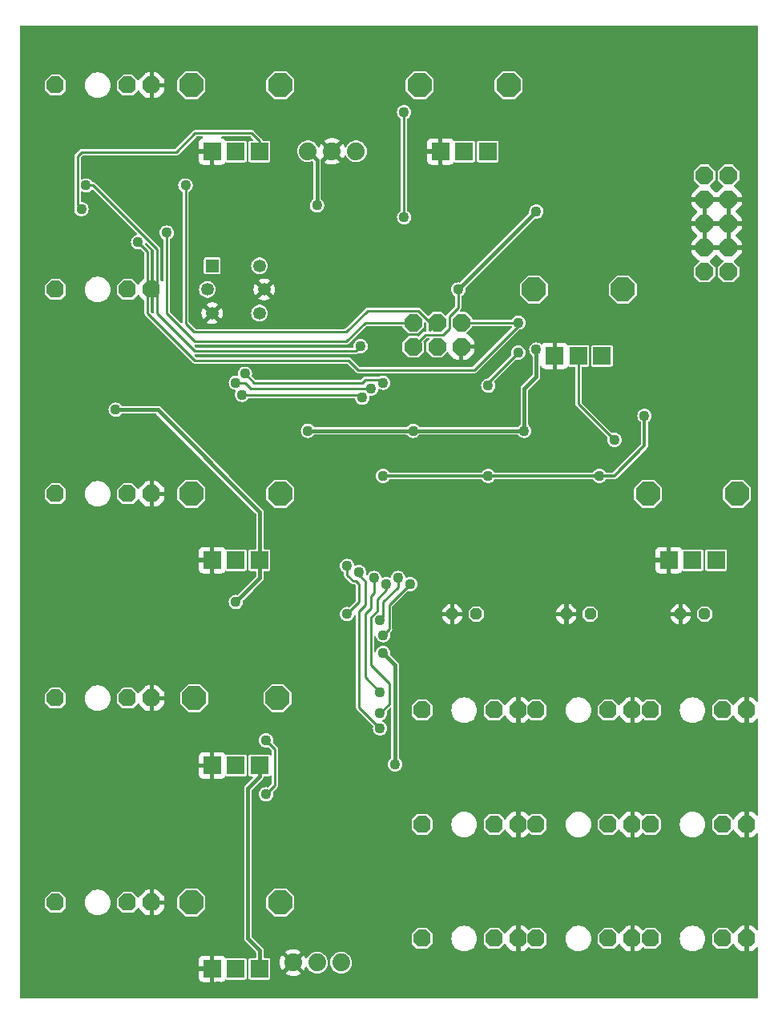
<source format=gbr>
%TF.GenerationSoftware,KiCad,Pcbnew,(6.0.11-0)*%
%TF.CreationDate,2023-03-06T22:39:13+01:00*%
%TF.ProjectId,grids,67726964-732e-46b6-9963-61645f706362,rev?*%
%TF.SameCoordinates,Original*%
%TF.FileFunction,Copper,L2,Bot*%
%TF.FilePolarity,Positive*%
%FSLAX46Y46*%
G04 Gerber Fmt 4.6, Leading zero omitted, Abs format (unit mm)*
G04 Created by KiCad (PCBNEW (6.0.11-0)) date 2023-03-06 22:39:13*
%MOMM*%
%LPD*%
G01*
G04 APERTURE LIST*
G04 Aperture macros list*
%AMOutline5P*
0 Free polygon, 5 corners , with rotation*
0 The origin of the aperture is its center*
0 number of corners: always 5*
0 $1 to $10 corner X, Y*
0 $11 Rotation angle, in degrees counterclockwise*
0 create outline with 5 corners*
4,1,5,$1,$2,$3,$4,$5,$6,$7,$8,$9,$10,$1,$2,$11*%
%AMOutline6P*
0 Free polygon, 6 corners , with rotation*
0 The origin of the aperture is its center*
0 number of corners: always 6*
0 $1 to $12 corner X, Y*
0 $13 Rotation angle, in degrees counterclockwise*
0 create outline with 6 corners*
4,1,6,$1,$2,$3,$4,$5,$6,$7,$8,$9,$10,$11,$12,$1,$2,$13*%
%AMOutline7P*
0 Free polygon, 7 corners , with rotation*
0 The origin of the aperture is its center*
0 number of corners: always 7*
0 $1 to $14 corner X, Y*
0 $15 Rotation angle, in degrees counterclockwise*
0 create outline with 7 corners*
4,1,7,$1,$2,$3,$4,$5,$6,$7,$8,$9,$10,$11,$12,$13,$14,$1,$2,$15*%
%AMOutline8P*
0 Free polygon, 8 corners , with rotation*
0 The origin of the aperture is its center*
0 number of corners: always 8*
0 $1 to $16 corner X, Y*
0 $17 Rotation angle, in degrees counterclockwise*
0 create outline with 8 corners*
4,1,8,$1,$2,$3,$4,$5,$6,$7,$8,$9,$10,$11,$12,$13,$14,$15,$16,$1,$2,$17*%
G04 Aperture macros list end*
%TA.AperFunction,ComponentPad*%
%ADD10Outline8P,-0.889000X0.444500X-0.444500X0.889000X0.444500X0.889000X0.889000X0.444500X0.889000X-0.444500X0.444500X-0.889000X-0.444500X-0.889000X-0.889000X-0.444500X90.000000*%
%TD*%
%TA.AperFunction,ComponentPad*%
%ADD11R,1.879600X1.879600*%
%TD*%
%TA.AperFunction,ComponentPad*%
%ADD12Outline8P,-1.270000X0.526051X-0.526051X1.270000X0.526051X1.270000X1.270000X0.526051X1.270000X-0.526051X0.526051X-1.270000X-0.526051X-1.270000X-1.270000X-0.526051X90.000000*%
%TD*%
%TA.AperFunction,ComponentPad*%
%ADD13Outline8P,-0.609600X0.252505X-0.252505X0.609600X0.252505X0.609600X0.609600X0.252505X0.609600X-0.252505X0.252505X-0.609600X-0.252505X-0.609600X-0.609600X-0.252505X180.000000*%
%TD*%
%TA.AperFunction,ComponentPad*%
%ADD14C,1.350000*%
%TD*%
%TA.AperFunction,ComponentPad*%
%ADD15R,1.350000X1.350000*%
%TD*%
%TA.AperFunction,ComponentPad*%
%ADD16C,1.879600*%
%TD*%
%TA.AperFunction,ComponentPad*%
%ADD17Outline8P,-0.939800X0.389278X-0.389278X0.939800X0.389278X0.939800X0.939800X0.389278X0.939800X-0.389278X0.389278X-0.939800X-0.389278X-0.939800X-0.939800X-0.389278X0.000000*%
%TD*%
%TA.AperFunction,ComponentPad*%
%ADD18Outline8P,-0.939800X0.389278X-0.389278X0.939800X0.389278X0.939800X0.939800X0.389278X0.939800X-0.389278X0.389278X-0.939800X-0.389278X-0.939800X-0.939800X-0.389278X270.000000*%
%TD*%
%TA.AperFunction,ViaPad*%
%ADD19C,1.108000*%
%TD*%
%TA.AperFunction,Conductor*%
%ADD20C,0.304800*%
%TD*%
%TA.AperFunction,Conductor*%
%ADD21C,0.250000*%
%TD*%
%TA.AperFunction,Conductor*%
%ADD22C,0.254000*%
%TD*%
%TA.AperFunction,Conductor*%
%ADD23C,0.406400*%
%TD*%
G04 APERTURE END LIST*
D10*
%TO.P,J4,GND,1*%
%TO.N,GND*%
X123428600Y-124688600D03*
%TO.P,J4,SW,3*%
%TO.N,unconnected-(J4-PadSW)*%
X120888600Y-124688600D03*
%TO.P,J4,TIP,2*%
%TO.N,Net-(J4-PadTIP)*%
X113268600Y-124688600D03*
%TD*%
%TO.P,J13,GND,1*%
%TO.N,GND*%
X174228600Y-150088600D03*
%TO.P,J13,SW,3*%
%TO.N,unconnected-(J13-PadSW)*%
X171688600Y-150088600D03*
%TO.P,J13,TIP,2*%
%TO.N,Net-(J13-PadTIP)*%
X164068600Y-150088600D03*
%TD*%
%TO.P,J9,GND,1*%
%TO.N,GND*%
X174228600Y-138023600D03*
%TO.P,J9,SW,3*%
%TO.N,unconnected-(J9-PadSW)*%
X171688600Y-138023600D03*
%TO.P,J9,TIP,2*%
%TO.N,Net-(J9-PadTIP)*%
X164068600Y-138023600D03*
%TD*%
%TO.P,J8,GND,1*%
%TO.N,GND*%
X162163600Y-138023600D03*
%TO.P,J8,SW,3*%
%TO.N,unconnected-(J8-PadSW)*%
X159623600Y-138023600D03*
%TO.P,J8,TIP,2*%
%TO.N,Net-(J8-PadTIP)*%
X152003600Y-138023600D03*
%TD*%
%TO.P,J6,GND,1*%
%TO.N,GND*%
X174228600Y-125958600D03*
%TO.P,J6,SW,3*%
%TO.N,unconnected-(J6-PadSW)*%
X171688600Y-125958600D03*
%TO.P,J6,TIP,2*%
%TO.N,Net-(J6-PadTIP)*%
X164068600Y-125958600D03*
%TD*%
D11*
%TO.P,R1,P$1,E*%
%TO.N,+5V*%
X134818600Y-66918600D03*
%TO.P,R1,P$2,S*%
%TO.N,/TEMPO*%
X132318600Y-66918600D03*
%TO.P,R1,P$3,A*%
%TO.N,GND*%
X129818600Y-66918600D03*
D12*
%TO.P,R1,P$4*%
%TO.N,N/C*%
X137018600Y-59918600D03*
%TO.P,R1,P$5*%
X127618600Y-59918600D03*
%TD*%
D11*
%TO.P,R42,P$1,E*%
%TO.N,+5V*%
X134818600Y-131788600D03*
%TO.P,R42,P$2,S*%
%TO.N,Net-(R14-Pad1)*%
X132318600Y-131788600D03*
%TO.P,R42,P$3,A*%
%TO.N,GND*%
X129818600Y-131788600D03*
D12*
%TO.P,R42,P$4*%
%TO.N,N/C*%
X136718600Y-124688600D03*
%TO.P,R42,P$5*%
X127918600Y-124688600D03*
%TD*%
D10*
%TO.P,J10,GND,1*%
%TO.N,GND*%
X186293600Y-138023600D03*
%TO.P,J10,SW,3*%
%TO.N,unconnected-(J10-PadSW)*%
X183753600Y-138023600D03*
%TO.P,J10,TIP,2*%
%TO.N,Net-(J10-PadTIP)*%
X176133600Y-138023600D03*
%TD*%
%TO.P,J3,GND,1*%
%TO.N,GND*%
X123428600Y-103098600D03*
%TO.P,J3,SW,3*%
%TO.N,unconnected-(J3-PadSW)*%
X120888600Y-103098600D03*
%TO.P,J3,TIP,2*%
%TO.N,Net-(J3-PadTIP)*%
X113268600Y-103098600D03*
%TD*%
D11*
%TO.P,R2,P$1,E*%
%TO.N,+5V*%
X158948600Y-66918600D03*
%TO.P,R2,P$2,S*%
%TO.N,Net-(R17-Pad1)*%
X156448600Y-66918600D03*
%TO.P,R2,P$3,A*%
%TO.N,GND*%
X153948600Y-66918600D03*
D12*
%TO.P,R2,P$4*%
%TO.N,N/C*%
X161148600Y-59918600D03*
%TO.P,R2,P$5*%
X151748600Y-59918600D03*
%TD*%
D13*
%TO.P,LED2,A,A*%
%TO.N,Net-(R39-Pad2)*%
X157718600Y-115798600D03*
%TO.P,LED2,K,C*%
%TO.N,GND*%
X155178600Y-115798600D03*
%TD*%
D10*
%TO.P,J7,GND,1*%
%TO.N,GND*%
X186293600Y-125958600D03*
%TO.P,J7,SW,3*%
%TO.N,unconnected-(J7-PadSW)*%
X183753600Y-125958600D03*
%TO.P,J7,TIP,2*%
%TO.N,Net-(J7-PadTIP)*%
X176133600Y-125958600D03*
%TD*%
%TO.P,J11,GND,1*%
%TO.N,GND*%
X123428600Y-146278600D03*
%TO.P,J11,SW,3*%
%TO.N,unconnected-(J11-PadSW)*%
X120888600Y-146278600D03*
%TO.P,J11,TIP,2*%
%TO.N,Net-(J11-PadTIP)*%
X113268600Y-146278600D03*
%TD*%
%TO.P,J1,GND,1*%
%TO.N,GND*%
X123428600Y-59918600D03*
%TO.P,J1,SW,3*%
%TO.N,unconnected-(J1-PadSW)*%
X120888600Y-59918600D03*
%TO.P,J1,TIP,2*%
%TO.N,Net-(J1-PadTIP)*%
X113268600Y-59918600D03*
%TD*%
%TO.P,J5,GND,1*%
%TO.N,GND*%
X162163600Y-125958600D03*
%TO.P,J5,SW,3*%
%TO.N,unconnected-(J5-PadSW)*%
X159623600Y-125958600D03*
%TO.P,J5,TIP,2*%
%TO.N,Net-(J5-PadTIP)*%
X152003600Y-125958600D03*
%TD*%
D13*
%TO.P,LED3,A,A*%
%TO.N,Net-(R40-Pad2)*%
X169783600Y-115798600D03*
%TO.P,LED3,K,C*%
%TO.N,GND*%
X167243600Y-115798600D03*
%TD*%
D11*
%TO.P,R25,P$1,E*%
%TO.N,+5V*%
X134818600Y-110098600D03*
%TO.P,R25,P$2,S*%
%TO.N,Net-(R25-PadP$2)*%
X132318600Y-110098600D03*
%TO.P,R25,P$3,A*%
%TO.N,GND*%
X129818600Y-110098600D03*
D12*
%TO.P,R25,P$4*%
%TO.N,N/C*%
X137018600Y-103098600D03*
%TO.P,R25,P$5*%
X127618600Y-103098600D03*
%TD*%
D10*
%TO.P,J14,GND,1*%
%TO.N,GND*%
X186293600Y-150088600D03*
%TO.P,J14,SW,3*%
%TO.N,unconnected-(J14-PadSW)*%
X183753600Y-150088600D03*
%TO.P,J14,TIP,2*%
%TO.N,Net-(J14-PadTIP)*%
X176133600Y-150088600D03*
%TD*%
D11*
%TO.P,R46,P$1,E*%
%TO.N,+5V*%
X134818600Y-153278600D03*
%TO.P,R46,P$2,S*%
%TO.N,Net-(R35-Pad1)*%
X132318600Y-153278600D03*
%TO.P,R46,P$3,A*%
%TO.N,GND*%
X129818600Y-153278600D03*
D12*
%TO.P,R46,P$4*%
%TO.N,N/C*%
X137018600Y-146278600D03*
%TO.P,R46,P$5*%
X127618600Y-146278600D03*
%TD*%
D10*
%TO.P,J2,GND,1*%
%TO.N,GND*%
X123428600Y-81508600D03*
%TO.P,J2,SW,3*%
%TO.N,unconnected-(J2-PadSW)*%
X120888600Y-81508600D03*
%TO.P,J2,TIP,2*%
%TO.N,Net-(J2-PadTIP)*%
X113268600Y-81508600D03*
%TD*%
D11*
%TO.P,R5,P$1,E*%
%TO.N,+5V*%
X171013600Y-88508600D03*
%TO.P,R5,P$2,S*%
%TO.N,Net-(R38-Pad1)*%
X168513600Y-88508600D03*
%TO.P,R5,P$3,A*%
%TO.N,GND*%
X166013600Y-88508600D03*
D12*
%TO.P,R5,P$4*%
%TO.N,N/C*%
X173213600Y-81508600D03*
%TO.P,R5,P$5*%
X163813600Y-81508600D03*
%TD*%
D13*
%TO.P,LED4,A,A*%
%TO.N,Net-(R41-Pad2)*%
X181848600Y-115798600D03*
%TO.P,LED4,K,C*%
%TO.N,GND*%
X179308600Y-115798600D03*
%TD*%
D11*
%TO.P,R26,P$1,E*%
%TO.N,+5V*%
X183078600Y-110098600D03*
%TO.P,R26,P$2,S*%
%TO.N,Net-(R20-Pad1)*%
X180578600Y-110098600D03*
%TO.P,R26,P$3,A*%
%TO.N,GND*%
X178078600Y-110098600D03*
D12*
%TO.P,R26,P$4*%
%TO.N,N/C*%
X185278600Y-103098600D03*
%TO.P,R26,P$5*%
X175878600Y-103098600D03*
%TD*%
D10*
%TO.P,J12,GND,1*%
%TO.N,GND*%
X162163600Y-150088600D03*
%TO.P,J12,SW,3*%
%TO.N,unconnected-(J12-PadSW)*%
X159623600Y-150088600D03*
%TO.P,J12,TIP,2*%
%TO.N,Net-(J12-PadTIP)*%
X152003600Y-150088600D03*
%TD*%
D14*
%TO.P,SW1,*%
%TO.N,*%
X134818600Y-79000000D03*
X134818600Y-84000000D03*
D15*
%TO.P,SW1,1,1*%
%TO.N,/SW_RESET*%
X129818600Y-79000000D03*
D14*
%TO.P,SW1,2,2*%
%TO.N,Net-(SW1-Pad2)*%
X129318600Y-81500000D03*
%TO.P,SW1,3,K*%
%TO.N,GND*%
X135318600Y-81500000D03*
%TO.P,SW1,4,A*%
X129818600Y-84000000D03*
%TD*%
D16*
%TO.P,JP1,1,1*%
%TO.N,GND*%
X138351100Y-152628600D03*
%TO.P,JP1,2,2*%
%TO.N,Net-(IC6-Pad6)*%
X140891100Y-152628600D03*
%TO.P,JP1,3,3*%
%TO.N,Net-(IC6-Pad7)*%
X143431100Y-152628600D03*
%TD*%
D17*
%TO.P,J15,1,1*%
%TO.N,/MISO*%
X151051100Y-85001100D03*
%TO.P,J15,2,2*%
%TO.N,+5V*%
X151051100Y-87541100D03*
%TO.P,J15,3,3*%
%TO.N,/SCK*%
X153591100Y-85001100D03*
%TO.P,J15,4,4*%
%TO.N,/MOSI*%
X153591100Y-87541100D03*
%TO.P,J15,5,5*%
%TO.N,/RESET*%
X156131100Y-85001100D03*
%TO.P,J15,6,6*%
%TO.N,GND*%
X156131100Y-87541100D03*
%TD*%
D18*
%TO.P,J16,1,1*%
%TO.N,Net-(D1-PadA)*%
X184388600Y-69443600D03*
%TO.P,J16,2,2*%
%TO.N,unconnected-(J16-Pad2)*%
X181848600Y-69443600D03*
%TO.P,J16,3,3*%
%TO.N,GND*%
X184388600Y-71983600D03*
%TO.P,J16,4,4*%
X181848600Y-71983600D03*
%TO.P,J16,5,5*%
X184388600Y-74523600D03*
%TO.P,J16,6,6*%
X181848600Y-74523600D03*
%TO.P,J16,7,7*%
X184388600Y-77063600D03*
%TO.P,J16,8,8*%
X181848600Y-77063600D03*
%TO.P,J16,9,9*%
%TO.N,VEE*%
X184388600Y-79603600D03*
%TO.P,J16,10,10*%
X181848600Y-79603600D03*
%TD*%
D16*
%TO.P,JP2,1,1*%
%TO.N,/IN_MIDI*%
X145018600Y-66903600D03*
%TO.P,JP2,2,2*%
%TO.N,GND*%
X142478600Y-66903600D03*
%TO.P,JP2,3,3*%
%TO.N,+5V*%
X139938600Y-66903600D03*
%TD*%
D19*
%TO.N,GND*%
X151368600Y-54838600D03*
X149463600Y-110083600D03*
X155813600Y-75476100D03*
X120888600Y-155168600D03*
X117713600Y-94843600D03*
X154543600Y-82143600D03*
X110728600Y-64998600D03*
X139621100Y-94843600D03*
X164068600Y-76428600D03*
X171371100Y-73253600D03*
X164068600Y-92938600D03*
X139303600Y-131673600D03*
X150098600Y-99923600D03*
X172958600Y-74841100D03*
X168196100Y-74841100D03*
X186293600Y-85318600D03*
X161528600Y-115798600D03*
X186293600Y-146278600D03*
X145336100Y-102146100D03*
X161846100Y-99923600D03*
X110728600Y-155168600D03*
X186293600Y-64998600D03*
X110728600Y-146278600D03*
X172958600Y-108178600D03*
X144383600Y-90398600D03*
X156448600Y-102146100D03*
X110728600Y-105638600D03*
X186293600Y-54838600D03*
X171371100Y-74841100D03*
X172958600Y-73253600D03*
X120888600Y-54838600D03*
X150098600Y-103733600D03*
X172958600Y-76428600D03*
X169783600Y-74841100D03*
X162798600Y-54838600D03*
X152321100Y-92938600D03*
X169783600Y-76428600D03*
X110728600Y-136118600D03*
X161528600Y-70078600D03*
X160576100Y-92303600D03*
X130413600Y-155168600D03*
X174546100Y-76428600D03*
X174228600Y-54838600D03*
X176133600Y-76428600D03*
X110728600Y-54838600D03*
X110728600Y-95478600D03*
X186293600Y-155168600D03*
X151368600Y-131038600D03*
X176133600Y-155168600D03*
X142161100Y-119608600D03*
X186293600Y-95478600D03*
X171371100Y-76428600D03*
X110728600Y-75158600D03*
X110728600Y-85318600D03*
X131048600Y-54838600D03*
X168196100Y-102146100D03*
X110728600Y-125958600D03*
X145653600Y-75158600D03*
X186293600Y-105638600D03*
X150098600Y-91668600D03*
X147558600Y-86588600D03*
X110728600Y-115798600D03*
X161846100Y-103733600D03*
X141208600Y-54838600D03*
%TO.N,/REF_-5*%
X170736100Y-101193600D03*
X175498600Y-94843600D03*
X147876100Y-101193600D03*
X158988600Y-101193600D03*
%TO.N,+5V*%
X140891100Y-72618600D03*
X162798600Y-96431100D03*
X116000000Y-73000000D03*
X151051100Y-96431100D03*
X164068600Y-87858600D03*
X132318600Y-114528600D03*
X119618600Y-94208600D03*
X147876100Y-119926100D03*
X164068600Y-73253600D03*
X149146100Y-131673600D03*
X139938600Y-96431100D03*
X155813600Y-81508600D03*
%TO.N,/RESET*%
X162163600Y-85001100D03*
X147558600Y-124053600D03*
X122000000Y-76500000D03*
X146923600Y-111988600D03*
%TO.N,/TEMPO*%
X150098600Y-73888600D03*
X150098600Y-62776100D03*
%TO.N,/SCK*%
X145336100Y-111353600D03*
X147558600Y-127863600D03*
X127000000Y-70500000D03*
%TO.N,/MISO*%
X125000000Y-75500000D03*
%TO.N,/MOSI*%
X116500000Y-70500000D03*
X145500000Y-87500000D03*
%TO.N,/SS*%
X147558600Y-126276100D03*
X148193600Y-112623600D03*
%TO.N,Net-(J3-PadTIP)*%
X147876100Y-91351100D03*
X133271100Y-90398600D03*
%TO.N,Net-(J4-PadTIP)*%
X132318600Y-91351100D03*
X146606100Y-91986100D03*
%TO.N,Net-(J11-PadTIP)*%
X135493600Y-134848600D03*
X147558600Y-116433600D03*
X135493600Y-129133600D03*
X149463600Y-111988600D03*
%TO.N,Net-(R17-Pad1)*%
X158988600Y-91668600D03*
X162163600Y-88176100D03*
%TO.N,Net-(R38-Pad1)*%
X172323600Y-97383600D03*
%TO.N,Net-(R14-Pad1)*%
X145653600Y-92938600D03*
X132953600Y-92621100D03*
%TO.N,Net-(R25-PadP$2)*%
X144066100Y-115798600D03*
X144066100Y-110718600D03*
%TO.N,Net-(R35-Pad1)*%
X150733600Y-112623600D03*
X147876100Y-118021100D03*
%TD*%
D20*
%TO.N,/REF_-5*%
X158988600Y-101193600D02*
X170736100Y-101193600D01*
X147876100Y-101193600D02*
X158988600Y-101193600D01*
X170736100Y-101193600D02*
X172323600Y-101193600D01*
X175498600Y-98018600D02*
X175498600Y-94843600D01*
X172323600Y-101193600D02*
X175498600Y-98018600D01*
D21*
%TO.N,+5V*%
X116000000Y-67000000D02*
X126000000Y-67000000D01*
D22*
X154226100Y-86271100D02*
X152321100Y-86271100D01*
D23*
X140891100Y-67856100D02*
X140891100Y-72618600D01*
X149146100Y-131673600D02*
X149146100Y-121196100D01*
X133588600Y-134213600D02*
X134818600Y-132983600D01*
X134818600Y-132983600D02*
X134818600Y-131788600D01*
X134858600Y-151358600D02*
X133588600Y-150088600D01*
X134818600Y-109798600D02*
X134858600Y-109758600D01*
X162798600Y-96431100D02*
X151051100Y-96431100D01*
D21*
X134000000Y-65000000D02*
X134818600Y-65818600D01*
D23*
X132318600Y-114528600D02*
X134858600Y-111988600D01*
X134858600Y-111988600D02*
X134858600Y-110138600D01*
D21*
X134818600Y-65818600D02*
X134818600Y-66918600D01*
D23*
X164068600Y-90716100D02*
X162798600Y-91986100D01*
X134818600Y-110098600D02*
X134818600Y-109798600D01*
D22*
X155813600Y-83413600D02*
X154861100Y-84366100D01*
D21*
X126000000Y-67000000D02*
X128000000Y-65000000D01*
D23*
X134858600Y-109758600D02*
X134858600Y-105003600D01*
D21*
X115617800Y-67382200D02*
X116000000Y-67000000D01*
D23*
X164068600Y-87858600D02*
X164068600Y-90716100D01*
X139938600Y-66903600D02*
X140891100Y-67856100D01*
D21*
X128000000Y-65000000D02*
X134000000Y-65000000D01*
X115617800Y-72617800D02*
X115617800Y-67382200D01*
D23*
X151051100Y-96431100D02*
X139938600Y-96431100D01*
X133588600Y-150088600D02*
X133588600Y-134213600D01*
X134818600Y-153278600D02*
X134858600Y-153238600D01*
X149146100Y-121196100D02*
X147876100Y-119926100D01*
X124063600Y-94208600D02*
X119618600Y-94208600D01*
D22*
X152321100Y-86271100D02*
X151051100Y-87541100D01*
X154861100Y-84366100D02*
X154861100Y-85636100D01*
X155813600Y-81508600D02*
X155813600Y-83413600D01*
D21*
X116000000Y-73000000D02*
X115617800Y-72617800D01*
D23*
X134858600Y-110138600D02*
X134818600Y-110098600D01*
D22*
X154861100Y-85636100D02*
X154226100Y-86271100D01*
D23*
X164068600Y-73253600D02*
X155813600Y-81508600D01*
X134858600Y-105003600D02*
X124063600Y-94208600D01*
X162798600Y-91986100D02*
X162798600Y-96431100D01*
X134858600Y-153238600D02*
X134858600Y-151358600D01*
D21*
%TO.N,/RESET*%
X145000000Y-88000000D02*
X145500000Y-87500000D01*
D22*
X144235448Y-89000000D02*
X145235448Y-90000000D01*
X157500000Y-90000000D02*
X162163600Y-85336400D01*
X146923600Y-113576100D02*
X146923600Y-111988600D01*
X146606100Y-113893600D02*
X146923600Y-113576100D01*
X145971100Y-115798600D02*
X146606100Y-115163600D01*
X123000000Y-77500000D02*
X123000000Y-84000000D01*
X123000000Y-84000000D02*
X128000000Y-89000000D01*
X146606100Y-115163600D02*
X146606100Y-113893600D01*
D21*
X116500000Y-70500000D02*
X117247620Y-70500000D01*
D22*
X128000000Y-89000000D02*
X144235448Y-89000000D01*
D21*
X124000000Y-77252380D02*
X124000000Y-84000000D01*
X117247620Y-70500000D02*
X124000000Y-77252380D01*
D22*
X147558600Y-124053600D02*
X145971100Y-122466100D01*
X145971100Y-122466100D02*
X145971100Y-115798600D01*
D21*
X124000000Y-84000000D02*
X128000000Y-88000000D01*
D22*
X145235448Y-90000000D02*
X157500000Y-90000000D01*
X156131100Y-85001100D02*
X162163600Y-85001100D01*
D21*
X128000000Y-88000000D02*
X145000000Y-88000000D01*
D22*
X162163600Y-85336400D02*
X162163600Y-85001100D01*
X122000000Y-76500000D02*
X123000000Y-77500000D01*
%TO.N,/TEMPO*%
X150098600Y-62776100D02*
X150098600Y-73888600D01*
%TO.N,/SCK*%
X145336100Y-111671100D02*
X145336100Y-111353600D01*
X127909331Y-86000000D02*
X144000000Y-86000000D01*
X147558600Y-127863600D02*
X145336100Y-125641100D01*
X145971100Y-114846100D02*
X145971100Y-112306100D01*
X144000000Y-86000000D02*
X146268900Y-83731100D01*
X146268900Y-83731100D02*
X151577152Y-83731100D01*
X127000000Y-70500000D02*
X127000000Y-85090669D01*
X151577152Y-83731100D02*
X152778300Y-84932248D01*
X127000000Y-85090669D02*
X127909331Y-86000000D01*
X145971100Y-112306100D02*
X145336100Y-111671100D01*
X145336100Y-125641100D02*
X145336100Y-115481100D01*
X152778300Y-85813900D02*
X153591100Y-85001100D01*
X145336100Y-115481100D02*
X145971100Y-114846100D01*
X152778300Y-84932248D02*
X152778300Y-85813900D01*
%TO.N,/MISO*%
X144000000Y-87000000D02*
X145998900Y-85001100D01*
X125000000Y-84000000D02*
X128000000Y-87000000D01*
X128000000Y-87000000D02*
X144000000Y-87000000D01*
X145998900Y-85001100D02*
X151051100Y-85001100D01*
X125000000Y-75500000D02*
X125000000Y-84000000D01*
%TO.N,/SS*%
X148193600Y-113258600D02*
X148193600Y-112623600D01*
X147241100Y-114211100D02*
X148193600Y-113258600D01*
X148511100Y-125323600D02*
X148511100Y-123101100D01*
X146606100Y-121196100D02*
X146606100Y-116116100D01*
X146606100Y-116116100D02*
X147241100Y-115481100D01*
X147241100Y-115481100D02*
X147241100Y-114211100D01*
X148511100Y-123101100D02*
X146606100Y-121196100D01*
X147558600Y-126276100D02*
X148511100Y-125323600D01*
%TO.N,Net-(J3-PadTIP)*%
X133271100Y-90398600D02*
X134223600Y-91351100D01*
X145653600Y-91351100D02*
X145971100Y-91033600D01*
X147558600Y-91033600D02*
X147876100Y-91351100D01*
X145971100Y-91033600D02*
X147558600Y-91033600D01*
X134223600Y-91351100D02*
X145653600Y-91351100D01*
%TO.N,Net-(J4-PadTIP)*%
X133906100Y-91986100D02*
X146606100Y-91986100D01*
X132318600Y-91351100D02*
X133271100Y-91351100D01*
X133271100Y-91351100D02*
X133906100Y-91986100D01*
%TO.N,Net-(J11-PadTIP)*%
X135493600Y-134848600D02*
X136446100Y-133896100D01*
X136446100Y-130086100D02*
X135493600Y-129133600D01*
X147876100Y-114528600D02*
X149463600Y-112941100D01*
X147558600Y-116433600D02*
X147876100Y-116116100D01*
X147876100Y-116116100D02*
X147876100Y-114528600D01*
X149463600Y-112941100D02*
X149463600Y-111988600D01*
X136446100Y-133896100D02*
X136446100Y-130086100D01*
%TO.N,Net-(R17-Pad1)*%
X158988600Y-91668600D02*
X158988600Y-91351100D01*
X158988600Y-91351100D02*
X162163600Y-88176100D01*
%TO.N,Net-(R38-Pad1)*%
X172323600Y-97383600D02*
X168513600Y-93573600D01*
X168513600Y-93573600D02*
X168513600Y-88508600D01*
%TO.N,Net-(R14-Pad1)*%
X145336100Y-92621100D02*
X145653600Y-92938600D01*
X132953600Y-92621100D02*
X145336100Y-92621100D01*
%TO.N,Net-(R25-PadP$2)*%
X145336100Y-112623600D02*
X145018600Y-112306100D01*
X144066100Y-115798600D02*
X145336100Y-114528600D01*
X145018600Y-112306100D02*
X144701100Y-112306100D01*
X144066100Y-111671100D02*
X144066100Y-110718600D01*
X145336100Y-114528600D02*
X145336100Y-112623600D01*
X144701100Y-112306100D02*
X144066100Y-111671100D01*
%TO.N,Net-(R35-Pad1)*%
X147876100Y-118021100D02*
X148511100Y-117386100D01*
X148511100Y-117386100D02*
X148511100Y-114846100D01*
X148511100Y-114846100D02*
X150733600Y-112623600D01*
%TD*%
%TA.AperFunction,Conductor*%
%TO.N,GND*%
G36*
X187476631Y-53613313D02*
G01*
X187513176Y-53663613D01*
X187518100Y-53694700D01*
X187518100Y-124961282D01*
X187498887Y-125020413D01*
X187448587Y-125056958D01*
X187386413Y-125056958D01*
X187346365Y-125032417D01*
X187033101Y-124719154D01*
X187028485Y-124715073D01*
X186981196Y-124678167D01*
X186969515Y-124671366D01*
X186855273Y-124624162D01*
X186842216Y-124620737D01*
X186783414Y-124613569D01*
X186777340Y-124613200D01*
X186537733Y-124613200D01*
X186524843Y-124617388D01*
X186521800Y-124621577D01*
X186521800Y-127288068D01*
X186525988Y-127300958D01*
X186530177Y-127304001D01*
X186777310Y-127304001D01*
X186783452Y-127303623D01*
X186842989Y-127296280D01*
X186856059Y-127292829D01*
X186970217Y-127245427D01*
X186981874Y-127238616D01*
X187028526Y-127202101D01*
X187033073Y-127198075D01*
X187346365Y-126884782D01*
X187401763Y-126856556D01*
X187463171Y-126866282D01*
X187507135Y-126910245D01*
X187518100Y-126955917D01*
X187518100Y-137026282D01*
X187498887Y-137085413D01*
X187448587Y-137121958D01*
X187386413Y-137121958D01*
X187346365Y-137097417D01*
X187033101Y-136784154D01*
X187028485Y-136780073D01*
X186981196Y-136743167D01*
X186969515Y-136736366D01*
X186855273Y-136689162D01*
X186842216Y-136685737D01*
X186783414Y-136678569D01*
X186777340Y-136678200D01*
X186537733Y-136678200D01*
X186524843Y-136682388D01*
X186521800Y-136686577D01*
X186521800Y-139353068D01*
X186525988Y-139365958D01*
X186530177Y-139369001D01*
X186777310Y-139369001D01*
X186783452Y-139368623D01*
X186842989Y-139361280D01*
X186856059Y-139357829D01*
X186970217Y-139310427D01*
X186981874Y-139303616D01*
X187028526Y-139267101D01*
X187033073Y-139263075D01*
X187346365Y-138949782D01*
X187401763Y-138921556D01*
X187463171Y-138931282D01*
X187507135Y-138975245D01*
X187518100Y-139020917D01*
X187518100Y-149091282D01*
X187498887Y-149150413D01*
X187448587Y-149186958D01*
X187386413Y-149186958D01*
X187346365Y-149162417D01*
X187033101Y-148849154D01*
X187028485Y-148845073D01*
X186981196Y-148808167D01*
X186969515Y-148801366D01*
X186855273Y-148754162D01*
X186842216Y-148750737D01*
X186783414Y-148743569D01*
X186777340Y-148743200D01*
X186537733Y-148743200D01*
X186524843Y-148747388D01*
X186521800Y-148751577D01*
X186521800Y-151418068D01*
X186525988Y-151430958D01*
X186530177Y-151434001D01*
X186777310Y-151434001D01*
X186783452Y-151433623D01*
X186842989Y-151426280D01*
X186856059Y-151422829D01*
X186970217Y-151375427D01*
X186981874Y-151368616D01*
X187028526Y-151332101D01*
X187033073Y-151328075D01*
X187346365Y-151014782D01*
X187401763Y-150986556D01*
X187463171Y-150996282D01*
X187507135Y-151040245D01*
X187518100Y-151085917D01*
X187518100Y-156312500D01*
X187498887Y-156371631D01*
X187448587Y-156408176D01*
X187417500Y-156413100D01*
X109584700Y-156413100D01*
X109525569Y-156393887D01*
X109489024Y-156343587D01*
X109484100Y-156312500D01*
X109484100Y-154270576D01*
X128422401Y-154270576D01*
X128422623Y-154275284D01*
X128424843Y-154298780D01*
X128427453Y-154310675D01*
X128468402Y-154427278D01*
X128475362Y-154440424D01*
X128547964Y-154538721D01*
X128558479Y-154549236D01*
X128656776Y-154621838D01*
X128669922Y-154628798D01*
X128786529Y-154669749D01*
X128798414Y-154672357D01*
X128821900Y-154674577D01*
X128826641Y-154674800D01*
X129574467Y-154674800D01*
X129587357Y-154670612D01*
X129590400Y-154666423D01*
X129590400Y-154658866D01*
X130046800Y-154658866D01*
X130050988Y-154671756D01*
X130055177Y-154674799D01*
X130810576Y-154674799D01*
X130815284Y-154674577D01*
X130838780Y-154672357D01*
X130850675Y-154669747D01*
X130967278Y-154628798D01*
X130980424Y-154621838D01*
X131078721Y-154549236D01*
X131089240Y-154538717D01*
X131165540Y-154435414D01*
X131216125Y-154399265D01*
X131278297Y-154399753D01*
X131284959Y-154402240D01*
X131291080Y-154404776D01*
X131299320Y-154410281D01*
X131358736Y-154422100D01*
X133278464Y-154422100D01*
X133337880Y-154410281D01*
X133405260Y-154365260D01*
X133450281Y-154297880D01*
X133462100Y-154238464D01*
X133462100Y-152318736D01*
X133450281Y-152259320D01*
X133441735Y-152246529D01*
X133410765Y-152200179D01*
X133405260Y-152191940D01*
X133337880Y-152146919D01*
X133278464Y-152135100D01*
X131358736Y-152135100D01*
X131299320Y-152146919D01*
X131291080Y-152152424D01*
X131284959Y-152154960D01*
X131222977Y-152159839D01*
X131169964Y-152127353D01*
X131165540Y-152121786D01*
X131089240Y-152018483D01*
X131078721Y-152007964D01*
X130980424Y-151935362D01*
X130967278Y-151928402D01*
X130850671Y-151887451D01*
X130838786Y-151884843D01*
X130815300Y-151882623D01*
X130810559Y-151882400D01*
X130062733Y-151882400D01*
X130049843Y-151886588D01*
X130046800Y-151890777D01*
X130046800Y-154658866D01*
X129590400Y-154658866D01*
X129590400Y-153522733D01*
X129586212Y-153509843D01*
X129582023Y-153506800D01*
X128438334Y-153506800D01*
X128425444Y-153510988D01*
X128422401Y-153515177D01*
X128422401Y-154270576D01*
X109484100Y-154270576D01*
X109484100Y-153034467D01*
X128422400Y-153034467D01*
X128426588Y-153047357D01*
X128430777Y-153050400D01*
X129574467Y-153050400D01*
X129587357Y-153046212D01*
X129590400Y-153042023D01*
X129590400Y-151898334D01*
X129586212Y-151885444D01*
X129582023Y-151882401D01*
X128826624Y-151882401D01*
X128821916Y-151882623D01*
X128798420Y-151884843D01*
X128786525Y-151887453D01*
X128669922Y-151928402D01*
X128656776Y-151935362D01*
X128558479Y-152007964D01*
X128547964Y-152018479D01*
X128475362Y-152116776D01*
X128468402Y-152129922D01*
X128427451Y-152246529D01*
X128424843Y-152258414D01*
X128422623Y-152281900D01*
X128422400Y-152286641D01*
X128422400Y-153034467D01*
X109484100Y-153034467D01*
X109484100Y-150153046D01*
X133181700Y-150153046D01*
X133189273Y-150176352D01*
X133192957Y-150191698D01*
X133196791Y-150215906D01*
X133200384Y-150222957D01*
X133200384Y-150222958D01*
X133207916Y-150237740D01*
X133213955Y-150252318D01*
X133221530Y-150275632D01*
X133226186Y-150282040D01*
X133235935Y-150295458D01*
X133244181Y-150308913D01*
X133255308Y-150330751D01*
X133278234Y-150353677D01*
X134422235Y-151497679D01*
X134450461Y-151553077D01*
X134451700Y-151568814D01*
X134451700Y-152034500D01*
X134432487Y-152093631D01*
X134382187Y-152130176D01*
X134351100Y-152135100D01*
X133858736Y-152135100D01*
X133799320Y-152146919D01*
X133731940Y-152191940D01*
X133726435Y-152200179D01*
X133695466Y-152246529D01*
X133686919Y-152259320D01*
X133675100Y-152318736D01*
X133675100Y-154238464D01*
X133686919Y-154297880D01*
X133731940Y-154365260D01*
X133799320Y-154410281D01*
X133858736Y-154422100D01*
X135778464Y-154422100D01*
X135837880Y-154410281D01*
X135905260Y-154365260D01*
X135950281Y-154297880D01*
X135962100Y-154238464D01*
X135962100Y-153767358D01*
X137540990Y-153767358D01*
X137541438Y-153770183D01*
X137543771Y-153773101D01*
X137544350Y-153773581D01*
X137551092Y-153778303D01*
X137742192Y-153889972D01*
X137749611Y-153893527D01*
X137956381Y-153972484D01*
X137964286Y-153974781D01*
X138181172Y-154018907D01*
X138189344Y-154019881D01*
X138410521Y-154027991D01*
X138418749Y-154027618D01*
X138638290Y-153999494D01*
X138646334Y-153997784D01*
X138858340Y-153934179D01*
X138865985Y-153931183D01*
X139064756Y-153833806D01*
X139071830Y-153829589D01*
X139150805Y-153773257D01*
X139158869Y-153762359D01*
X139158877Y-153761482D01*
X139155202Y-153755426D01*
X138362368Y-152962592D01*
X138350289Y-152956437D01*
X138345177Y-152957247D01*
X137547145Y-153755279D01*
X137540990Y-153767358D01*
X135962100Y-153767358D01*
X135962100Y-152598496D01*
X136950771Y-152598496D01*
X136963512Y-152819461D01*
X136964655Y-152827600D01*
X137013317Y-153043529D01*
X137015776Y-153051374D01*
X137099050Y-153256452D01*
X137102755Y-153263789D01*
X137204783Y-153430283D01*
X137214626Y-153438689D01*
X137222947Y-153434029D01*
X138017108Y-152639868D01*
X138022436Y-152629411D01*
X138678937Y-152629411D01*
X138679747Y-152634523D01*
X139475235Y-153430011D01*
X139487314Y-153436166D01*
X139488275Y-153436013D01*
X139493528Y-153431503D01*
X139549571Y-153353512D01*
X139553806Y-153346464D01*
X139651876Y-153148033D01*
X139654900Y-153140396D01*
X139662582Y-153115110D01*
X139698155Y-153064117D01*
X139756906Y-153043773D01*
X139816395Y-153061846D01*
X139850197Y-153102237D01*
X139896557Y-153202799D01*
X140017851Y-153374425D01*
X140021156Y-153377644D01*
X140021158Y-153377647D01*
X140081072Y-153436013D01*
X140168389Y-153521074D01*
X140343131Y-153637833D01*
X140536225Y-153720792D01*
X140540721Y-153721809D01*
X140540726Y-153721811D01*
X140736705Y-153766156D01*
X140741204Y-153767174D01*
X140846204Y-153771300D01*
X140946594Y-153775244D01*
X140946595Y-153775244D01*
X140951203Y-153775425D01*
X140955760Y-153774764D01*
X140955765Y-153774764D01*
X141090149Y-153755279D01*
X141159188Y-153745269D01*
X141358196Y-153677715D01*
X141541560Y-153575026D01*
X141703141Y-153440641D01*
X141837526Y-153279060D01*
X141940215Y-153095696D01*
X142007769Y-152896688D01*
X142021258Y-152803656D01*
X142037500Y-152691638D01*
X142037501Y-152691629D01*
X142037925Y-152688703D01*
X142039499Y-152628600D01*
X142036737Y-152598538D01*
X142283095Y-152598538D01*
X142296840Y-152808249D01*
X142297973Y-152812709D01*
X142297973Y-152812711D01*
X142347435Y-153007472D01*
X142347437Y-153007477D01*
X142348571Y-153011943D01*
X142436557Y-153202799D01*
X142557851Y-153374425D01*
X142561156Y-153377644D01*
X142561158Y-153377647D01*
X142621072Y-153436013D01*
X142708389Y-153521074D01*
X142883131Y-153637833D01*
X143076225Y-153720792D01*
X143080721Y-153721809D01*
X143080726Y-153721811D01*
X143276705Y-153766156D01*
X143281204Y-153767174D01*
X143386204Y-153771300D01*
X143486594Y-153775244D01*
X143486595Y-153775244D01*
X143491203Y-153775425D01*
X143495760Y-153774764D01*
X143495765Y-153774764D01*
X143630149Y-153755279D01*
X143699188Y-153745269D01*
X143898196Y-153677715D01*
X144081560Y-153575026D01*
X144243141Y-153440641D01*
X144377526Y-153279060D01*
X144480215Y-153095696D01*
X144547769Y-152896688D01*
X144561258Y-152803656D01*
X144577500Y-152691638D01*
X144577501Y-152691629D01*
X144577925Y-152688703D01*
X144579499Y-152628600D01*
X144560269Y-152419321D01*
X144503223Y-152217051D01*
X144490840Y-152191940D01*
X144412314Y-152032705D01*
X144412312Y-152032702D01*
X144410271Y-152028563D01*
X144366797Y-151970344D01*
X144287290Y-151863870D01*
X144287285Y-151863865D01*
X144284527Y-151860171D01*
X144257355Y-151835053D01*
X144133589Y-151720646D01*
X144130201Y-151717514D01*
X144126305Y-151715056D01*
X144126300Y-151715052D01*
X144041332Y-151661442D01*
X143952462Y-151605369D01*
X143757263Y-151527492D01*
X143551140Y-151486492D01*
X143444408Y-151485095D01*
X143345611Y-151483801D01*
X143345607Y-151483801D01*
X143340998Y-151483741D01*
X143336453Y-151484522D01*
X143138420Y-151518550D01*
X143138415Y-151518551D01*
X143133872Y-151519332D01*
X143042402Y-151553077D01*
X142941032Y-151590474D01*
X142941030Y-151590475D01*
X142936701Y-151592072D01*
X142932733Y-151594433D01*
X142760052Y-151697167D01*
X142760047Y-151697171D01*
X142756088Y-151699526D01*
X142752622Y-151702565D01*
X142752620Y-151702567D01*
X142601548Y-151835053D01*
X142601545Y-151835056D01*
X142598081Y-151838094D01*
X142595228Y-151841713D01*
X142595227Y-151841714D01*
X142559171Y-151887451D01*
X142467972Y-152003137D01*
X142370118Y-152189127D01*
X142307796Y-152389834D01*
X142307255Y-152394408D01*
X142284075Y-152590261D01*
X142283095Y-152598538D01*
X142036737Y-152598538D01*
X142020269Y-152419321D01*
X141963223Y-152217051D01*
X141950840Y-152191940D01*
X141872314Y-152032705D01*
X141872312Y-152032702D01*
X141870271Y-152028563D01*
X141826797Y-151970344D01*
X141747290Y-151863870D01*
X141747285Y-151863865D01*
X141744527Y-151860171D01*
X141717355Y-151835053D01*
X141593589Y-151720646D01*
X141590201Y-151717514D01*
X141586305Y-151715056D01*
X141586300Y-151715052D01*
X141501332Y-151661442D01*
X141412462Y-151605369D01*
X141217263Y-151527492D01*
X141011140Y-151486492D01*
X140904408Y-151485095D01*
X140805611Y-151483801D01*
X140805607Y-151483801D01*
X140800998Y-151483741D01*
X140796453Y-151484522D01*
X140598420Y-151518550D01*
X140598415Y-151518551D01*
X140593872Y-151519332D01*
X140502402Y-151553077D01*
X140401032Y-151590474D01*
X140401030Y-151590475D01*
X140396701Y-151592072D01*
X140392733Y-151594433D01*
X140220052Y-151697167D01*
X140220047Y-151697171D01*
X140216088Y-151699526D01*
X140212622Y-151702565D01*
X140212620Y-151702567D01*
X140061548Y-151835053D01*
X140061545Y-151835056D01*
X140058081Y-151838094D01*
X140055228Y-151841713D01*
X140055227Y-151841714D01*
X140019171Y-151887451D01*
X139927972Y-152003137D01*
X139925826Y-152007216D01*
X139846986Y-152157066D01*
X139802450Y-152200450D01*
X139740919Y-152209372D01*
X139685896Y-152180423D01*
X139665700Y-152150339D01*
X139587437Y-151970344D01*
X139583556Y-151963105D01*
X139496271Y-151828184D01*
X139485916Y-151819769D01*
X139478220Y-151824204D01*
X138685092Y-152617332D01*
X138678937Y-152629411D01*
X138022436Y-152629411D01*
X138023263Y-152627789D01*
X138022453Y-152622677D01*
X137226711Y-151826935D01*
X137214632Y-151820780D01*
X137214331Y-151820828D01*
X137208305Y-151826131D01*
X137135280Y-151933182D01*
X137131211Y-151940343D01*
X137038023Y-152141098D01*
X137035182Y-152148819D01*
X136976034Y-152362103D01*
X136974491Y-152370189D01*
X136950972Y-152590261D01*
X136950771Y-152598496D01*
X135962100Y-152598496D01*
X135962100Y-152318736D01*
X135950281Y-152259320D01*
X135941735Y-152246529D01*
X135910765Y-152200179D01*
X135905260Y-152191940D01*
X135837880Y-152146919D01*
X135778464Y-152135100D01*
X135366100Y-152135100D01*
X135306969Y-152115887D01*
X135270424Y-152065587D01*
X135265500Y-152034500D01*
X135265500Y-151494461D01*
X137543112Y-151494461D01*
X137543136Y-151496004D01*
X137546298Y-151501074D01*
X138339832Y-152294608D01*
X138351911Y-152300763D01*
X138357023Y-152299953D01*
X139153618Y-151503358D01*
X139159773Y-151491279D01*
X139159428Y-151489105D01*
X139156345Y-151485345D01*
X139129637Y-151464252D01*
X139122776Y-151459693D01*
X138929009Y-151352727D01*
X138921507Y-151349356D01*
X138712866Y-151275473D01*
X138704912Y-151273371D01*
X138487012Y-151234558D01*
X138478809Y-151233782D01*
X138257506Y-151231079D01*
X138249285Y-151231653D01*
X138030510Y-151265131D01*
X138022500Y-151267039D01*
X137812124Y-151335800D01*
X137804529Y-151338993D01*
X137608207Y-151441191D01*
X137601248Y-151445573D01*
X137550905Y-151483372D01*
X137543112Y-151494461D01*
X135265500Y-151494461D01*
X135265500Y-151326576D01*
X135265499Y-151326570D01*
X135265499Y-151294153D01*
X135257926Y-151270843D01*
X135254243Y-151255500D01*
X135251648Y-151239114D01*
X135251647Y-151239112D01*
X135250409Y-151231294D01*
X135239285Y-151209462D01*
X135233243Y-151194876D01*
X135228116Y-151179097D01*
X135225670Y-151171568D01*
X135211259Y-151151733D01*
X135203016Y-151138281D01*
X135195486Y-151123502D01*
X135195485Y-151123501D01*
X135191892Y-151116449D01*
X135168969Y-151093526D01*
X135168966Y-151093522D01*
X134628700Y-150553256D01*
X150910900Y-150553256D01*
X150922857Y-150612915D01*
X150956310Y-150662886D01*
X151429316Y-151135890D01*
X151479955Y-151169620D01*
X151522069Y-151177959D01*
X151534115Y-151180344D01*
X151534117Y-151180344D01*
X151538944Y-151181300D01*
X152468256Y-151181300D01*
X152527915Y-151169343D01*
X152577886Y-151135890D01*
X153050890Y-150662884D01*
X153075273Y-150626278D01*
X153079137Y-150620477D01*
X153079137Y-150620476D01*
X153084620Y-150612245D01*
X153096300Y-150553256D01*
X153096300Y-150088600D01*
X155092941Y-150088600D01*
X155113537Y-150324008D01*
X155114675Y-150328253D01*
X155114675Y-150328256D01*
X155173559Y-150548016D01*
X155174697Y-150552263D01*
X155274565Y-150766429D01*
X155277080Y-150770021D01*
X155277083Y-150770026D01*
X155317728Y-150828073D01*
X155410105Y-150960001D01*
X155577199Y-151127095D01*
X155580793Y-151129612D01*
X155580796Y-151129614D01*
X155767174Y-151260117D01*
X155767179Y-151260120D01*
X155770771Y-151262635D01*
X155774752Y-151264491D01*
X155774753Y-151264492D01*
X155780215Y-151267039D01*
X155984937Y-151362503D01*
X155989184Y-151363641D01*
X156208944Y-151422525D01*
X156208947Y-151422525D01*
X156213192Y-151423663D01*
X156308943Y-151432040D01*
X156387448Y-151438909D01*
X156387454Y-151438909D01*
X156389634Y-151439100D01*
X156507566Y-151439100D01*
X156509746Y-151438909D01*
X156509752Y-151438909D01*
X156588257Y-151432040D01*
X156684008Y-151423663D01*
X156688253Y-151422525D01*
X156688256Y-151422525D01*
X156908016Y-151363641D01*
X156912263Y-151362503D01*
X157116985Y-151267039D01*
X157122447Y-151264492D01*
X157122448Y-151264491D01*
X157126429Y-151262635D01*
X157130021Y-151260120D01*
X157130026Y-151260117D01*
X157316404Y-151129614D01*
X157316407Y-151129612D01*
X157320001Y-151127095D01*
X157487095Y-150960001D01*
X157622635Y-150766430D01*
X157722040Y-150553256D01*
X158530900Y-150553256D01*
X158542857Y-150612915D01*
X158576310Y-150662886D01*
X159049316Y-151135890D01*
X159099955Y-151169620D01*
X159142069Y-151177959D01*
X159154115Y-151180344D01*
X159154117Y-151180344D01*
X159158944Y-151181300D01*
X160088256Y-151181300D01*
X160147915Y-151169343D01*
X160197886Y-151135890D01*
X160670890Y-150662884D01*
X160673044Y-150659649D01*
X160725092Y-150626278D01*
X160787161Y-150629893D01*
X160835251Y-150669301D01*
X160843472Y-150685021D01*
X160876772Y-150765217D01*
X160883584Y-150776874D01*
X160920099Y-150823526D01*
X160924125Y-150828073D01*
X161424099Y-151328046D01*
X161428715Y-151332127D01*
X161476004Y-151369033D01*
X161487685Y-151375834D01*
X161601927Y-151423038D01*
X161614984Y-151426463D01*
X161673786Y-151433631D01*
X161679860Y-151434000D01*
X161919467Y-151434000D01*
X161932357Y-151429812D01*
X161935400Y-151425623D01*
X161935400Y-151418068D01*
X162391800Y-151418068D01*
X162395988Y-151430958D01*
X162400177Y-151434001D01*
X162647310Y-151434001D01*
X162653452Y-151433623D01*
X162712989Y-151426280D01*
X162726059Y-151422829D01*
X162840217Y-151375427D01*
X162851874Y-151368616D01*
X162898526Y-151332101D01*
X162903073Y-151328075D01*
X163223651Y-151007496D01*
X163279049Y-150979270D01*
X163340457Y-150988996D01*
X163365921Y-151007496D01*
X163444343Y-151085917D01*
X163494316Y-151135890D01*
X163544955Y-151169620D01*
X163587069Y-151177959D01*
X163599115Y-151180344D01*
X163599117Y-151180344D01*
X163603944Y-151181300D01*
X164533256Y-151181300D01*
X164592915Y-151169343D01*
X164642886Y-151135890D01*
X165115890Y-150662884D01*
X165140273Y-150626278D01*
X165144137Y-150620477D01*
X165144137Y-150620476D01*
X165149620Y-150612245D01*
X165161300Y-150553256D01*
X165161300Y-150088600D01*
X167157941Y-150088600D01*
X167178537Y-150324008D01*
X167179675Y-150328253D01*
X167179675Y-150328256D01*
X167238559Y-150548016D01*
X167239697Y-150552263D01*
X167339565Y-150766429D01*
X167342080Y-150770021D01*
X167342083Y-150770026D01*
X167382728Y-150828073D01*
X167475105Y-150960001D01*
X167642199Y-151127095D01*
X167645793Y-151129612D01*
X167645796Y-151129614D01*
X167832174Y-151260117D01*
X167832179Y-151260120D01*
X167835771Y-151262635D01*
X167839752Y-151264491D01*
X167839753Y-151264492D01*
X167845215Y-151267039D01*
X168049937Y-151362503D01*
X168054184Y-151363641D01*
X168273944Y-151422525D01*
X168273947Y-151422525D01*
X168278192Y-151423663D01*
X168373943Y-151432040D01*
X168452448Y-151438909D01*
X168452454Y-151438909D01*
X168454634Y-151439100D01*
X168572566Y-151439100D01*
X168574746Y-151438909D01*
X168574752Y-151438909D01*
X168653257Y-151432040D01*
X168749008Y-151423663D01*
X168753253Y-151422525D01*
X168753256Y-151422525D01*
X168973016Y-151363641D01*
X168977263Y-151362503D01*
X169181985Y-151267039D01*
X169187447Y-151264492D01*
X169187448Y-151264491D01*
X169191429Y-151262635D01*
X169195021Y-151260120D01*
X169195026Y-151260117D01*
X169381404Y-151129614D01*
X169381407Y-151129612D01*
X169385001Y-151127095D01*
X169552095Y-150960001D01*
X169687635Y-150766430D01*
X169787040Y-150553256D01*
X170595900Y-150553256D01*
X170607857Y-150612915D01*
X170641310Y-150662886D01*
X171114316Y-151135890D01*
X171164955Y-151169620D01*
X171207069Y-151177959D01*
X171219115Y-151180344D01*
X171219117Y-151180344D01*
X171223944Y-151181300D01*
X172153256Y-151181300D01*
X172212915Y-151169343D01*
X172262886Y-151135890D01*
X172735890Y-150662884D01*
X172738044Y-150659649D01*
X172790092Y-150626278D01*
X172852161Y-150629893D01*
X172900251Y-150669301D01*
X172908472Y-150685021D01*
X172941772Y-150765217D01*
X172948584Y-150776874D01*
X172985099Y-150823526D01*
X172989125Y-150828073D01*
X173489099Y-151328046D01*
X173493715Y-151332127D01*
X173541004Y-151369033D01*
X173552685Y-151375834D01*
X173666927Y-151423038D01*
X173679984Y-151426463D01*
X173738786Y-151433631D01*
X173744860Y-151434000D01*
X173984467Y-151434000D01*
X173997357Y-151429812D01*
X174000400Y-151425623D01*
X174000400Y-151418068D01*
X174456800Y-151418068D01*
X174460988Y-151430958D01*
X174465177Y-151434001D01*
X174712310Y-151434001D01*
X174718452Y-151433623D01*
X174777989Y-151426280D01*
X174791059Y-151422829D01*
X174905217Y-151375427D01*
X174916874Y-151368616D01*
X174963526Y-151332101D01*
X174968073Y-151328075D01*
X175288651Y-151007496D01*
X175344049Y-150979270D01*
X175405457Y-150988996D01*
X175430921Y-151007496D01*
X175509343Y-151085917D01*
X175559316Y-151135890D01*
X175609955Y-151169620D01*
X175652069Y-151177959D01*
X175664115Y-151180344D01*
X175664117Y-151180344D01*
X175668944Y-151181300D01*
X176598256Y-151181300D01*
X176657915Y-151169343D01*
X176707886Y-151135890D01*
X177180890Y-150662884D01*
X177205273Y-150626278D01*
X177209137Y-150620477D01*
X177209137Y-150620476D01*
X177214620Y-150612245D01*
X177226300Y-150553256D01*
X177226300Y-150088600D01*
X179222941Y-150088600D01*
X179243537Y-150324008D01*
X179244675Y-150328253D01*
X179244675Y-150328256D01*
X179303559Y-150548016D01*
X179304697Y-150552263D01*
X179404565Y-150766429D01*
X179407080Y-150770021D01*
X179407083Y-150770026D01*
X179447728Y-150828073D01*
X179540105Y-150960001D01*
X179707199Y-151127095D01*
X179710793Y-151129612D01*
X179710796Y-151129614D01*
X179897174Y-151260117D01*
X179897179Y-151260120D01*
X179900771Y-151262635D01*
X179904752Y-151264491D01*
X179904753Y-151264492D01*
X179910215Y-151267039D01*
X180114937Y-151362503D01*
X180119184Y-151363641D01*
X180338944Y-151422525D01*
X180338947Y-151422525D01*
X180343192Y-151423663D01*
X180438943Y-151432040D01*
X180517448Y-151438909D01*
X180517454Y-151438909D01*
X180519634Y-151439100D01*
X180637566Y-151439100D01*
X180639746Y-151438909D01*
X180639752Y-151438909D01*
X180718257Y-151432040D01*
X180814008Y-151423663D01*
X180818253Y-151422525D01*
X180818256Y-151422525D01*
X181038016Y-151363641D01*
X181042263Y-151362503D01*
X181246985Y-151267039D01*
X181252447Y-151264492D01*
X181252448Y-151264491D01*
X181256429Y-151262635D01*
X181260021Y-151260120D01*
X181260026Y-151260117D01*
X181446404Y-151129614D01*
X181446407Y-151129612D01*
X181450001Y-151127095D01*
X181617095Y-150960001D01*
X181752635Y-150766430D01*
X181852040Y-150553256D01*
X182660900Y-150553256D01*
X182672857Y-150612915D01*
X182706310Y-150662886D01*
X183179316Y-151135890D01*
X183229955Y-151169620D01*
X183272069Y-151177959D01*
X183284115Y-151180344D01*
X183284117Y-151180344D01*
X183288944Y-151181300D01*
X184218256Y-151181300D01*
X184277915Y-151169343D01*
X184327886Y-151135890D01*
X184800890Y-150662884D01*
X184803044Y-150659649D01*
X184855092Y-150626278D01*
X184917161Y-150629893D01*
X184965251Y-150669301D01*
X184973472Y-150685021D01*
X185006772Y-150765217D01*
X185013584Y-150776874D01*
X185050099Y-150823526D01*
X185054125Y-150828073D01*
X185554099Y-151328046D01*
X185558715Y-151332127D01*
X185606004Y-151369033D01*
X185617685Y-151375834D01*
X185731927Y-151423038D01*
X185744984Y-151426463D01*
X185803786Y-151433631D01*
X185809860Y-151434000D01*
X186049467Y-151434000D01*
X186062357Y-151429812D01*
X186065400Y-151425623D01*
X186065400Y-148759132D01*
X186061212Y-148746242D01*
X186057023Y-148743199D01*
X185809890Y-148743199D01*
X185803748Y-148743577D01*
X185744211Y-148750920D01*
X185731141Y-148754371D01*
X185616983Y-148801773D01*
X185605326Y-148808584D01*
X185558674Y-148845099D01*
X185554127Y-148849125D01*
X185054154Y-149349099D01*
X185050073Y-149353715D01*
X185013167Y-149401004D01*
X185006365Y-149412685D01*
X184973578Y-149492037D01*
X184933240Y-149539350D01*
X184872796Y-149553917D01*
X184815334Y-149530174D01*
X184803308Y-149517927D01*
X184800890Y-149514314D01*
X184327884Y-149041310D01*
X184277245Y-149007580D01*
X184235131Y-148999241D01*
X184223085Y-148996856D01*
X184223083Y-148996856D01*
X184218256Y-148995900D01*
X183288944Y-148995900D01*
X183229285Y-149007857D01*
X183179314Y-149041310D01*
X182706310Y-149514316D01*
X182703550Y-149518460D01*
X182678502Y-149556065D01*
X182672580Y-149564955D01*
X182660900Y-149623944D01*
X182660900Y-150553256D01*
X181852040Y-150553256D01*
X181852503Y-150552263D01*
X181913663Y-150324008D01*
X181934259Y-150088600D01*
X181913663Y-149853192D01*
X181852503Y-149624937D01*
X181752635Y-149410771D01*
X181750120Y-149407179D01*
X181750117Y-149407174D01*
X181619614Y-149220796D01*
X181619612Y-149220793D01*
X181617095Y-149217199D01*
X181450001Y-149050105D01*
X181446407Y-149047588D01*
X181446404Y-149047586D01*
X181260026Y-148917083D01*
X181260021Y-148917080D01*
X181256429Y-148914565D01*
X181042263Y-148814697D01*
X181019449Y-148808584D01*
X180818256Y-148754675D01*
X180818253Y-148754675D01*
X180814008Y-148753537D01*
X180718257Y-148745160D01*
X180639752Y-148738291D01*
X180639746Y-148738291D01*
X180637566Y-148738100D01*
X180519634Y-148738100D01*
X180517454Y-148738291D01*
X180517448Y-148738291D01*
X180438943Y-148745160D01*
X180343192Y-148753537D01*
X180338947Y-148754675D01*
X180338944Y-148754675D01*
X180137751Y-148808584D01*
X180114937Y-148814697D01*
X179900771Y-148914565D01*
X179897179Y-148917080D01*
X179897174Y-148917083D01*
X179710796Y-149047586D01*
X179710793Y-149047588D01*
X179707199Y-149050105D01*
X179540105Y-149217199D01*
X179404565Y-149410770D01*
X179304697Y-149624937D01*
X179243537Y-149853192D01*
X179222941Y-150088600D01*
X177226300Y-150088600D01*
X177226300Y-149623944D01*
X177214343Y-149564285D01*
X177180890Y-149514314D01*
X176707884Y-149041310D01*
X176657245Y-149007580D01*
X176615131Y-148999241D01*
X176603085Y-148996856D01*
X176603083Y-148996856D01*
X176598256Y-148995900D01*
X175668944Y-148995900D01*
X175609285Y-149007857D01*
X175559314Y-149041310D01*
X175450212Y-149150413D01*
X175430921Y-149169704D01*
X175375524Y-149197930D01*
X175314115Y-149188204D01*
X175288651Y-149169704D01*
X174968101Y-148849154D01*
X174963485Y-148845073D01*
X174916196Y-148808167D01*
X174904515Y-148801366D01*
X174790273Y-148754162D01*
X174777216Y-148750737D01*
X174718414Y-148743569D01*
X174712340Y-148743200D01*
X174472733Y-148743200D01*
X174459843Y-148747388D01*
X174456800Y-148751577D01*
X174456800Y-151418068D01*
X174000400Y-151418068D01*
X174000400Y-148759132D01*
X173996212Y-148746242D01*
X173992023Y-148743199D01*
X173744890Y-148743199D01*
X173738748Y-148743577D01*
X173679211Y-148750920D01*
X173666141Y-148754371D01*
X173551983Y-148801773D01*
X173540326Y-148808584D01*
X173493674Y-148845099D01*
X173489127Y-148849125D01*
X172989154Y-149349099D01*
X172985073Y-149353715D01*
X172948167Y-149401004D01*
X172941365Y-149412685D01*
X172908578Y-149492037D01*
X172868240Y-149539350D01*
X172807796Y-149553917D01*
X172750334Y-149530174D01*
X172738308Y-149517927D01*
X172735890Y-149514314D01*
X172262884Y-149041310D01*
X172212245Y-149007580D01*
X172170131Y-148999241D01*
X172158085Y-148996856D01*
X172158083Y-148996856D01*
X172153256Y-148995900D01*
X171223944Y-148995900D01*
X171164285Y-149007857D01*
X171114314Y-149041310D01*
X170641310Y-149514316D01*
X170638550Y-149518460D01*
X170613502Y-149556065D01*
X170607580Y-149564955D01*
X170595900Y-149623944D01*
X170595900Y-150553256D01*
X169787040Y-150553256D01*
X169787503Y-150552263D01*
X169848663Y-150324008D01*
X169869259Y-150088600D01*
X169848663Y-149853192D01*
X169787503Y-149624937D01*
X169687635Y-149410771D01*
X169685120Y-149407179D01*
X169685117Y-149407174D01*
X169554614Y-149220796D01*
X169554612Y-149220793D01*
X169552095Y-149217199D01*
X169385001Y-149050105D01*
X169381407Y-149047588D01*
X169381404Y-149047586D01*
X169195026Y-148917083D01*
X169195021Y-148917080D01*
X169191429Y-148914565D01*
X168977263Y-148814697D01*
X168954449Y-148808584D01*
X168753256Y-148754675D01*
X168753253Y-148754675D01*
X168749008Y-148753537D01*
X168653257Y-148745160D01*
X168574752Y-148738291D01*
X168574746Y-148738291D01*
X168572566Y-148738100D01*
X168454634Y-148738100D01*
X168452454Y-148738291D01*
X168452448Y-148738291D01*
X168373943Y-148745160D01*
X168278192Y-148753537D01*
X168273947Y-148754675D01*
X168273944Y-148754675D01*
X168072751Y-148808584D01*
X168049937Y-148814697D01*
X167835771Y-148914565D01*
X167832179Y-148917080D01*
X167832174Y-148917083D01*
X167645796Y-149047586D01*
X167645793Y-149047588D01*
X167642199Y-149050105D01*
X167475105Y-149217199D01*
X167339565Y-149410770D01*
X167239697Y-149624937D01*
X167178537Y-149853192D01*
X167157941Y-150088600D01*
X165161300Y-150088600D01*
X165161300Y-149623944D01*
X165149343Y-149564285D01*
X165115890Y-149514314D01*
X164642884Y-149041310D01*
X164592245Y-149007580D01*
X164550131Y-148999241D01*
X164538085Y-148996856D01*
X164538083Y-148996856D01*
X164533256Y-148995900D01*
X163603944Y-148995900D01*
X163544285Y-149007857D01*
X163494314Y-149041310D01*
X163385212Y-149150413D01*
X163365921Y-149169704D01*
X163310524Y-149197930D01*
X163249115Y-149188204D01*
X163223651Y-149169704D01*
X162903101Y-148849154D01*
X162898485Y-148845073D01*
X162851196Y-148808167D01*
X162839515Y-148801366D01*
X162725273Y-148754162D01*
X162712216Y-148750737D01*
X162653414Y-148743569D01*
X162647340Y-148743200D01*
X162407733Y-148743200D01*
X162394843Y-148747388D01*
X162391800Y-148751577D01*
X162391800Y-151418068D01*
X161935400Y-151418068D01*
X161935400Y-148759132D01*
X161931212Y-148746242D01*
X161927023Y-148743199D01*
X161679890Y-148743199D01*
X161673748Y-148743577D01*
X161614211Y-148750920D01*
X161601141Y-148754371D01*
X161486983Y-148801773D01*
X161475326Y-148808584D01*
X161428674Y-148845099D01*
X161424127Y-148849125D01*
X160924154Y-149349099D01*
X160920073Y-149353715D01*
X160883167Y-149401004D01*
X160876365Y-149412685D01*
X160843578Y-149492037D01*
X160803240Y-149539350D01*
X160742796Y-149553917D01*
X160685334Y-149530174D01*
X160673308Y-149517927D01*
X160670890Y-149514314D01*
X160197884Y-149041310D01*
X160147245Y-149007580D01*
X160105131Y-148999241D01*
X160093085Y-148996856D01*
X160093083Y-148996856D01*
X160088256Y-148995900D01*
X159158944Y-148995900D01*
X159099285Y-149007857D01*
X159049314Y-149041310D01*
X158576310Y-149514316D01*
X158573550Y-149518460D01*
X158548502Y-149556065D01*
X158542580Y-149564955D01*
X158530900Y-149623944D01*
X158530900Y-150553256D01*
X157722040Y-150553256D01*
X157722503Y-150552263D01*
X157783663Y-150324008D01*
X157804259Y-150088600D01*
X157783663Y-149853192D01*
X157722503Y-149624937D01*
X157622635Y-149410771D01*
X157620120Y-149407179D01*
X157620117Y-149407174D01*
X157489614Y-149220796D01*
X157489612Y-149220793D01*
X157487095Y-149217199D01*
X157320001Y-149050105D01*
X157316407Y-149047588D01*
X157316404Y-149047586D01*
X157130026Y-148917083D01*
X157130021Y-148917080D01*
X157126429Y-148914565D01*
X156912263Y-148814697D01*
X156889449Y-148808584D01*
X156688256Y-148754675D01*
X156688253Y-148754675D01*
X156684008Y-148753537D01*
X156588257Y-148745160D01*
X156509752Y-148738291D01*
X156509746Y-148738291D01*
X156507566Y-148738100D01*
X156389634Y-148738100D01*
X156387454Y-148738291D01*
X156387448Y-148738291D01*
X156308943Y-148745160D01*
X156213192Y-148753537D01*
X156208947Y-148754675D01*
X156208944Y-148754675D01*
X156007751Y-148808584D01*
X155984937Y-148814697D01*
X155770771Y-148914565D01*
X155767179Y-148917080D01*
X155767174Y-148917083D01*
X155580796Y-149047586D01*
X155580793Y-149047588D01*
X155577199Y-149050105D01*
X155410105Y-149217199D01*
X155274565Y-149410770D01*
X155174697Y-149624937D01*
X155113537Y-149853192D01*
X155092941Y-150088600D01*
X153096300Y-150088600D01*
X153096300Y-149623944D01*
X153084343Y-149564285D01*
X153050890Y-149514314D01*
X152577884Y-149041310D01*
X152527245Y-149007580D01*
X152485131Y-148999241D01*
X152473085Y-148996856D01*
X152473083Y-148996856D01*
X152468256Y-148995900D01*
X151538944Y-148995900D01*
X151479285Y-149007857D01*
X151429314Y-149041310D01*
X150956310Y-149514316D01*
X150953550Y-149518460D01*
X150928502Y-149556065D01*
X150922580Y-149564955D01*
X150910900Y-149623944D01*
X150910900Y-150553256D01*
X134628700Y-150553256D01*
X134024965Y-149949522D01*
X133996739Y-149894124D01*
X133995500Y-149878387D01*
X133995500Y-146824807D01*
X135544900Y-146824807D01*
X135556857Y-146884466D01*
X135590310Y-146934437D01*
X136362765Y-147706890D01*
X136413404Y-147740620D01*
X136455518Y-147748959D01*
X136467564Y-147751344D01*
X136467566Y-147751344D01*
X136472393Y-147752300D01*
X137564807Y-147752300D01*
X137624466Y-147740343D01*
X137674437Y-147706890D01*
X138446890Y-146934435D01*
X138463282Y-146909826D01*
X138475137Y-146892028D01*
X138475137Y-146892027D01*
X138480620Y-146883796D01*
X138492300Y-146824807D01*
X138492300Y-145732393D01*
X138480343Y-145672734D01*
X138446890Y-145622763D01*
X137674435Y-144850310D01*
X137623796Y-144816580D01*
X137581682Y-144808241D01*
X137569636Y-144805856D01*
X137569634Y-144805856D01*
X137564807Y-144804900D01*
X136472393Y-144804900D01*
X136412734Y-144816857D01*
X136362763Y-144850310D01*
X135590310Y-145622765D01*
X135587550Y-145626909D01*
X135562502Y-145664514D01*
X135556580Y-145673404D01*
X135544900Y-145732393D01*
X135544900Y-146824807D01*
X133995500Y-146824807D01*
X133995500Y-138488256D01*
X150910900Y-138488256D01*
X150922857Y-138547915D01*
X150956310Y-138597886D01*
X151429316Y-139070890D01*
X151479955Y-139104620D01*
X151522069Y-139112959D01*
X151534115Y-139115344D01*
X151534117Y-139115344D01*
X151538944Y-139116300D01*
X152468256Y-139116300D01*
X152527915Y-139104343D01*
X152577886Y-139070890D01*
X153050890Y-138597884D01*
X153075273Y-138561278D01*
X153079137Y-138555477D01*
X153079137Y-138555476D01*
X153084620Y-138547245D01*
X153096300Y-138488256D01*
X153096300Y-138023600D01*
X155092941Y-138023600D01*
X155113537Y-138259008D01*
X155174697Y-138487263D01*
X155274565Y-138701429D01*
X155277080Y-138705021D01*
X155277083Y-138705026D01*
X155317728Y-138763073D01*
X155410105Y-138895001D01*
X155577199Y-139062095D01*
X155580793Y-139064612D01*
X155580796Y-139064614D01*
X155767174Y-139195117D01*
X155767179Y-139195120D01*
X155770771Y-139197635D01*
X155984937Y-139297503D01*
X155989184Y-139298641D01*
X156208944Y-139357525D01*
X156208947Y-139357525D01*
X156213192Y-139358663D01*
X156308943Y-139367040D01*
X156387448Y-139373909D01*
X156387454Y-139373909D01*
X156389634Y-139374100D01*
X156507566Y-139374100D01*
X156509746Y-139373909D01*
X156509752Y-139373909D01*
X156588257Y-139367040D01*
X156684008Y-139358663D01*
X156688253Y-139357525D01*
X156688256Y-139357525D01*
X156908016Y-139298641D01*
X156912263Y-139297503D01*
X157126429Y-139197635D01*
X157130021Y-139195120D01*
X157130026Y-139195117D01*
X157316404Y-139064614D01*
X157316407Y-139064612D01*
X157320001Y-139062095D01*
X157487095Y-138895001D01*
X157622635Y-138701430D01*
X157722040Y-138488256D01*
X158530900Y-138488256D01*
X158542857Y-138547915D01*
X158576310Y-138597886D01*
X159049316Y-139070890D01*
X159099955Y-139104620D01*
X159142069Y-139112959D01*
X159154115Y-139115344D01*
X159154117Y-139115344D01*
X159158944Y-139116300D01*
X160088256Y-139116300D01*
X160147915Y-139104343D01*
X160197886Y-139070890D01*
X160670890Y-138597884D01*
X160673044Y-138594649D01*
X160725092Y-138561278D01*
X160787161Y-138564893D01*
X160835251Y-138604301D01*
X160843472Y-138620021D01*
X160876772Y-138700217D01*
X160883584Y-138711874D01*
X160920099Y-138758526D01*
X160924125Y-138763073D01*
X161424099Y-139263046D01*
X161428715Y-139267127D01*
X161476004Y-139304033D01*
X161487685Y-139310834D01*
X161601927Y-139358038D01*
X161614984Y-139361463D01*
X161673786Y-139368631D01*
X161679860Y-139369000D01*
X161919467Y-139369000D01*
X161932357Y-139364812D01*
X161935400Y-139360623D01*
X161935400Y-139353068D01*
X162391800Y-139353068D01*
X162395988Y-139365958D01*
X162400177Y-139369001D01*
X162647310Y-139369001D01*
X162653452Y-139368623D01*
X162712989Y-139361280D01*
X162726059Y-139357829D01*
X162840217Y-139310427D01*
X162851874Y-139303616D01*
X162898526Y-139267101D01*
X162903073Y-139263075D01*
X163223651Y-138942496D01*
X163279049Y-138914270D01*
X163340457Y-138923996D01*
X163365921Y-138942496D01*
X163444343Y-139020917D01*
X163494316Y-139070890D01*
X163544955Y-139104620D01*
X163587069Y-139112959D01*
X163599115Y-139115344D01*
X163599117Y-139115344D01*
X163603944Y-139116300D01*
X164533256Y-139116300D01*
X164592915Y-139104343D01*
X164642886Y-139070890D01*
X165115890Y-138597884D01*
X165140273Y-138561278D01*
X165144137Y-138555477D01*
X165144137Y-138555476D01*
X165149620Y-138547245D01*
X165161300Y-138488256D01*
X165161300Y-138023600D01*
X167157941Y-138023600D01*
X167178537Y-138259008D01*
X167239697Y-138487263D01*
X167339565Y-138701429D01*
X167342080Y-138705021D01*
X167342083Y-138705026D01*
X167382728Y-138763073D01*
X167475105Y-138895001D01*
X167642199Y-139062095D01*
X167645793Y-139064612D01*
X167645796Y-139064614D01*
X167832174Y-139195117D01*
X167832179Y-139195120D01*
X167835771Y-139197635D01*
X168049937Y-139297503D01*
X168054184Y-139298641D01*
X168273944Y-139357525D01*
X168273947Y-139357525D01*
X168278192Y-139358663D01*
X168373943Y-139367040D01*
X168452448Y-139373909D01*
X168452454Y-139373909D01*
X168454634Y-139374100D01*
X168572566Y-139374100D01*
X168574746Y-139373909D01*
X168574752Y-139373909D01*
X168653257Y-139367040D01*
X168749008Y-139358663D01*
X168753253Y-139357525D01*
X168753256Y-139357525D01*
X168973016Y-139298641D01*
X168977263Y-139297503D01*
X169191429Y-139197635D01*
X169195021Y-139195120D01*
X169195026Y-139195117D01*
X169381404Y-139064614D01*
X169381407Y-139064612D01*
X169385001Y-139062095D01*
X169552095Y-138895001D01*
X169687635Y-138701430D01*
X169787040Y-138488256D01*
X170595900Y-138488256D01*
X170607857Y-138547915D01*
X170641310Y-138597886D01*
X171114316Y-139070890D01*
X171164955Y-139104620D01*
X171207069Y-139112959D01*
X171219115Y-139115344D01*
X171219117Y-139115344D01*
X171223944Y-139116300D01*
X172153256Y-139116300D01*
X172212915Y-139104343D01*
X172262886Y-139070890D01*
X172735890Y-138597884D01*
X172738044Y-138594649D01*
X172790092Y-138561278D01*
X172852161Y-138564893D01*
X172900251Y-138604301D01*
X172908472Y-138620021D01*
X172941772Y-138700217D01*
X172948584Y-138711874D01*
X172985099Y-138758526D01*
X172989125Y-138763073D01*
X173489099Y-139263046D01*
X173493715Y-139267127D01*
X173541004Y-139304033D01*
X173552685Y-139310834D01*
X173666927Y-139358038D01*
X173679984Y-139361463D01*
X173738786Y-139368631D01*
X173744860Y-139369000D01*
X173984467Y-139369000D01*
X173997357Y-139364812D01*
X174000400Y-139360623D01*
X174000400Y-139353068D01*
X174456800Y-139353068D01*
X174460988Y-139365958D01*
X174465177Y-139369001D01*
X174712310Y-139369001D01*
X174718452Y-139368623D01*
X174777989Y-139361280D01*
X174791059Y-139357829D01*
X174905217Y-139310427D01*
X174916874Y-139303616D01*
X174963526Y-139267101D01*
X174968073Y-139263075D01*
X175288651Y-138942496D01*
X175344049Y-138914270D01*
X175405457Y-138923996D01*
X175430921Y-138942496D01*
X175509343Y-139020917D01*
X175559316Y-139070890D01*
X175609955Y-139104620D01*
X175652069Y-139112959D01*
X175664115Y-139115344D01*
X175664117Y-139115344D01*
X175668944Y-139116300D01*
X176598256Y-139116300D01*
X176657915Y-139104343D01*
X176707886Y-139070890D01*
X177180890Y-138597884D01*
X177205273Y-138561278D01*
X177209137Y-138555477D01*
X177209137Y-138555476D01*
X177214620Y-138547245D01*
X177226300Y-138488256D01*
X177226300Y-138023600D01*
X179222941Y-138023600D01*
X179243537Y-138259008D01*
X179304697Y-138487263D01*
X179404565Y-138701429D01*
X179407080Y-138705021D01*
X179407083Y-138705026D01*
X179447728Y-138763073D01*
X179540105Y-138895001D01*
X179707199Y-139062095D01*
X179710793Y-139064612D01*
X179710796Y-139064614D01*
X179897174Y-139195117D01*
X179897179Y-139195120D01*
X179900771Y-139197635D01*
X180114937Y-139297503D01*
X180119184Y-139298641D01*
X180338944Y-139357525D01*
X180338947Y-139357525D01*
X180343192Y-139358663D01*
X180438943Y-139367040D01*
X180517448Y-139373909D01*
X180517454Y-139373909D01*
X180519634Y-139374100D01*
X180637566Y-139374100D01*
X180639746Y-139373909D01*
X180639752Y-139373909D01*
X180718257Y-139367040D01*
X180814008Y-139358663D01*
X180818253Y-139357525D01*
X180818256Y-139357525D01*
X181038016Y-139298641D01*
X181042263Y-139297503D01*
X181256429Y-139197635D01*
X181260021Y-139195120D01*
X181260026Y-139195117D01*
X181446404Y-139064614D01*
X181446407Y-139064612D01*
X181450001Y-139062095D01*
X181617095Y-138895001D01*
X181752635Y-138701430D01*
X181852040Y-138488256D01*
X182660900Y-138488256D01*
X182672857Y-138547915D01*
X182706310Y-138597886D01*
X183179316Y-139070890D01*
X183229955Y-139104620D01*
X183272069Y-139112959D01*
X183284115Y-139115344D01*
X183284117Y-139115344D01*
X183288944Y-139116300D01*
X184218256Y-139116300D01*
X184277915Y-139104343D01*
X184327886Y-139070890D01*
X184800890Y-138597884D01*
X184803044Y-138594649D01*
X184855092Y-138561278D01*
X184917161Y-138564893D01*
X184965251Y-138604301D01*
X184973472Y-138620021D01*
X185006772Y-138700217D01*
X185013584Y-138711874D01*
X185050099Y-138758526D01*
X185054125Y-138763073D01*
X185554099Y-139263046D01*
X185558715Y-139267127D01*
X185606004Y-139304033D01*
X185617685Y-139310834D01*
X185731927Y-139358038D01*
X185744984Y-139361463D01*
X185803786Y-139368631D01*
X185809860Y-139369000D01*
X186049467Y-139369000D01*
X186062357Y-139364812D01*
X186065400Y-139360623D01*
X186065400Y-136694132D01*
X186061212Y-136681242D01*
X186057023Y-136678199D01*
X185809890Y-136678199D01*
X185803748Y-136678577D01*
X185744211Y-136685920D01*
X185731141Y-136689371D01*
X185616983Y-136736773D01*
X185605326Y-136743584D01*
X185558674Y-136780099D01*
X185554127Y-136784125D01*
X185054154Y-137284099D01*
X185050073Y-137288715D01*
X185013167Y-137336004D01*
X185006365Y-137347685D01*
X184973578Y-137427037D01*
X184933240Y-137474350D01*
X184872796Y-137488917D01*
X184815334Y-137465174D01*
X184803308Y-137452927D01*
X184800890Y-137449314D01*
X184327884Y-136976310D01*
X184277245Y-136942580D01*
X184235131Y-136934241D01*
X184223085Y-136931856D01*
X184223083Y-136931856D01*
X184218256Y-136930900D01*
X183288944Y-136930900D01*
X183229285Y-136942857D01*
X183179314Y-136976310D01*
X182706310Y-137449316D01*
X182703550Y-137453460D01*
X182678502Y-137491065D01*
X182672580Y-137499955D01*
X182660900Y-137558944D01*
X182660900Y-138488256D01*
X181852040Y-138488256D01*
X181852503Y-138487263D01*
X181913663Y-138259008D01*
X181934259Y-138023600D01*
X181913663Y-137788192D01*
X181852503Y-137559937D01*
X181752635Y-137345771D01*
X181750120Y-137342179D01*
X181750117Y-137342174D01*
X181619614Y-137155796D01*
X181619612Y-137155793D01*
X181617095Y-137152199D01*
X181450001Y-136985105D01*
X181446407Y-136982588D01*
X181446404Y-136982586D01*
X181260026Y-136852083D01*
X181260021Y-136852080D01*
X181256429Y-136849565D01*
X181042263Y-136749697D01*
X181019449Y-136743584D01*
X180818256Y-136689675D01*
X180818253Y-136689675D01*
X180814008Y-136688537D01*
X180718257Y-136680160D01*
X180639752Y-136673291D01*
X180639746Y-136673291D01*
X180637566Y-136673100D01*
X180519634Y-136673100D01*
X180517454Y-136673291D01*
X180517448Y-136673291D01*
X180438943Y-136680160D01*
X180343192Y-136688537D01*
X180338947Y-136689675D01*
X180338944Y-136689675D01*
X180137751Y-136743584D01*
X180114937Y-136749697D01*
X179900771Y-136849565D01*
X179897179Y-136852080D01*
X179897174Y-136852083D01*
X179710796Y-136982586D01*
X179710793Y-136982588D01*
X179707199Y-136985105D01*
X179540105Y-137152199D01*
X179404565Y-137345770D01*
X179304697Y-137559937D01*
X179243537Y-137788192D01*
X179222941Y-138023600D01*
X177226300Y-138023600D01*
X177226300Y-137558944D01*
X177214343Y-137499285D01*
X177180890Y-137449314D01*
X176707884Y-136976310D01*
X176657245Y-136942580D01*
X176615131Y-136934241D01*
X176603085Y-136931856D01*
X176603083Y-136931856D01*
X176598256Y-136930900D01*
X175668944Y-136930900D01*
X175609285Y-136942857D01*
X175559314Y-136976310D01*
X175450212Y-137085413D01*
X175430921Y-137104704D01*
X175375524Y-137132930D01*
X175314115Y-137123204D01*
X175288651Y-137104704D01*
X174968101Y-136784154D01*
X174963485Y-136780073D01*
X174916196Y-136743167D01*
X174904515Y-136736366D01*
X174790273Y-136689162D01*
X174777216Y-136685737D01*
X174718414Y-136678569D01*
X174712340Y-136678200D01*
X174472733Y-136678200D01*
X174459843Y-136682388D01*
X174456800Y-136686577D01*
X174456800Y-139353068D01*
X174000400Y-139353068D01*
X174000400Y-136694132D01*
X173996212Y-136681242D01*
X173992023Y-136678199D01*
X173744890Y-136678199D01*
X173738748Y-136678577D01*
X173679211Y-136685920D01*
X173666141Y-136689371D01*
X173551983Y-136736773D01*
X173540326Y-136743584D01*
X173493674Y-136780099D01*
X173489127Y-136784125D01*
X172989154Y-137284099D01*
X172985073Y-137288715D01*
X172948167Y-137336004D01*
X172941365Y-137347685D01*
X172908578Y-137427037D01*
X172868240Y-137474350D01*
X172807796Y-137488917D01*
X172750334Y-137465174D01*
X172738308Y-137452927D01*
X172735890Y-137449314D01*
X172262884Y-136976310D01*
X172212245Y-136942580D01*
X172170131Y-136934241D01*
X172158085Y-136931856D01*
X172158083Y-136931856D01*
X172153256Y-136930900D01*
X171223944Y-136930900D01*
X171164285Y-136942857D01*
X171114314Y-136976310D01*
X170641310Y-137449316D01*
X170638550Y-137453460D01*
X170613502Y-137491065D01*
X170607580Y-137499955D01*
X170595900Y-137558944D01*
X170595900Y-138488256D01*
X169787040Y-138488256D01*
X169787503Y-138487263D01*
X169848663Y-138259008D01*
X169869259Y-138023600D01*
X169848663Y-137788192D01*
X169787503Y-137559937D01*
X169687635Y-137345771D01*
X169685120Y-137342179D01*
X169685117Y-137342174D01*
X169554614Y-137155796D01*
X169554612Y-137155793D01*
X169552095Y-137152199D01*
X169385001Y-136985105D01*
X169381407Y-136982588D01*
X169381404Y-136982586D01*
X169195026Y-136852083D01*
X169195021Y-136852080D01*
X169191429Y-136849565D01*
X168977263Y-136749697D01*
X168954449Y-136743584D01*
X168753256Y-136689675D01*
X168753253Y-136689675D01*
X168749008Y-136688537D01*
X168653257Y-136680160D01*
X168574752Y-136673291D01*
X168574746Y-136673291D01*
X168572566Y-136673100D01*
X168454634Y-136673100D01*
X168452454Y-136673291D01*
X168452448Y-136673291D01*
X168373943Y-136680160D01*
X168278192Y-136688537D01*
X168273947Y-136689675D01*
X168273944Y-136689675D01*
X168072751Y-136743584D01*
X168049937Y-136749697D01*
X167835771Y-136849565D01*
X167832179Y-136852080D01*
X167832174Y-136852083D01*
X167645796Y-136982586D01*
X167645793Y-136982588D01*
X167642199Y-136985105D01*
X167475105Y-137152199D01*
X167339565Y-137345770D01*
X167239697Y-137559937D01*
X167178537Y-137788192D01*
X167157941Y-138023600D01*
X165161300Y-138023600D01*
X165161300Y-137558944D01*
X165149343Y-137499285D01*
X165115890Y-137449314D01*
X164642884Y-136976310D01*
X164592245Y-136942580D01*
X164550131Y-136934241D01*
X164538085Y-136931856D01*
X164538083Y-136931856D01*
X164533256Y-136930900D01*
X163603944Y-136930900D01*
X163544285Y-136942857D01*
X163494314Y-136976310D01*
X163385212Y-137085413D01*
X163365921Y-137104704D01*
X163310524Y-137132930D01*
X163249115Y-137123204D01*
X163223651Y-137104704D01*
X162903101Y-136784154D01*
X162898485Y-136780073D01*
X162851196Y-136743167D01*
X162839515Y-136736366D01*
X162725273Y-136689162D01*
X162712216Y-136685737D01*
X162653414Y-136678569D01*
X162647340Y-136678200D01*
X162407733Y-136678200D01*
X162394843Y-136682388D01*
X162391800Y-136686577D01*
X162391800Y-139353068D01*
X161935400Y-139353068D01*
X161935400Y-136694132D01*
X161931212Y-136681242D01*
X161927023Y-136678199D01*
X161679890Y-136678199D01*
X161673748Y-136678577D01*
X161614211Y-136685920D01*
X161601141Y-136689371D01*
X161486983Y-136736773D01*
X161475326Y-136743584D01*
X161428674Y-136780099D01*
X161424127Y-136784125D01*
X160924154Y-137284099D01*
X160920073Y-137288715D01*
X160883167Y-137336004D01*
X160876365Y-137347685D01*
X160843578Y-137427037D01*
X160803240Y-137474350D01*
X160742796Y-137488917D01*
X160685334Y-137465174D01*
X160673308Y-137452927D01*
X160670890Y-137449314D01*
X160197884Y-136976310D01*
X160147245Y-136942580D01*
X160105131Y-136934241D01*
X160093085Y-136931856D01*
X160093083Y-136931856D01*
X160088256Y-136930900D01*
X159158944Y-136930900D01*
X159099285Y-136942857D01*
X159049314Y-136976310D01*
X158576310Y-137449316D01*
X158573550Y-137453460D01*
X158548502Y-137491065D01*
X158542580Y-137499955D01*
X158530900Y-137558944D01*
X158530900Y-138488256D01*
X157722040Y-138488256D01*
X157722503Y-138487263D01*
X157783663Y-138259008D01*
X157804259Y-138023600D01*
X157783663Y-137788192D01*
X157722503Y-137559937D01*
X157622635Y-137345771D01*
X157620120Y-137342179D01*
X157620117Y-137342174D01*
X157489614Y-137155796D01*
X157489612Y-137155793D01*
X157487095Y-137152199D01*
X157320001Y-136985105D01*
X157316407Y-136982588D01*
X157316404Y-136982586D01*
X157130026Y-136852083D01*
X157130021Y-136852080D01*
X157126429Y-136849565D01*
X156912263Y-136749697D01*
X156889449Y-136743584D01*
X156688256Y-136689675D01*
X156688253Y-136689675D01*
X156684008Y-136688537D01*
X156588257Y-136680160D01*
X156509752Y-136673291D01*
X156509746Y-136673291D01*
X156507566Y-136673100D01*
X156389634Y-136673100D01*
X156387454Y-136673291D01*
X156387448Y-136673291D01*
X156308943Y-136680160D01*
X156213192Y-136688537D01*
X156208947Y-136689675D01*
X156208944Y-136689675D01*
X156007751Y-136743584D01*
X155984937Y-136749697D01*
X155770771Y-136849565D01*
X155767179Y-136852080D01*
X155767174Y-136852083D01*
X155580796Y-136982586D01*
X155580793Y-136982588D01*
X155577199Y-136985105D01*
X155410105Y-137152199D01*
X155274565Y-137345770D01*
X155174697Y-137559937D01*
X155113537Y-137788192D01*
X155092941Y-138023600D01*
X153096300Y-138023600D01*
X153096300Y-137558944D01*
X153084343Y-137499285D01*
X153050890Y-137449314D01*
X152577884Y-136976310D01*
X152527245Y-136942580D01*
X152485131Y-136934241D01*
X152473085Y-136931856D01*
X152473083Y-136931856D01*
X152468256Y-136930900D01*
X151538944Y-136930900D01*
X151479285Y-136942857D01*
X151429314Y-136976310D01*
X150956310Y-137449316D01*
X150953550Y-137453460D01*
X150928502Y-137491065D01*
X150922580Y-137499955D01*
X150910900Y-137558944D01*
X150910900Y-138488256D01*
X133995500Y-138488256D01*
X133995500Y-134423813D01*
X134014713Y-134364682D01*
X134024965Y-134352678D01*
X135151892Y-133225751D01*
X135163019Y-133203913D01*
X135171265Y-133190458D01*
X135181014Y-133177040D01*
X135185670Y-133170632D01*
X135193245Y-133147318D01*
X135199284Y-133132740D01*
X135206816Y-133117958D01*
X135206816Y-133117957D01*
X135210409Y-133110906D01*
X135214243Y-133086698D01*
X135217927Y-133071352D01*
X135225500Y-133048046D01*
X135225500Y-133032700D01*
X135244713Y-132973569D01*
X135295013Y-132937024D01*
X135326100Y-132932100D01*
X135778464Y-132932100D01*
X135837880Y-132920281D01*
X135905260Y-132875260D01*
X135910765Y-132867021D01*
X135910767Y-132867019D01*
X135931154Y-132836507D01*
X135979980Y-132798014D01*
X136042106Y-132795573D01*
X136093802Y-132830114D01*
X136115400Y-132892396D01*
X136115400Y-133717450D01*
X136096187Y-133776581D01*
X136085935Y-133788585D01*
X135786834Y-134087686D01*
X135731436Y-134115912D01*
X135681952Y-134111321D01*
X135667716Y-134106252D01*
X135647933Y-134103893D01*
X135643001Y-134103305D01*
X135498923Y-134086125D01*
X135493328Y-134086713D01*
X135493325Y-134086713D01*
X135335457Y-134103305D01*
X135335454Y-134103306D01*
X135329866Y-134103893D01*
X135324549Y-134105703D01*
X135324545Y-134105704D01*
X135174271Y-134156862D01*
X135174269Y-134156863D01*
X135168946Y-134158675D01*
X135024162Y-134247747D01*
X134902709Y-134366681D01*
X134810625Y-134509568D01*
X134752486Y-134669306D01*
X134751781Y-134674883D01*
X134751781Y-134674885D01*
X134751177Y-134679671D01*
X134731180Y-134837954D01*
X134747768Y-135007131D01*
X134801425Y-135168430D01*
X134889484Y-135313832D01*
X134893386Y-135317872D01*
X134893387Y-135317874D01*
X135003663Y-135432069D01*
X135003667Y-135432072D01*
X135007568Y-135436112D01*
X135012271Y-135439190D01*
X135012274Y-135439192D01*
X135107538Y-135501530D01*
X135149809Y-135529191D01*
X135155082Y-135531152D01*
X135155084Y-135531153D01*
X135256353Y-135568815D01*
X135309136Y-135588445D01*
X135314714Y-135589189D01*
X135314717Y-135589190D01*
X135472054Y-135610183D01*
X135472056Y-135610183D01*
X135477632Y-135610927D01*
X135562276Y-135603224D01*
X135641319Y-135596030D01*
X135641320Y-135596030D01*
X135646921Y-135595520D01*
X135808590Y-135542991D01*
X135836908Y-135526110D01*
X135949774Y-135458828D01*
X135949776Y-135458827D01*
X135954603Y-135455949D01*
X136077704Y-135338722D01*
X136171775Y-135197134D01*
X136232139Y-135038225D01*
X136255797Y-134869890D01*
X136256094Y-134848600D01*
X136237146Y-134679671D01*
X136230278Y-134659949D01*
X136228977Y-134597789D01*
X136254148Y-134555732D01*
X136666619Y-134143261D01*
X136673089Y-134137332D01*
X136678663Y-134132655D01*
X136703339Y-134111949D01*
X136707738Y-134104329D01*
X136707741Y-134104326D01*
X136723079Y-134077759D01*
X136727790Y-134070364D01*
X136750440Y-134038017D01*
X136752717Y-134029519D01*
X136755224Y-134024143D01*
X136757252Y-134018570D01*
X136761651Y-134010951D01*
X136768508Y-133972062D01*
X136770407Y-133963496D01*
X136778346Y-133933864D01*
X136780623Y-133925367D01*
X136777183Y-133886045D01*
X136776800Y-133877279D01*
X136776800Y-130104921D01*
X136777183Y-130096153D01*
X136779856Y-130065597D01*
X136780623Y-130056833D01*
X136770407Y-130018703D01*
X136768508Y-130010137D01*
X136763179Y-129979914D01*
X136763179Y-129979913D01*
X136761651Y-129971249D01*
X136757252Y-129963630D01*
X136755224Y-129958057D01*
X136752717Y-129952681D01*
X136750440Y-129944183D01*
X136727790Y-129911836D01*
X136723079Y-129904441D01*
X136707741Y-129877874D01*
X136707738Y-129877871D01*
X136703339Y-129870251D01*
X136673089Y-129844868D01*
X136666619Y-129838939D01*
X136255602Y-129427922D01*
X136227376Y-129372524D01*
X136229298Y-129331766D01*
X136230139Y-129328489D01*
X136232139Y-129323225D01*
X136255797Y-129154890D01*
X136256094Y-129133600D01*
X136237146Y-128964671D01*
X136181242Y-128804137D01*
X136091162Y-128659979D01*
X135971382Y-128539359D01*
X135827855Y-128448275D01*
X135822557Y-128446388D01*
X135822554Y-128446387D01*
X135673013Y-128393138D01*
X135673012Y-128393138D01*
X135667716Y-128391252D01*
X135647933Y-128388893D01*
X135643001Y-128388305D01*
X135498923Y-128371125D01*
X135493328Y-128371713D01*
X135493325Y-128371713D01*
X135335457Y-128388305D01*
X135335454Y-128388306D01*
X135329866Y-128388893D01*
X135324549Y-128390703D01*
X135324545Y-128390704D01*
X135174271Y-128441862D01*
X135174269Y-128441863D01*
X135168946Y-128443675D01*
X135024162Y-128532747D01*
X134902709Y-128651681D01*
X134810625Y-128794568D01*
X134752486Y-128954306D01*
X134751781Y-128959883D01*
X134751781Y-128959885D01*
X134751177Y-128964671D01*
X134731180Y-129122954D01*
X134747768Y-129292131D01*
X134801425Y-129453430D01*
X134889484Y-129598832D01*
X134893386Y-129602872D01*
X134893387Y-129602874D01*
X135003663Y-129717069D01*
X135003667Y-129717072D01*
X135007568Y-129721112D01*
X135012271Y-129724190D01*
X135012274Y-129724192D01*
X135107538Y-129786530D01*
X135149809Y-129814191D01*
X135155082Y-129816152D01*
X135155084Y-129816153D01*
X135216353Y-129838939D01*
X135309136Y-129873445D01*
X135314714Y-129874189D01*
X135314717Y-129874190D01*
X135472054Y-129895183D01*
X135472056Y-129895183D01*
X135477632Y-129895927D01*
X135562277Y-129888223D01*
X135641319Y-129881030D01*
X135641320Y-129881030D01*
X135646921Y-129880520D01*
X135683330Y-129868690D01*
X135745502Y-129868689D01*
X135785551Y-129893231D01*
X136085935Y-130193615D01*
X136114161Y-130249013D01*
X136115400Y-130264750D01*
X136115400Y-130684804D01*
X136096187Y-130743935D01*
X136045887Y-130780480D01*
X135983713Y-130780480D01*
X135931154Y-130740693D01*
X135910767Y-130710181D01*
X135910765Y-130710179D01*
X135905260Y-130701940D01*
X135837880Y-130656919D01*
X135778464Y-130645100D01*
X133858736Y-130645100D01*
X133799320Y-130656919D01*
X133731940Y-130701940D01*
X133726435Y-130710179D01*
X133695466Y-130756529D01*
X133686919Y-130769320D01*
X133675100Y-130828736D01*
X133675100Y-132748464D01*
X133686919Y-132807880D01*
X133731940Y-132875260D01*
X133799320Y-132920281D01*
X133858736Y-132932100D01*
X134051787Y-132932100D01*
X134110918Y-132951313D01*
X134147463Y-133001613D01*
X134147463Y-133063787D01*
X134122922Y-133103835D01*
X133255308Y-133971449D01*
X133244181Y-133993287D01*
X133235936Y-134006741D01*
X133221530Y-134026568D01*
X133215468Y-134045225D01*
X133213956Y-134049879D01*
X133207917Y-134064458D01*
X133196791Y-134086294D01*
X133195553Y-134094111D01*
X133192957Y-134110502D01*
X133189273Y-134125848D01*
X133181700Y-134149154D01*
X133181700Y-150153046D01*
X109484100Y-150153046D01*
X109484100Y-146743256D01*
X112175900Y-146743256D01*
X112187857Y-146802915D01*
X112221310Y-146852886D01*
X112694316Y-147325890D01*
X112744955Y-147359620D01*
X112787069Y-147367959D01*
X112799115Y-147370344D01*
X112799117Y-147370344D01*
X112803944Y-147371300D01*
X113733256Y-147371300D01*
X113792915Y-147359343D01*
X113842886Y-147325890D01*
X114315890Y-146852884D01*
X114340273Y-146816278D01*
X114344137Y-146810477D01*
X114344137Y-146810476D01*
X114349620Y-146802245D01*
X114361300Y-146743256D01*
X114361300Y-146278600D01*
X116357941Y-146278600D01*
X116378537Y-146514008D01*
X116439697Y-146742263D01*
X116441556Y-146746249D01*
X116527405Y-146930351D01*
X116539565Y-146956429D01*
X116542080Y-146960021D01*
X116542083Y-146960026D01*
X116672586Y-147146404D01*
X116675105Y-147150001D01*
X116842199Y-147317095D01*
X116845793Y-147319612D01*
X116845796Y-147319614D01*
X117032174Y-147450117D01*
X117032179Y-147450120D01*
X117035771Y-147452635D01*
X117249937Y-147552503D01*
X117254184Y-147553641D01*
X117473944Y-147612525D01*
X117473947Y-147612525D01*
X117478192Y-147613663D01*
X117573943Y-147622040D01*
X117652448Y-147628909D01*
X117652454Y-147628909D01*
X117654634Y-147629100D01*
X117772566Y-147629100D01*
X117774746Y-147628909D01*
X117774752Y-147628909D01*
X117853257Y-147622040D01*
X117949008Y-147613663D01*
X117953253Y-147612525D01*
X117953256Y-147612525D01*
X118173016Y-147553641D01*
X118177263Y-147552503D01*
X118391429Y-147452635D01*
X118395021Y-147450120D01*
X118395026Y-147450117D01*
X118581404Y-147319614D01*
X118581407Y-147319612D01*
X118585001Y-147317095D01*
X118752095Y-147150001D01*
X118887635Y-146956430D01*
X118987040Y-146743256D01*
X119795900Y-146743256D01*
X119807857Y-146802915D01*
X119841310Y-146852886D01*
X120314316Y-147325890D01*
X120364955Y-147359620D01*
X120407069Y-147367959D01*
X120419115Y-147370344D01*
X120419117Y-147370344D01*
X120423944Y-147371300D01*
X121353256Y-147371300D01*
X121412915Y-147359343D01*
X121462886Y-147325890D01*
X121935890Y-146852884D01*
X121938044Y-146849649D01*
X121990092Y-146816278D01*
X122052161Y-146819893D01*
X122100251Y-146859301D01*
X122108472Y-146875021D01*
X122141772Y-146955217D01*
X122148584Y-146966874D01*
X122185099Y-147013526D01*
X122189125Y-147018073D01*
X122689099Y-147518046D01*
X122693715Y-147522127D01*
X122741004Y-147559033D01*
X122752685Y-147565834D01*
X122866927Y-147613038D01*
X122879984Y-147616463D01*
X122938786Y-147623631D01*
X122944860Y-147624000D01*
X123184467Y-147624000D01*
X123197357Y-147619812D01*
X123200400Y-147615623D01*
X123200400Y-147608068D01*
X123656800Y-147608068D01*
X123660988Y-147620958D01*
X123665177Y-147624001D01*
X123912310Y-147624001D01*
X123918452Y-147623623D01*
X123977989Y-147616280D01*
X123991059Y-147612829D01*
X124105217Y-147565427D01*
X124116874Y-147558616D01*
X124163526Y-147522101D01*
X124168073Y-147518075D01*
X124668046Y-147018101D01*
X124672127Y-147013485D01*
X124709033Y-146966196D01*
X124715834Y-146954515D01*
X124763038Y-146840273D01*
X124766463Y-146827216D01*
X124766757Y-146824807D01*
X126144900Y-146824807D01*
X126156857Y-146884466D01*
X126190310Y-146934437D01*
X126962765Y-147706890D01*
X127013404Y-147740620D01*
X127055518Y-147748959D01*
X127067564Y-147751344D01*
X127067566Y-147751344D01*
X127072393Y-147752300D01*
X128164807Y-147752300D01*
X128224466Y-147740343D01*
X128274437Y-147706890D01*
X129046890Y-146934435D01*
X129063282Y-146909826D01*
X129075137Y-146892028D01*
X129075137Y-146892027D01*
X129080620Y-146883796D01*
X129092300Y-146824807D01*
X129092300Y-145732393D01*
X129080343Y-145672734D01*
X129046890Y-145622763D01*
X128274435Y-144850310D01*
X128223796Y-144816580D01*
X128181682Y-144808241D01*
X128169636Y-144805856D01*
X128169634Y-144805856D01*
X128164807Y-144804900D01*
X127072393Y-144804900D01*
X127012734Y-144816857D01*
X126962763Y-144850310D01*
X126190310Y-145622765D01*
X126187550Y-145626909D01*
X126162502Y-145664514D01*
X126156580Y-145673404D01*
X126144900Y-145732393D01*
X126144900Y-146824807D01*
X124766757Y-146824807D01*
X124773631Y-146768414D01*
X124774000Y-146762340D01*
X124774000Y-146522733D01*
X124769812Y-146509843D01*
X124765623Y-146506800D01*
X123672733Y-146506800D01*
X123659843Y-146510988D01*
X123656800Y-146515177D01*
X123656800Y-147608068D01*
X123200400Y-147608068D01*
X123200400Y-146034467D01*
X123656800Y-146034467D01*
X123660988Y-146047357D01*
X123665177Y-146050400D01*
X124758068Y-146050400D01*
X124770958Y-146046212D01*
X124774001Y-146042023D01*
X124774001Y-145794890D01*
X124773623Y-145788748D01*
X124766280Y-145729211D01*
X124762829Y-145716141D01*
X124715427Y-145601983D01*
X124708616Y-145590326D01*
X124672101Y-145543674D01*
X124668075Y-145539127D01*
X124168101Y-145039154D01*
X124163485Y-145035073D01*
X124116196Y-144998167D01*
X124104515Y-144991366D01*
X123990273Y-144944162D01*
X123977216Y-144940737D01*
X123918414Y-144933569D01*
X123912340Y-144933200D01*
X123672733Y-144933200D01*
X123659843Y-144937388D01*
X123656800Y-144941577D01*
X123656800Y-146034467D01*
X123200400Y-146034467D01*
X123200400Y-144949132D01*
X123196212Y-144936242D01*
X123192023Y-144933199D01*
X122944890Y-144933199D01*
X122938748Y-144933577D01*
X122879211Y-144940920D01*
X122866141Y-144944371D01*
X122751983Y-144991773D01*
X122740326Y-144998584D01*
X122693674Y-145035099D01*
X122689127Y-145039125D01*
X122189154Y-145539099D01*
X122185073Y-145543715D01*
X122148167Y-145591004D01*
X122141365Y-145602685D01*
X122108578Y-145682037D01*
X122068240Y-145729350D01*
X122007796Y-145743917D01*
X121950334Y-145720174D01*
X121938308Y-145707927D01*
X121935890Y-145704314D01*
X121462884Y-145231310D01*
X121412245Y-145197580D01*
X121370131Y-145189241D01*
X121358085Y-145186856D01*
X121358083Y-145186856D01*
X121353256Y-145185900D01*
X120423944Y-145185900D01*
X120364285Y-145197857D01*
X120314314Y-145231310D01*
X119841310Y-145704316D01*
X119838550Y-145708460D01*
X119813502Y-145746065D01*
X119807580Y-145754955D01*
X119795900Y-145813944D01*
X119795900Y-146743256D01*
X118987040Y-146743256D01*
X118987503Y-146742263D01*
X119048663Y-146514008D01*
X119069259Y-146278600D01*
X119048663Y-146043192D01*
X118987503Y-145814937D01*
X118917359Y-145664514D01*
X118889492Y-145604753D01*
X118889491Y-145604751D01*
X118887635Y-145600771D01*
X118885120Y-145597179D01*
X118885117Y-145597174D01*
X118754614Y-145410796D01*
X118754612Y-145410793D01*
X118752095Y-145407199D01*
X118585001Y-145240105D01*
X118581407Y-145237588D01*
X118581404Y-145237586D01*
X118395026Y-145107083D01*
X118395021Y-145107080D01*
X118391429Y-145104565D01*
X118177263Y-145004697D01*
X118154449Y-144998584D01*
X117953256Y-144944675D01*
X117953253Y-144944675D01*
X117949008Y-144943537D01*
X117853257Y-144935160D01*
X117774752Y-144928291D01*
X117774746Y-144928291D01*
X117772566Y-144928100D01*
X117654634Y-144928100D01*
X117652454Y-144928291D01*
X117652448Y-144928291D01*
X117573943Y-144935160D01*
X117478192Y-144943537D01*
X117473947Y-144944675D01*
X117473944Y-144944675D01*
X117272751Y-144998584D01*
X117249937Y-145004697D01*
X117035771Y-145104565D01*
X117032179Y-145107080D01*
X117032174Y-145107083D01*
X116845796Y-145237586D01*
X116845793Y-145237588D01*
X116842199Y-145240105D01*
X116675105Y-145407199D01*
X116539565Y-145600770D01*
X116439697Y-145814937D01*
X116378537Y-146043192D01*
X116357941Y-146278600D01*
X114361300Y-146278600D01*
X114361300Y-145813944D01*
X114349343Y-145754285D01*
X114315890Y-145704314D01*
X113842884Y-145231310D01*
X113792245Y-145197580D01*
X113750131Y-145189241D01*
X113738085Y-145186856D01*
X113738083Y-145186856D01*
X113733256Y-145185900D01*
X112803944Y-145185900D01*
X112744285Y-145197857D01*
X112694314Y-145231310D01*
X112221310Y-145704316D01*
X112218550Y-145708460D01*
X112193502Y-145746065D01*
X112187580Y-145754955D01*
X112175900Y-145813944D01*
X112175900Y-146743256D01*
X109484100Y-146743256D01*
X109484100Y-132780576D01*
X128422401Y-132780576D01*
X128422623Y-132785284D01*
X128424843Y-132808780D01*
X128427453Y-132820675D01*
X128468402Y-132937278D01*
X128475362Y-132950424D01*
X128547964Y-133048721D01*
X128558479Y-133059236D01*
X128656776Y-133131838D01*
X128669922Y-133138798D01*
X128786529Y-133179749D01*
X128798414Y-133182357D01*
X128821900Y-133184577D01*
X128826641Y-133184800D01*
X129574467Y-133184800D01*
X129587357Y-133180612D01*
X129590400Y-133176423D01*
X129590400Y-133168866D01*
X130046800Y-133168866D01*
X130050988Y-133181756D01*
X130055177Y-133184799D01*
X130810576Y-133184799D01*
X130815284Y-133184577D01*
X130838780Y-133182357D01*
X130850675Y-133179747D01*
X130967278Y-133138798D01*
X130980424Y-133131838D01*
X131078721Y-133059236D01*
X131089240Y-133048717D01*
X131165540Y-132945414D01*
X131216125Y-132909265D01*
X131278297Y-132909753D01*
X131284959Y-132912240D01*
X131291080Y-132914776D01*
X131299320Y-132920281D01*
X131358736Y-132932100D01*
X133278464Y-132932100D01*
X133337880Y-132920281D01*
X133405260Y-132875260D01*
X133450281Y-132807880D01*
X133462100Y-132748464D01*
X133462100Y-130828736D01*
X133450281Y-130769320D01*
X133441735Y-130756529D01*
X133410765Y-130710179D01*
X133405260Y-130701940D01*
X133337880Y-130656919D01*
X133278464Y-130645100D01*
X131358736Y-130645100D01*
X131299320Y-130656919D01*
X131291080Y-130662424D01*
X131284959Y-130664960D01*
X131222977Y-130669839D01*
X131169964Y-130637353D01*
X131165540Y-130631786D01*
X131089240Y-130528483D01*
X131078721Y-130517964D01*
X130980424Y-130445362D01*
X130967278Y-130438402D01*
X130850671Y-130397451D01*
X130838786Y-130394843D01*
X130815300Y-130392623D01*
X130810559Y-130392400D01*
X130062733Y-130392400D01*
X130049843Y-130396588D01*
X130046800Y-130400777D01*
X130046800Y-133168866D01*
X129590400Y-133168866D01*
X129590400Y-132032733D01*
X129586212Y-132019843D01*
X129582023Y-132016800D01*
X128438334Y-132016800D01*
X128425444Y-132020988D01*
X128422401Y-132025177D01*
X128422401Y-132780576D01*
X109484100Y-132780576D01*
X109484100Y-131544467D01*
X128422400Y-131544467D01*
X128426588Y-131557357D01*
X128430777Y-131560400D01*
X129574467Y-131560400D01*
X129587357Y-131556212D01*
X129590400Y-131552023D01*
X129590400Y-130408334D01*
X129586212Y-130395444D01*
X129582023Y-130392401D01*
X128826624Y-130392401D01*
X128821916Y-130392623D01*
X128798420Y-130394843D01*
X128786525Y-130397453D01*
X128669922Y-130438402D01*
X128656776Y-130445362D01*
X128558479Y-130517964D01*
X128547964Y-130528479D01*
X128475362Y-130626776D01*
X128468402Y-130639922D01*
X128427451Y-130756529D01*
X128424843Y-130768414D01*
X128422623Y-130791900D01*
X128422400Y-130796641D01*
X128422400Y-131544467D01*
X109484100Y-131544467D01*
X109484100Y-125153256D01*
X112175900Y-125153256D01*
X112187857Y-125212915D01*
X112221310Y-125262886D01*
X112694316Y-125735890D01*
X112744955Y-125769620D01*
X112787069Y-125777959D01*
X112799115Y-125780344D01*
X112799117Y-125780344D01*
X112803944Y-125781300D01*
X113733256Y-125781300D01*
X113792915Y-125769343D01*
X113842886Y-125735890D01*
X114315890Y-125262884D01*
X114341980Y-125223715D01*
X114344137Y-125220477D01*
X114344137Y-125220476D01*
X114349620Y-125212245D01*
X114361300Y-125153256D01*
X114361300Y-124688600D01*
X116357941Y-124688600D01*
X116378537Y-124924008D01*
X116379675Y-124928253D01*
X116379675Y-124928256D01*
X116438559Y-125148016D01*
X116439697Y-125152263D01*
X116471506Y-125220477D01*
X116527405Y-125340351D01*
X116539565Y-125366429D01*
X116542080Y-125370021D01*
X116542083Y-125370026D01*
X116663489Y-125543412D01*
X116675105Y-125560001D01*
X116842199Y-125727095D01*
X116845793Y-125729612D01*
X116845796Y-125729614D01*
X117032174Y-125860117D01*
X117032179Y-125860120D01*
X117035771Y-125862635D01*
X117249937Y-125962503D01*
X117254184Y-125963641D01*
X117473944Y-126022525D01*
X117473947Y-126022525D01*
X117478192Y-126023663D01*
X117573943Y-126032040D01*
X117652448Y-126038909D01*
X117652454Y-126038909D01*
X117654634Y-126039100D01*
X117772566Y-126039100D01*
X117774746Y-126038909D01*
X117774752Y-126038909D01*
X117853257Y-126032040D01*
X117949008Y-126023663D01*
X117953253Y-126022525D01*
X117953256Y-126022525D01*
X118173016Y-125963641D01*
X118177263Y-125962503D01*
X118391429Y-125862635D01*
X118395021Y-125860120D01*
X118395026Y-125860117D01*
X118581404Y-125729614D01*
X118581407Y-125729612D01*
X118585001Y-125727095D01*
X118752095Y-125560001D01*
X118766926Y-125538821D01*
X118847656Y-125423526D01*
X118887635Y-125366430D01*
X118987040Y-125153256D01*
X119795900Y-125153256D01*
X119807857Y-125212915D01*
X119841310Y-125262886D01*
X120314316Y-125735890D01*
X120364955Y-125769620D01*
X120407069Y-125777959D01*
X120419115Y-125780344D01*
X120419117Y-125780344D01*
X120423944Y-125781300D01*
X121353256Y-125781300D01*
X121412915Y-125769343D01*
X121462886Y-125735890D01*
X121935890Y-125262884D01*
X121938044Y-125259649D01*
X121990092Y-125226278D01*
X122052161Y-125229893D01*
X122100251Y-125269301D01*
X122108472Y-125285021D01*
X122141772Y-125365217D01*
X122148584Y-125376874D01*
X122185099Y-125423526D01*
X122189125Y-125428073D01*
X122689099Y-125928046D01*
X122693715Y-125932127D01*
X122741004Y-125969033D01*
X122752685Y-125975834D01*
X122866927Y-126023038D01*
X122879984Y-126026463D01*
X122938786Y-126033631D01*
X122944860Y-126034000D01*
X123184467Y-126034000D01*
X123197357Y-126029812D01*
X123200400Y-126025623D01*
X123200400Y-126018068D01*
X123656800Y-126018068D01*
X123660988Y-126030958D01*
X123665177Y-126034001D01*
X123912310Y-126034001D01*
X123918452Y-126033623D01*
X123977989Y-126026280D01*
X123991059Y-126022829D01*
X124105217Y-125975427D01*
X124116874Y-125968616D01*
X124163526Y-125932101D01*
X124168073Y-125928075D01*
X124668046Y-125428101D01*
X124672127Y-125423485D01*
X124709033Y-125376196D01*
X124715834Y-125364515D01*
X124763038Y-125250273D01*
X124766463Y-125237216D01*
X124766757Y-125234807D01*
X126444900Y-125234807D01*
X126456857Y-125294466D01*
X126490310Y-125344437D01*
X126493787Y-125347914D01*
X126689286Y-125543412D01*
X127262765Y-126116890D01*
X127313404Y-126150620D01*
X127355518Y-126158959D01*
X127367564Y-126161344D01*
X127367566Y-126161344D01*
X127372393Y-126162300D01*
X128464807Y-126162300D01*
X128524466Y-126150343D01*
X128574437Y-126116890D01*
X129346890Y-125344435D01*
X129363282Y-125319826D01*
X129375137Y-125302028D01*
X129375137Y-125302027D01*
X129380620Y-125293796D01*
X129392300Y-125234807D01*
X135244900Y-125234807D01*
X135256857Y-125294466D01*
X135290310Y-125344437D01*
X135293787Y-125347914D01*
X135489286Y-125543412D01*
X136062765Y-126116890D01*
X136113404Y-126150620D01*
X136155518Y-126158959D01*
X136167564Y-126161344D01*
X136167566Y-126161344D01*
X136172393Y-126162300D01*
X137264807Y-126162300D01*
X137324466Y-126150343D01*
X137374437Y-126116890D01*
X138146890Y-125344435D01*
X138163282Y-125319826D01*
X138175137Y-125302028D01*
X138175137Y-125302027D01*
X138180620Y-125293796D01*
X138192300Y-125234807D01*
X138192300Y-124142393D01*
X138180343Y-124082734D01*
X138146890Y-124032763D01*
X137374435Y-123260310D01*
X137323796Y-123226580D01*
X137281682Y-123218241D01*
X137269636Y-123215856D01*
X137269634Y-123215856D01*
X137264807Y-123214900D01*
X136172393Y-123214900D01*
X136112734Y-123226857D01*
X136062763Y-123260310D01*
X135290310Y-124032765D01*
X135283523Y-124042954D01*
X135262502Y-124074514D01*
X135256580Y-124083404D01*
X135244900Y-124142393D01*
X135244900Y-125234807D01*
X129392300Y-125234807D01*
X129392300Y-124142393D01*
X129380343Y-124082734D01*
X129346890Y-124032763D01*
X128574435Y-123260310D01*
X128523796Y-123226580D01*
X128481682Y-123218241D01*
X128469636Y-123215856D01*
X128469634Y-123215856D01*
X128464807Y-123214900D01*
X127372393Y-123214900D01*
X127312734Y-123226857D01*
X127262763Y-123260310D01*
X126490310Y-124032765D01*
X126483523Y-124042954D01*
X126462502Y-124074514D01*
X126456580Y-124083404D01*
X126444900Y-124142393D01*
X126444900Y-125234807D01*
X124766757Y-125234807D01*
X124773631Y-125178414D01*
X124774000Y-125172340D01*
X124774000Y-124932733D01*
X124769812Y-124919843D01*
X124765623Y-124916800D01*
X123672733Y-124916800D01*
X123659843Y-124920988D01*
X123656800Y-124925177D01*
X123656800Y-126018068D01*
X123200400Y-126018068D01*
X123200400Y-124444467D01*
X123656800Y-124444467D01*
X123660988Y-124457357D01*
X123665177Y-124460400D01*
X124758068Y-124460400D01*
X124770958Y-124456212D01*
X124774001Y-124452023D01*
X124774001Y-124204890D01*
X124773623Y-124198748D01*
X124766280Y-124139211D01*
X124762829Y-124126141D01*
X124715427Y-124011983D01*
X124708616Y-124000326D01*
X124672101Y-123953674D01*
X124668075Y-123949127D01*
X124168101Y-123449154D01*
X124163485Y-123445073D01*
X124116196Y-123408167D01*
X124104515Y-123401366D01*
X123990273Y-123354162D01*
X123977216Y-123350737D01*
X123918414Y-123343569D01*
X123912340Y-123343200D01*
X123672733Y-123343200D01*
X123659843Y-123347388D01*
X123656800Y-123351577D01*
X123656800Y-124444467D01*
X123200400Y-124444467D01*
X123200400Y-123359132D01*
X123196212Y-123346242D01*
X123192023Y-123343199D01*
X122944890Y-123343199D01*
X122938748Y-123343577D01*
X122879211Y-123350920D01*
X122866141Y-123354371D01*
X122751983Y-123401773D01*
X122740326Y-123408584D01*
X122693674Y-123445099D01*
X122689127Y-123449125D01*
X122189154Y-123949099D01*
X122185073Y-123953715D01*
X122148167Y-124001004D01*
X122141365Y-124012685D01*
X122108578Y-124092037D01*
X122068240Y-124139350D01*
X122007796Y-124153917D01*
X121950334Y-124130174D01*
X121938308Y-124117927D01*
X121935890Y-124114314D01*
X121462884Y-123641310D01*
X121412245Y-123607580D01*
X121370131Y-123599241D01*
X121358085Y-123596856D01*
X121358083Y-123596856D01*
X121353256Y-123595900D01*
X120423944Y-123595900D01*
X120364285Y-123607857D01*
X120314314Y-123641310D01*
X120310837Y-123644787D01*
X120150338Y-123805287D01*
X119841310Y-124114316D01*
X119838550Y-124118460D01*
X119813502Y-124156065D01*
X119807580Y-124164955D01*
X119795900Y-124223944D01*
X119795900Y-125153256D01*
X118987040Y-125153256D01*
X118987503Y-125152263D01*
X119048663Y-124924008D01*
X119069259Y-124688600D01*
X119048663Y-124453192D01*
X118987503Y-124224937D01*
X118900042Y-124037378D01*
X118889492Y-124014753D01*
X118889491Y-124014751D01*
X118887635Y-124010771D01*
X118885120Y-124007179D01*
X118885117Y-124007174D01*
X118754614Y-123820796D01*
X118754612Y-123820793D01*
X118752095Y-123817199D01*
X118585001Y-123650105D01*
X118581407Y-123647588D01*
X118581404Y-123647586D01*
X118395026Y-123517083D01*
X118395021Y-123517080D01*
X118391429Y-123514565D01*
X118177263Y-123414697D01*
X118154449Y-123408584D01*
X117953256Y-123354675D01*
X117953253Y-123354675D01*
X117949008Y-123353537D01*
X117853257Y-123345160D01*
X117774752Y-123338291D01*
X117774746Y-123338291D01*
X117772566Y-123338100D01*
X117654634Y-123338100D01*
X117652454Y-123338291D01*
X117652448Y-123338291D01*
X117573943Y-123345160D01*
X117478192Y-123353537D01*
X117473947Y-123354675D01*
X117473944Y-123354675D01*
X117272751Y-123408584D01*
X117249937Y-123414697D01*
X117035771Y-123514565D01*
X117032179Y-123517080D01*
X117032174Y-123517083D01*
X116845796Y-123647586D01*
X116845793Y-123647588D01*
X116842199Y-123650105D01*
X116675105Y-123817199D01*
X116539565Y-124010770D01*
X116439697Y-124224937D01*
X116378537Y-124453192D01*
X116357941Y-124688600D01*
X114361300Y-124688600D01*
X114361300Y-124223944D01*
X114349343Y-124164285D01*
X114315890Y-124114314D01*
X113842884Y-123641310D01*
X113792245Y-123607580D01*
X113750131Y-123599241D01*
X113738085Y-123596856D01*
X113738083Y-123596856D01*
X113733256Y-123595900D01*
X112803944Y-123595900D01*
X112744285Y-123607857D01*
X112694314Y-123641310D01*
X112690837Y-123644787D01*
X112530338Y-123805287D01*
X112221310Y-124114316D01*
X112218550Y-124118460D01*
X112193502Y-124156065D01*
X112187580Y-124164955D01*
X112175900Y-124223944D01*
X112175900Y-125153256D01*
X109484100Y-125153256D01*
X109484100Y-115787954D01*
X143303680Y-115787954D01*
X143320268Y-115957131D01*
X143373925Y-116118430D01*
X143461984Y-116263832D01*
X143465886Y-116267872D01*
X143465887Y-116267874D01*
X143576163Y-116382069D01*
X143576167Y-116382072D01*
X143580068Y-116386112D01*
X143584771Y-116389190D01*
X143584774Y-116389192D01*
X143680038Y-116451530D01*
X143722309Y-116479191D01*
X143727582Y-116481152D01*
X143727584Y-116481153D01*
X143828853Y-116518815D01*
X143881636Y-116538445D01*
X143887214Y-116539189D01*
X143887217Y-116539190D01*
X144044554Y-116560183D01*
X144044556Y-116560183D01*
X144050132Y-116560927D01*
X144134777Y-116553223D01*
X144213819Y-116546030D01*
X144213820Y-116546030D01*
X144219421Y-116545520D01*
X144381090Y-116492991D01*
X144409408Y-116476110D01*
X144522274Y-116408828D01*
X144522276Y-116408827D01*
X144527103Y-116405949D01*
X144650204Y-116288722D01*
X144744275Y-116147134D01*
X144804639Y-115988225D01*
X144805422Y-115982655D01*
X144806821Y-115977206D01*
X144808472Y-115977630D01*
X144832435Y-115928501D01*
X144887332Y-115899312D01*
X144948901Y-115907966D01*
X144993625Y-115951156D01*
X145005400Y-115998384D01*
X145005400Y-125622267D01*
X145005017Y-125631035D01*
X145001576Y-125670367D01*
X145003854Y-125678869D01*
X145011791Y-125708492D01*
X145013691Y-125717058D01*
X145017012Y-125735890D01*
X145020549Y-125755951D01*
X145024947Y-125763569D01*
X145026976Y-125769143D01*
X145029483Y-125774518D01*
X145031760Y-125783016D01*
X145036809Y-125790226D01*
X145036809Y-125790227D01*
X145054405Y-125815358D01*
X145059119Y-125822757D01*
X145074459Y-125849325D01*
X145078861Y-125856949D01*
X145103837Y-125877907D01*
X145109111Y-125882332D01*
X145115581Y-125888261D01*
X146797289Y-127569970D01*
X146825515Y-127625368D01*
X146820687Y-127675511D01*
X146817486Y-127684306D01*
X146796180Y-127852954D01*
X146812768Y-128022131D01*
X146866425Y-128183430D01*
X146954484Y-128328832D01*
X146958386Y-128332872D01*
X146958387Y-128332874D01*
X147068663Y-128447069D01*
X147068667Y-128447072D01*
X147072568Y-128451112D01*
X147077271Y-128454190D01*
X147077274Y-128454192D01*
X147172538Y-128516530D01*
X147214809Y-128544191D01*
X147220082Y-128546152D01*
X147220084Y-128546153D01*
X147321353Y-128583815D01*
X147374136Y-128603445D01*
X147379714Y-128604189D01*
X147379717Y-128604190D01*
X147537054Y-128625183D01*
X147537056Y-128625183D01*
X147542632Y-128625927D01*
X147627276Y-128618224D01*
X147706319Y-128611030D01*
X147706320Y-128611030D01*
X147711921Y-128610520D01*
X147873590Y-128557991D01*
X147915937Y-128532747D01*
X148014774Y-128473828D01*
X148014776Y-128473827D01*
X148019603Y-128470949D01*
X148142704Y-128353722D01*
X148236775Y-128212134D01*
X148297139Y-128053225D01*
X148320797Y-127884890D01*
X148321094Y-127863600D01*
X148302146Y-127694671D01*
X148246242Y-127534137D01*
X148156162Y-127389979D01*
X148036382Y-127269359D01*
X147892855Y-127178275D01*
X147856936Y-127165485D01*
X147807676Y-127127549D01*
X147790122Y-127067905D01*
X147810979Y-127009333D01*
X147859594Y-126975038D01*
X147873590Y-126970491D01*
X147974653Y-126910245D01*
X148014774Y-126886328D01*
X148014776Y-126886327D01*
X148019603Y-126883449D01*
X148142704Y-126766222D01*
X148236775Y-126624634D01*
X148297139Y-126465725D01*
X148320797Y-126297390D01*
X148321094Y-126276100D01*
X148302146Y-126107171D01*
X148295278Y-126087449D01*
X148293977Y-126025289D01*
X148319148Y-125983232D01*
X148567465Y-125734915D01*
X148622863Y-125706689D01*
X148684271Y-125716415D01*
X148728235Y-125760379D01*
X148739200Y-125806050D01*
X148739200Y-130978050D01*
X148719987Y-131037181D01*
X148691312Y-131063734D01*
X148676662Y-131072747D01*
X148555209Y-131191681D01*
X148463125Y-131334568D01*
X148404986Y-131494306D01*
X148404281Y-131499883D01*
X148404281Y-131499885D01*
X148397021Y-131557357D01*
X148383680Y-131662954D01*
X148400268Y-131832131D01*
X148453925Y-131993430D01*
X148541984Y-132138832D01*
X148545886Y-132142872D01*
X148545887Y-132142874D01*
X148656163Y-132257069D01*
X148656167Y-132257072D01*
X148660068Y-132261112D01*
X148664771Y-132264190D01*
X148664774Y-132264192D01*
X148760038Y-132326530D01*
X148802309Y-132354191D01*
X148807582Y-132356152D01*
X148807584Y-132356153D01*
X148908853Y-132393815D01*
X148961636Y-132413445D01*
X148967214Y-132414189D01*
X148967217Y-132414190D01*
X149124554Y-132435183D01*
X149124556Y-132435183D01*
X149130132Y-132435927D01*
X149214776Y-132428224D01*
X149293819Y-132421030D01*
X149293820Y-132421030D01*
X149299421Y-132420520D01*
X149461090Y-132367991D01*
X149489408Y-132351110D01*
X149602274Y-132283828D01*
X149602276Y-132283827D01*
X149607103Y-132280949D01*
X149730204Y-132163722D01*
X149824275Y-132022134D01*
X149884639Y-131863225D01*
X149908297Y-131694890D01*
X149908594Y-131673600D01*
X149889646Y-131504671D01*
X149833742Y-131344137D01*
X149743662Y-131199979D01*
X149731513Y-131187745D01*
X149627844Y-131083348D01*
X149627840Y-131083345D01*
X149623882Y-131079359D01*
X149599696Y-131064010D01*
X149560064Y-131016104D01*
X149553000Y-130979071D01*
X149553000Y-126423256D01*
X150910900Y-126423256D01*
X150922857Y-126482915D01*
X150956310Y-126532886D01*
X151429316Y-127005890D01*
X151479955Y-127039620D01*
X151522069Y-127047959D01*
X151534115Y-127050344D01*
X151534117Y-127050344D01*
X151538944Y-127051300D01*
X152468256Y-127051300D01*
X152527915Y-127039343D01*
X152577886Y-127005890D01*
X152697448Y-126886328D01*
X153047369Y-126536405D01*
X153050890Y-126532884D01*
X153075533Y-126495888D01*
X153079137Y-126490477D01*
X153079137Y-126490476D01*
X153084620Y-126482245D01*
X153096300Y-126423256D01*
X153096300Y-125958600D01*
X155092941Y-125958600D01*
X155113537Y-126194008D01*
X155114675Y-126198253D01*
X155114675Y-126198256D01*
X155134691Y-126272956D01*
X155174697Y-126422263D01*
X155194964Y-126465725D01*
X155266612Y-126619373D01*
X155274565Y-126636429D01*
X155277080Y-126640021D01*
X155277083Y-126640026D01*
X155407586Y-126826404D01*
X155410105Y-126830001D01*
X155577199Y-126997095D01*
X155580793Y-126999612D01*
X155580796Y-126999614D01*
X155767174Y-127130117D01*
X155767179Y-127130120D01*
X155770771Y-127132635D01*
X155984937Y-127232503D01*
X155989184Y-127233641D01*
X156208944Y-127292525D01*
X156208947Y-127292525D01*
X156213192Y-127293663D01*
X156308943Y-127302040D01*
X156387448Y-127308909D01*
X156387454Y-127308909D01*
X156389634Y-127309100D01*
X156507566Y-127309100D01*
X156509746Y-127308909D01*
X156509752Y-127308909D01*
X156588257Y-127302040D01*
X156684008Y-127293663D01*
X156688253Y-127292525D01*
X156688256Y-127292525D01*
X156908016Y-127233641D01*
X156912263Y-127232503D01*
X157126429Y-127132635D01*
X157130021Y-127130120D01*
X157130026Y-127130117D01*
X157316404Y-126999614D01*
X157316407Y-126999612D01*
X157320001Y-126997095D01*
X157487095Y-126830001D01*
X157622635Y-126636430D01*
X157722040Y-126423256D01*
X158530900Y-126423256D01*
X158542857Y-126482915D01*
X158576310Y-126532886D01*
X159049316Y-127005890D01*
X159099955Y-127039620D01*
X159142069Y-127047959D01*
X159154115Y-127050344D01*
X159154117Y-127050344D01*
X159158944Y-127051300D01*
X160088256Y-127051300D01*
X160147915Y-127039343D01*
X160197886Y-127005890D01*
X160317448Y-126886328D01*
X160667373Y-126536401D01*
X160670890Y-126532884D01*
X160673044Y-126529649D01*
X160725092Y-126496278D01*
X160787161Y-126499893D01*
X160835251Y-126539301D01*
X160843472Y-126555021D01*
X160876772Y-126635217D01*
X160883584Y-126646874D01*
X160920099Y-126693526D01*
X160924125Y-126698073D01*
X161424099Y-127198046D01*
X161428715Y-127202127D01*
X161476004Y-127239033D01*
X161487685Y-127245834D01*
X161601927Y-127293038D01*
X161614984Y-127296463D01*
X161673786Y-127303631D01*
X161679860Y-127304000D01*
X161919467Y-127304000D01*
X161932357Y-127299812D01*
X161935400Y-127295623D01*
X161935400Y-127288068D01*
X162391800Y-127288068D01*
X162395988Y-127300958D01*
X162400177Y-127304001D01*
X162647310Y-127304001D01*
X162653452Y-127303623D01*
X162712989Y-127296280D01*
X162726059Y-127292829D01*
X162840217Y-127245427D01*
X162851874Y-127238616D01*
X162898526Y-127202101D01*
X162903073Y-127198075D01*
X163223651Y-126877496D01*
X163279049Y-126849270D01*
X163340457Y-126858996D01*
X163365921Y-126877496D01*
X163444343Y-126955917D01*
X163494316Y-127005890D01*
X163544955Y-127039620D01*
X163587069Y-127047959D01*
X163599115Y-127050344D01*
X163599117Y-127050344D01*
X163603944Y-127051300D01*
X164533256Y-127051300D01*
X164592915Y-127039343D01*
X164642886Y-127005890D01*
X164762448Y-126886328D01*
X165112369Y-126536405D01*
X165115890Y-126532884D01*
X165140533Y-126495888D01*
X165144137Y-126490477D01*
X165144137Y-126490476D01*
X165149620Y-126482245D01*
X165161300Y-126423256D01*
X165161300Y-125958600D01*
X167157941Y-125958600D01*
X167178537Y-126194008D01*
X167179675Y-126198253D01*
X167179675Y-126198256D01*
X167199691Y-126272956D01*
X167239697Y-126422263D01*
X167259964Y-126465725D01*
X167331612Y-126619373D01*
X167339565Y-126636429D01*
X167342080Y-126640021D01*
X167342083Y-126640026D01*
X167472586Y-126826404D01*
X167475105Y-126830001D01*
X167642199Y-126997095D01*
X167645793Y-126999612D01*
X167645796Y-126999614D01*
X167832174Y-127130117D01*
X167832179Y-127130120D01*
X167835771Y-127132635D01*
X168049937Y-127232503D01*
X168054184Y-127233641D01*
X168273944Y-127292525D01*
X168273947Y-127292525D01*
X168278192Y-127293663D01*
X168373943Y-127302040D01*
X168452448Y-127308909D01*
X168452454Y-127308909D01*
X168454634Y-127309100D01*
X168572566Y-127309100D01*
X168574746Y-127308909D01*
X168574752Y-127308909D01*
X168653257Y-127302040D01*
X168749008Y-127293663D01*
X168753253Y-127292525D01*
X168753256Y-127292525D01*
X168973016Y-127233641D01*
X168977263Y-127232503D01*
X169191429Y-127132635D01*
X169195021Y-127130120D01*
X169195026Y-127130117D01*
X169381404Y-126999614D01*
X169381407Y-126999612D01*
X169385001Y-126997095D01*
X169552095Y-126830001D01*
X169687635Y-126636430D01*
X169787040Y-126423256D01*
X170595900Y-126423256D01*
X170607857Y-126482915D01*
X170641310Y-126532886D01*
X171114316Y-127005890D01*
X171164955Y-127039620D01*
X171207069Y-127047959D01*
X171219115Y-127050344D01*
X171219117Y-127050344D01*
X171223944Y-127051300D01*
X172153256Y-127051300D01*
X172212915Y-127039343D01*
X172262886Y-127005890D01*
X172382448Y-126886328D01*
X172732373Y-126536401D01*
X172735890Y-126532884D01*
X172738044Y-126529649D01*
X172790092Y-126496278D01*
X172852161Y-126499893D01*
X172900251Y-126539301D01*
X172908472Y-126555021D01*
X172941772Y-126635217D01*
X172948584Y-126646874D01*
X172985099Y-126693526D01*
X172989125Y-126698073D01*
X173489099Y-127198046D01*
X173493715Y-127202127D01*
X173541004Y-127239033D01*
X173552685Y-127245834D01*
X173666927Y-127293038D01*
X173679984Y-127296463D01*
X173738786Y-127303631D01*
X173744860Y-127304000D01*
X173984467Y-127304000D01*
X173997357Y-127299812D01*
X174000400Y-127295623D01*
X174000400Y-127288068D01*
X174456800Y-127288068D01*
X174460988Y-127300958D01*
X174465177Y-127304001D01*
X174712310Y-127304001D01*
X174718452Y-127303623D01*
X174777989Y-127296280D01*
X174791059Y-127292829D01*
X174905217Y-127245427D01*
X174916874Y-127238616D01*
X174963526Y-127202101D01*
X174968073Y-127198075D01*
X175288651Y-126877496D01*
X175344049Y-126849270D01*
X175405457Y-126858996D01*
X175430921Y-126877496D01*
X175509343Y-126955917D01*
X175559316Y-127005890D01*
X175609955Y-127039620D01*
X175652069Y-127047959D01*
X175664115Y-127050344D01*
X175664117Y-127050344D01*
X175668944Y-127051300D01*
X176598256Y-127051300D01*
X176657915Y-127039343D01*
X176707886Y-127005890D01*
X176827448Y-126886328D01*
X177177369Y-126536405D01*
X177180890Y-126532884D01*
X177205533Y-126495888D01*
X177209137Y-126490477D01*
X177209137Y-126490476D01*
X177214620Y-126482245D01*
X177226300Y-126423256D01*
X177226300Y-125958600D01*
X179222941Y-125958600D01*
X179243537Y-126194008D01*
X179244675Y-126198253D01*
X179244675Y-126198256D01*
X179264691Y-126272956D01*
X179304697Y-126422263D01*
X179324964Y-126465725D01*
X179396612Y-126619373D01*
X179404565Y-126636429D01*
X179407080Y-126640021D01*
X179407083Y-126640026D01*
X179537586Y-126826404D01*
X179540105Y-126830001D01*
X179707199Y-126997095D01*
X179710793Y-126999612D01*
X179710796Y-126999614D01*
X179897174Y-127130117D01*
X179897179Y-127130120D01*
X179900771Y-127132635D01*
X180114937Y-127232503D01*
X180119184Y-127233641D01*
X180338944Y-127292525D01*
X180338947Y-127292525D01*
X180343192Y-127293663D01*
X180438943Y-127302040D01*
X180517448Y-127308909D01*
X180517454Y-127308909D01*
X180519634Y-127309100D01*
X180637566Y-127309100D01*
X180639746Y-127308909D01*
X180639752Y-127308909D01*
X180718257Y-127302040D01*
X180814008Y-127293663D01*
X180818253Y-127292525D01*
X180818256Y-127292525D01*
X181038016Y-127233641D01*
X181042263Y-127232503D01*
X181256429Y-127132635D01*
X181260021Y-127130120D01*
X181260026Y-127130117D01*
X181446404Y-126999614D01*
X181446407Y-126999612D01*
X181450001Y-126997095D01*
X181617095Y-126830001D01*
X181752635Y-126636430D01*
X181852040Y-126423256D01*
X182660900Y-126423256D01*
X182672857Y-126482915D01*
X182706310Y-126532886D01*
X183179316Y-127005890D01*
X183229955Y-127039620D01*
X183272069Y-127047959D01*
X183284115Y-127050344D01*
X183284117Y-127050344D01*
X183288944Y-127051300D01*
X184218256Y-127051300D01*
X184277915Y-127039343D01*
X184327886Y-127005890D01*
X184447448Y-126886328D01*
X184797373Y-126536401D01*
X184800890Y-126532884D01*
X184803044Y-126529649D01*
X184855092Y-126496278D01*
X184917161Y-126499893D01*
X184965251Y-126539301D01*
X184973472Y-126555021D01*
X185006772Y-126635217D01*
X185013584Y-126646874D01*
X185050099Y-126693526D01*
X185054125Y-126698073D01*
X185554099Y-127198046D01*
X185558715Y-127202127D01*
X185606004Y-127239033D01*
X185617685Y-127245834D01*
X185731927Y-127293038D01*
X185744984Y-127296463D01*
X185803786Y-127303631D01*
X185809860Y-127304000D01*
X186049467Y-127304000D01*
X186062357Y-127299812D01*
X186065400Y-127295623D01*
X186065400Y-124629132D01*
X186061212Y-124616242D01*
X186057023Y-124613199D01*
X185809890Y-124613199D01*
X185803748Y-124613577D01*
X185744211Y-124620920D01*
X185731141Y-124624371D01*
X185616983Y-124671773D01*
X185605326Y-124678584D01*
X185558674Y-124715099D01*
X185554127Y-124719125D01*
X185054154Y-125219099D01*
X185050073Y-125223715D01*
X185013167Y-125271004D01*
X185006365Y-125282685D01*
X184973578Y-125362037D01*
X184933240Y-125409350D01*
X184872796Y-125423917D01*
X184815334Y-125400174D01*
X184803308Y-125387927D01*
X184800890Y-125384314D01*
X184327884Y-124911310D01*
X184277245Y-124877580D01*
X184235131Y-124869241D01*
X184223085Y-124866856D01*
X184223083Y-124866856D01*
X184218256Y-124865900D01*
X183288944Y-124865900D01*
X183229285Y-124877857D01*
X183179314Y-124911310D01*
X182706310Y-125384316D01*
X182703550Y-125388460D01*
X182678502Y-125426065D01*
X182672580Y-125434955D01*
X182660900Y-125493944D01*
X182660900Y-126423256D01*
X181852040Y-126423256D01*
X181852503Y-126422263D01*
X181913663Y-126194008D01*
X181934259Y-125958600D01*
X181913663Y-125723192D01*
X181912020Y-125717058D01*
X181853641Y-125499184D01*
X181853640Y-125499182D01*
X181852503Y-125494937D01*
X181754617Y-125285021D01*
X181754492Y-125284753D01*
X181754491Y-125284751D01*
X181752635Y-125280771D01*
X181750120Y-125277179D01*
X181750117Y-125277174D01*
X181619614Y-125090796D01*
X181619612Y-125090793D01*
X181617095Y-125087199D01*
X181450001Y-124920105D01*
X181446407Y-124917588D01*
X181446404Y-124917586D01*
X181260026Y-124787083D01*
X181260021Y-124787080D01*
X181256429Y-124784565D01*
X181042263Y-124684697D01*
X181019449Y-124678584D01*
X180818256Y-124624675D01*
X180818253Y-124624675D01*
X180814008Y-124623537D01*
X180718257Y-124615160D01*
X180639752Y-124608291D01*
X180639746Y-124608291D01*
X180637566Y-124608100D01*
X180519634Y-124608100D01*
X180517454Y-124608291D01*
X180517448Y-124608291D01*
X180438943Y-124615160D01*
X180343192Y-124623537D01*
X180338947Y-124624675D01*
X180338944Y-124624675D01*
X180137751Y-124678584D01*
X180114937Y-124684697D01*
X179900771Y-124784565D01*
X179897179Y-124787080D01*
X179897174Y-124787083D01*
X179710796Y-124917586D01*
X179710793Y-124917588D01*
X179707199Y-124920105D01*
X179540105Y-125087199D01*
X179537588Y-125090793D01*
X179537586Y-125090796D01*
X179472335Y-125183985D01*
X179404565Y-125280770D01*
X179304697Y-125494937D01*
X179269403Y-125626657D01*
X179245181Y-125717058D01*
X179243537Y-125723192D01*
X179222941Y-125958600D01*
X177226300Y-125958600D01*
X177226300Y-125493944D01*
X177214343Y-125434285D01*
X177180890Y-125384314D01*
X176707884Y-124911310D01*
X176657245Y-124877580D01*
X176615131Y-124869241D01*
X176603085Y-124866856D01*
X176603083Y-124866856D01*
X176598256Y-124865900D01*
X175668944Y-124865900D01*
X175609285Y-124877857D01*
X175559314Y-124911310D01*
X175450212Y-125020413D01*
X175430921Y-125039704D01*
X175375524Y-125067930D01*
X175314115Y-125058204D01*
X175288651Y-125039704D01*
X174968101Y-124719154D01*
X174963485Y-124715073D01*
X174916196Y-124678167D01*
X174904515Y-124671366D01*
X174790273Y-124624162D01*
X174777216Y-124620737D01*
X174718414Y-124613569D01*
X174712340Y-124613200D01*
X174472733Y-124613200D01*
X174459843Y-124617388D01*
X174456800Y-124621577D01*
X174456800Y-127288068D01*
X174000400Y-127288068D01*
X174000400Y-124629132D01*
X173996212Y-124616242D01*
X173992023Y-124613199D01*
X173744890Y-124613199D01*
X173738748Y-124613577D01*
X173679211Y-124620920D01*
X173666141Y-124624371D01*
X173551983Y-124671773D01*
X173540326Y-124678584D01*
X173493674Y-124715099D01*
X173489127Y-124719125D01*
X172989154Y-125219099D01*
X172985073Y-125223715D01*
X172948167Y-125271004D01*
X172941365Y-125282685D01*
X172908578Y-125362037D01*
X172868240Y-125409350D01*
X172807796Y-125423917D01*
X172750334Y-125400174D01*
X172738308Y-125387927D01*
X172735890Y-125384314D01*
X172262884Y-124911310D01*
X172212245Y-124877580D01*
X172170131Y-124869241D01*
X172158085Y-124866856D01*
X172158083Y-124866856D01*
X172153256Y-124865900D01*
X171223944Y-124865900D01*
X171164285Y-124877857D01*
X171114314Y-124911310D01*
X170641310Y-125384316D01*
X170638550Y-125388460D01*
X170613502Y-125426065D01*
X170607580Y-125434955D01*
X170595900Y-125493944D01*
X170595900Y-126423256D01*
X169787040Y-126423256D01*
X169787503Y-126422263D01*
X169848663Y-126194008D01*
X169869259Y-125958600D01*
X169848663Y-125723192D01*
X169847020Y-125717058D01*
X169788641Y-125499184D01*
X169788640Y-125499182D01*
X169787503Y-125494937D01*
X169689617Y-125285021D01*
X169689492Y-125284753D01*
X169689491Y-125284751D01*
X169687635Y-125280771D01*
X169685120Y-125277179D01*
X169685117Y-125277174D01*
X169554614Y-125090796D01*
X169554612Y-125090793D01*
X169552095Y-125087199D01*
X169385001Y-124920105D01*
X169381407Y-124917588D01*
X169381404Y-124917586D01*
X169195026Y-124787083D01*
X169195021Y-124787080D01*
X169191429Y-124784565D01*
X168977263Y-124684697D01*
X168954449Y-124678584D01*
X168753256Y-124624675D01*
X168753253Y-124624675D01*
X168749008Y-124623537D01*
X168653257Y-124615160D01*
X168574752Y-124608291D01*
X168574746Y-124608291D01*
X168572566Y-124608100D01*
X168454634Y-124608100D01*
X168452454Y-124608291D01*
X168452448Y-124608291D01*
X168373943Y-124615160D01*
X168278192Y-124623537D01*
X168273947Y-124624675D01*
X168273944Y-124624675D01*
X168072751Y-124678584D01*
X168049937Y-124684697D01*
X167835771Y-124784565D01*
X167832179Y-124787080D01*
X167832174Y-124787083D01*
X167645796Y-124917586D01*
X167645793Y-124917588D01*
X167642199Y-124920105D01*
X167475105Y-125087199D01*
X167472588Y-125090793D01*
X167472586Y-125090796D01*
X167407335Y-125183985D01*
X167339565Y-125280770D01*
X167239697Y-125494937D01*
X167204403Y-125626657D01*
X167180181Y-125717058D01*
X167178537Y-125723192D01*
X167157941Y-125958600D01*
X165161300Y-125958600D01*
X165161300Y-125493944D01*
X165149343Y-125434285D01*
X165115890Y-125384314D01*
X164642884Y-124911310D01*
X164592245Y-124877580D01*
X164550131Y-124869241D01*
X164538085Y-124866856D01*
X164538083Y-124866856D01*
X164533256Y-124865900D01*
X163603944Y-124865900D01*
X163544285Y-124877857D01*
X163494314Y-124911310D01*
X163385212Y-125020413D01*
X163365921Y-125039704D01*
X163310524Y-125067930D01*
X163249115Y-125058204D01*
X163223651Y-125039704D01*
X162903101Y-124719154D01*
X162898485Y-124715073D01*
X162851196Y-124678167D01*
X162839515Y-124671366D01*
X162725273Y-124624162D01*
X162712216Y-124620737D01*
X162653414Y-124613569D01*
X162647340Y-124613200D01*
X162407733Y-124613200D01*
X162394843Y-124617388D01*
X162391800Y-124621577D01*
X162391800Y-127288068D01*
X161935400Y-127288068D01*
X161935400Y-124629132D01*
X161931212Y-124616242D01*
X161927023Y-124613199D01*
X161679890Y-124613199D01*
X161673748Y-124613577D01*
X161614211Y-124620920D01*
X161601141Y-124624371D01*
X161486983Y-124671773D01*
X161475326Y-124678584D01*
X161428674Y-124715099D01*
X161424127Y-124719125D01*
X160924154Y-125219099D01*
X160920073Y-125223715D01*
X160883167Y-125271004D01*
X160876365Y-125282685D01*
X160843578Y-125362037D01*
X160803240Y-125409350D01*
X160742796Y-125423917D01*
X160685334Y-125400174D01*
X160673308Y-125387927D01*
X160670890Y-125384314D01*
X160197884Y-124911310D01*
X160147245Y-124877580D01*
X160105131Y-124869241D01*
X160093085Y-124866856D01*
X160093083Y-124866856D01*
X160088256Y-124865900D01*
X159158944Y-124865900D01*
X159099285Y-124877857D01*
X159049314Y-124911310D01*
X158576310Y-125384316D01*
X158573550Y-125388460D01*
X158548502Y-125426065D01*
X158542580Y-125434955D01*
X158530900Y-125493944D01*
X158530900Y-126423256D01*
X157722040Y-126423256D01*
X157722503Y-126422263D01*
X157783663Y-126194008D01*
X157804259Y-125958600D01*
X157783663Y-125723192D01*
X157782020Y-125717058D01*
X157723641Y-125499184D01*
X157723640Y-125499182D01*
X157722503Y-125494937D01*
X157624617Y-125285021D01*
X157624492Y-125284753D01*
X157624491Y-125284751D01*
X157622635Y-125280771D01*
X157620120Y-125277179D01*
X157620117Y-125277174D01*
X157489614Y-125090796D01*
X157489612Y-125090793D01*
X157487095Y-125087199D01*
X157320001Y-124920105D01*
X157316407Y-124917588D01*
X157316404Y-124917586D01*
X157130026Y-124787083D01*
X157130021Y-124787080D01*
X157126429Y-124784565D01*
X156912263Y-124684697D01*
X156889449Y-124678584D01*
X156688256Y-124624675D01*
X156688253Y-124624675D01*
X156684008Y-124623537D01*
X156588257Y-124615160D01*
X156509752Y-124608291D01*
X156509746Y-124608291D01*
X156507566Y-124608100D01*
X156389634Y-124608100D01*
X156387454Y-124608291D01*
X156387448Y-124608291D01*
X156308943Y-124615160D01*
X156213192Y-124623537D01*
X156208947Y-124624675D01*
X156208944Y-124624675D01*
X156007751Y-124678584D01*
X155984937Y-124684697D01*
X155770771Y-124784565D01*
X155767179Y-124787080D01*
X155767174Y-124787083D01*
X155580796Y-124917586D01*
X155580793Y-124917588D01*
X155577199Y-124920105D01*
X155410105Y-125087199D01*
X155407588Y-125090793D01*
X155407586Y-125090796D01*
X155342335Y-125183985D01*
X155274565Y-125280770D01*
X155174697Y-125494937D01*
X155139403Y-125626657D01*
X155115181Y-125717058D01*
X155113537Y-125723192D01*
X155092941Y-125958600D01*
X153096300Y-125958600D01*
X153096300Y-125493944D01*
X153084343Y-125434285D01*
X153050890Y-125384314D01*
X152577884Y-124911310D01*
X152527245Y-124877580D01*
X152485131Y-124869241D01*
X152473085Y-124866856D01*
X152473083Y-124866856D01*
X152468256Y-124865900D01*
X151538944Y-124865900D01*
X151479285Y-124877857D01*
X151429314Y-124911310D01*
X150956310Y-125384316D01*
X150953550Y-125388460D01*
X150928502Y-125426065D01*
X150922580Y-125434955D01*
X150910900Y-125493944D01*
X150910900Y-126423256D01*
X149553000Y-126423256D01*
X149553000Y-121164076D01*
X149552999Y-121164070D01*
X149552999Y-121131653D01*
X149545426Y-121108343D01*
X149541743Y-121093000D01*
X149539148Y-121076614D01*
X149539147Y-121076612D01*
X149537909Y-121068794D01*
X149526785Y-121046962D01*
X149520743Y-121032376D01*
X149515616Y-121016597D01*
X149513170Y-121009068D01*
X149498759Y-120989233D01*
X149490516Y-120975781D01*
X149482986Y-120961002D01*
X149482985Y-120961001D01*
X149479392Y-120953949D01*
X149456469Y-120931026D01*
X149456466Y-120931022D01*
X148653375Y-120127932D01*
X148625149Y-120072534D01*
X148624889Y-120042797D01*
X148637856Y-119950528D01*
X148638297Y-119947390D01*
X148638594Y-119926100D01*
X148619646Y-119757171D01*
X148563742Y-119596637D01*
X148473662Y-119452479D01*
X148353882Y-119331859D01*
X148210355Y-119240775D01*
X148205057Y-119238888D01*
X148205054Y-119238887D01*
X148055513Y-119185638D01*
X148055512Y-119185638D01*
X148050216Y-119183752D01*
X148030433Y-119181393D01*
X148025501Y-119180805D01*
X147881423Y-119163625D01*
X147875828Y-119164213D01*
X147875825Y-119164213D01*
X147717957Y-119180805D01*
X147717954Y-119180806D01*
X147712366Y-119181393D01*
X147707049Y-119183203D01*
X147707045Y-119183204D01*
X147556771Y-119234362D01*
X147556769Y-119234363D01*
X147551446Y-119236175D01*
X147406662Y-119325247D01*
X147285209Y-119444181D01*
X147193125Y-119587068D01*
X147134986Y-119746806D01*
X147134639Y-119749553D01*
X147102599Y-119801630D01*
X147045115Y-119825321D01*
X146984685Y-119810699D01*
X146944390Y-119763350D01*
X146936800Y-119725017D01*
X146936800Y-118219168D01*
X146956013Y-118160037D01*
X147006313Y-118123492D01*
X147068487Y-118123492D01*
X147118787Y-118160037D01*
X147132857Y-118187414D01*
X147183925Y-118340930D01*
X147271984Y-118486332D01*
X147275886Y-118490372D01*
X147275887Y-118490374D01*
X147386163Y-118604569D01*
X147386167Y-118604572D01*
X147390068Y-118608612D01*
X147394771Y-118611690D01*
X147394774Y-118611692D01*
X147490038Y-118674030D01*
X147532309Y-118701691D01*
X147537582Y-118703652D01*
X147537584Y-118703653D01*
X147638853Y-118741315D01*
X147691636Y-118760945D01*
X147697214Y-118761689D01*
X147697217Y-118761690D01*
X147854554Y-118782683D01*
X147854556Y-118782683D01*
X147860132Y-118783427D01*
X147944777Y-118775723D01*
X148023819Y-118768530D01*
X148023820Y-118768530D01*
X148029421Y-118768020D01*
X148191090Y-118715491D01*
X148219408Y-118698610D01*
X148332274Y-118631328D01*
X148332276Y-118631327D01*
X148337103Y-118628449D01*
X148460204Y-118511222D01*
X148554275Y-118369634D01*
X148614639Y-118210725D01*
X148638297Y-118042390D01*
X148638594Y-118021100D01*
X148619646Y-117852171D01*
X148612778Y-117832449D01*
X148611477Y-117770289D01*
X148636648Y-117728232D01*
X148677529Y-117687352D01*
X148731625Y-117633256D01*
X148738095Y-117627327D01*
X148761599Y-117607605D01*
X148761600Y-117607604D01*
X148768339Y-117601949D01*
X148788074Y-117567767D01*
X148792789Y-117560365D01*
X148810393Y-117535224D01*
X148810393Y-117535223D01*
X148815440Y-117528016D01*
X148817717Y-117519519D01*
X148820224Y-117514143D01*
X148822253Y-117508569D01*
X148826651Y-117500951D01*
X148833509Y-117462058D01*
X148835409Y-117453492D01*
X148843346Y-117423869D01*
X148845624Y-117415367D01*
X148842183Y-117376035D01*
X148841800Y-117367267D01*
X148841800Y-116090315D01*
X154112599Y-116090315D01*
X154112977Y-116096457D01*
X154120320Y-116155994D01*
X154123771Y-116169064D01*
X154171173Y-116283222D01*
X154177984Y-116294879D01*
X154214499Y-116341531D01*
X154218525Y-116346078D01*
X154631094Y-116758646D01*
X154635710Y-116762727D01*
X154682999Y-116799633D01*
X154694680Y-116806434D01*
X154808922Y-116853638D01*
X154821979Y-116857063D01*
X154880781Y-116864231D01*
X154886855Y-116864600D01*
X154934467Y-116864600D01*
X154947357Y-116860412D01*
X154950400Y-116856223D01*
X154950400Y-116848668D01*
X155406800Y-116848668D01*
X155410988Y-116861558D01*
X155415177Y-116864601D01*
X155470315Y-116864601D01*
X155476457Y-116864223D01*
X155535994Y-116856880D01*
X155549064Y-116853429D01*
X155663222Y-116806027D01*
X155674879Y-116799216D01*
X155721531Y-116762701D01*
X155726078Y-116758675D01*
X156138646Y-116346106D01*
X156142727Y-116341490D01*
X156179633Y-116294201D01*
X156186434Y-116282520D01*
X156233638Y-116168278D01*
X156237063Y-116155221D01*
X156244231Y-116096419D01*
X156244600Y-116090345D01*
X156244600Y-116071261D01*
X156905300Y-116071261D01*
X156917257Y-116130920D01*
X156950710Y-116180891D01*
X157336311Y-116566490D01*
X157386950Y-116600220D01*
X157429064Y-116608559D01*
X157441110Y-116610944D01*
X157441112Y-116610944D01*
X157445939Y-116611900D01*
X157991261Y-116611900D01*
X158050920Y-116599943D01*
X158100891Y-116566490D01*
X158486490Y-116180889D01*
X158503587Y-116155221D01*
X158514737Y-116138482D01*
X158514737Y-116138481D01*
X158520220Y-116130250D01*
X158528127Y-116090315D01*
X166177599Y-116090315D01*
X166177977Y-116096457D01*
X166185320Y-116155994D01*
X166188771Y-116169064D01*
X166236173Y-116283222D01*
X166242984Y-116294879D01*
X166279499Y-116341531D01*
X166283525Y-116346078D01*
X166696094Y-116758646D01*
X166700710Y-116762727D01*
X166747999Y-116799633D01*
X166759680Y-116806434D01*
X166873922Y-116853638D01*
X166886979Y-116857063D01*
X166945781Y-116864231D01*
X166951855Y-116864600D01*
X166999467Y-116864600D01*
X167012357Y-116860412D01*
X167015400Y-116856223D01*
X167015400Y-116848668D01*
X167471800Y-116848668D01*
X167475988Y-116861558D01*
X167480177Y-116864601D01*
X167535315Y-116864601D01*
X167541457Y-116864223D01*
X167600994Y-116856880D01*
X167614064Y-116853429D01*
X167728222Y-116806027D01*
X167739879Y-116799216D01*
X167786531Y-116762701D01*
X167791078Y-116758675D01*
X168203646Y-116346106D01*
X168207727Y-116341490D01*
X168244633Y-116294201D01*
X168251434Y-116282520D01*
X168298638Y-116168278D01*
X168302063Y-116155221D01*
X168309231Y-116096419D01*
X168309600Y-116090345D01*
X168309600Y-116071261D01*
X168970300Y-116071261D01*
X168982257Y-116130920D01*
X169015710Y-116180891D01*
X169401311Y-116566490D01*
X169451950Y-116600220D01*
X169494064Y-116608559D01*
X169506110Y-116610944D01*
X169506112Y-116610944D01*
X169510939Y-116611900D01*
X170056261Y-116611900D01*
X170115920Y-116599943D01*
X170165891Y-116566490D01*
X170551490Y-116180889D01*
X170568587Y-116155221D01*
X170579737Y-116138482D01*
X170579737Y-116138481D01*
X170585220Y-116130250D01*
X170593127Y-116090315D01*
X178242599Y-116090315D01*
X178242977Y-116096457D01*
X178250320Y-116155994D01*
X178253771Y-116169064D01*
X178301173Y-116283222D01*
X178307984Y-116294879D01*
X178344499Y-116341531D01*
X178348525Y-116346078D01*
X178761094Y-116758646D01*
X178765710Y-116762727D01*
X178812999Y-116799633D01*
X178824680Y-116806434D01*
X178938922Y-116853638D01*
X178951979Y-116857063D01*
X179010781Y-116864231D01*
X179016855Y-116864600D01*
X179064467Y-116864600D01*
X179077357Y-116860412D01*
X179080400Y-116856223D01*
X179080400Y-116848668D01*
X179536800Y-116848668D01*
X179540988Y-116861558D01*
X179545177Y-116864601D01*
X179600315Y-116864601D01*
X179606457Y-116864223D01*
X179665994Y-116856880D01*
X179679064Y-116853429D01*
X179793222Y-116806027D01*
X179804879Y-116799216D01*
X179851531Y-116762701D01*
X179856078Y-116758675D01*
X180268646Y-116346106D01*
X180272727Y-116341490D01*
X180309633Y-116294201D01*
X180316434Y-116282520D01*
X180363638Y-116168278D01*
X180367063Y-116155221D01*
X180374231Y-116096419D01*
X180374600Y-116090345D01*
X180374600Y-116071261D01*
X181035300Y-116071261D01*
X181047257Y-116130920D01*
X181080710Y-116180891D01*
X181466311Y-116566490D01*
X181516950Y-116600220D01*
X181559064Y-116608559D01*
X181571110Y-116610944D01*
X181571112Y-116610944D01*
X181575939Y-116611900D01*
X182121261Y-116611900D01*
X182180920Y-116599943D01*
X182230891Y-116566490D01*
X182616490Y-116180889D01*
X182633587Y-116155221D01*
X182644737Y-116138482D01*
X182644737Y-116138481D01*
X182650220Y-116130250D01*
X182661900Y-116071261D01*
X182661900Y-115525939D01*
X182649943Y-115466280D01*
X182616490Y-115416309D01*
X182230889Y-115030710D01*
X182180250Y-114996980D01*
X182135266Y-114988073D01*
X182126090Y-114986256D01*
X182126088Y-114986256D01*
X182121261Y-114985300D01*
X181575939Y-114985300D01*
X181516280Y-114997257D01*
X181466309Y-115030710D01*
X181080710Y-115416311D01*
X181077950Y-115420455D01*
X181052902Y-115458060D01*
X181046980Y-115466950D01*
X181035300Y-115525939D01*
X181035300Y-116071261D01*
X180374600Y-116071261D01*
X180374600Y-116042733D01*
X180370412Y-116029843D01*
X180366223Y-116026800D01*
X179552733Y-116026800D01*
X179539843Y-116030988D01*
X179536800Y-116035177D01*
X179536800Y-116848668D01*
X179080400Y-116848668D01*
X179080400Y-116042733D01*
X179076212Y-116029843D01*
X179072023Y-116026800D01*
X178258532Y-116026800D01*
X178245642Y-116030988D01*
X178242599Y-116035177D01*
X178242599Y-116090315D01*
X170593127Y-116090315D01*
X170596900Y-116071261D01*
X170596900Y-115554467D01*
X178242600Y-115554467D01*
X178246788Y-115567357D01*
X178250977Y-115570400D01*
X179064467Y-115570400D01*
X179077357Y-115566212D01*
X179080400Y-115562023D01*
X179080400Y-115554467D01*
X179536800Y-115554467D01*
X179540988Y-115567357D01*
X179545177Y-115570400D01*
X180358668Y-115570400D01*
X180371558Y-115566212D01*
X180374601Y-115562023D01*
X180374601Y-115506885D01*
X180374223Y-115500743D01*
X180366880Y-115441206D01*
X180363429Y-115428136D01*
X180316027Y-115313978D01*
X180309216Y-115302321D01*
X180272701Y-115255669D01*
X180268675Y-115251122D01*
X179856106Y-114838554D01*
X179851490Y-114834473D01*
X179804201Y-114797567D01*
X179792520Y-114790766D01*
X179678278Y-114743562D01*
X179665221Y-114740137D01*
X179606419Y-114732969D01*
X179600345Y-114732600D01*
X179552733Y-114732600D01*
X179539843Y-114736788D01*
X179536800Y-114740977D01*
X179536800Y-115554467D01*
X179080400Y-115554467D01*
X179080400Y-114748532D01*
X179076212Y-114735642D01*
X179072023Y-114732599D01*
X179016885Y-114732599D01*
X179010743Y-114732977D01*
X178951206Y-114740320D01*
X178938136Y-114743771D01*
X178823978Y-114791173D01*
X178812321Y-114797984D01*
X178765669Y-114834499D01*
X178761122Y-114838525D01*
X178348554Y-115251094D01*
X178344473Y-115255710D01*
X178307567Y-115302999D01*
X178300766Y-115314680D01*
X178253562Y-115428922D01*
X178250137Y-115441979D01*
X178242969Y-115500781D01*
X178242600Y-115506855D01*
X178242600Y-115554467D01*
X170596900Y-115554467D01*
X170596900Y-115525939D01*
X170584943Y-115466280D01*
X170551490Y-115416309D01*
X170165889Y-115030710D01*
X170115250Y-114996980D01*
X170070266Y-114988073D01*
X170061090Y-114986256D01*
X170061088Y-114986256D01*
X170056261Y-114985300D01*
X169510939Y-114985300D01*
X169451280Y-114997257D01*
X169401309Y-115030710D01*
X169015710Y-115416311D01*
X169012950Y-115420455D01*
X168987902Y-115458060D01*
X168981980Y-115466950D01*
X168970300Y-115525939D01*
X168970300Y-116071261D01*
X168309600Y-116071261D01*
X168309600Y-116042733D01*
X168305412Y-116029843D01*
X168301223Y-116026800D01*
X167487733Y-116026800D01*
X167474843Y-116030988D01*
X167471800Y-116035177D01*
X167471800Y-116848668D01*
X167015400Y-116848668D01*
X167015400Y-116042733D01*
X167011212Y-116029843D01*
X167007023Y-116026800D01*
X166193532Y-116026800D01*
X166180642Y-116030988D01*
X166177599Y-116035177D01*
X166177599Y-116090315D01*
X158528127Y-116090315D01*
X158531900Y-116071261D01*
X158531900Y-115554467D01*
X166177600Y-115554467D01*
X166181788Y-115567357D01*
X166185977Y-115570400D01*
X166999467Y-115570400D01*
X167012357Y-115566212D01*
X167015400Y-115562023D01*
X167015400Y-115554467D01*
X167471800Y-115554467D01*
X167475988Y-115567357D01*
X167480177Y-115570400D01*
X168293668Y-115570400D01*
X168306558Y-115566212D01*
X168309601Y-115562023D01*
X168309601Y-115506885D01*
X168309223Y-115500743D01*
X168301880Y-115441206D01*
X168298429Y-115428136D01*
X168251027Y-115313978D01*
X168244216Y-115302321D01*
X168207701Y-115255669D01*
X168203675Y-115251122D01*
X167791106Y-114838554D01*
X167786490Y-114834473D01*
X167739201Y-114797567D01*
X167727520Y-114790766D01*
X167613278Y-114743562D01*
X167600221Y-114740137D01*
X167541419Y-114732969D01*
X167535345Y-114732600D01*
X167487733Y-114732600D01*
X167474843Y-114736788D01*
X167471800Y-114740977D01*
X167471800Y-115554467D01*
X167015400Y-115554467D01*
X167015400Y-114748532D01*
X167011212Y-114735642D01*
X167007023Y-114732599D01*
X166951885Y-114732599D01*
X166945743Y-114732977D01*
X166886206Y-114740320D01*
X166873136Y-114743771D01*
X166758978Y-114791173D01*
X166747321Y-114797984D01*
X166700669Y-114834499D01*
X166696122Y-114838525D01*
X166283554Y-115251094D01*
X166279473Y-115255710D01*
X166242567Y-115302999D01*
X166235766Y-115314680D01*
X166188562Y-115428922D01*
X166185137Y-115441979D01*
X166177969Y-115500781D01*
X166177600Y-115506855D01*
X166177600Y-115554467D01*
X158531900Y-115554467D01*
X158531900Y-115525939D01*
X158519943Y-115466280D01*
X158486490Y-115416309D01*
X158100889Y-115030710D01*
X158050250Y-114996980D01*
X158005266Y-114988073D01*
X157996090Y-114986256D01*
X157996088Y-114986256D01*
X157991261Y-114985300D01*
X157445939Y-114985300D01*
X157386280Y-114997257D01*
X157336309Y-115030710D01*
X156950710Y-115416311D01*
X156947950Y-115420455D01*
X156922902Y-115458060D01*
X156916980Y-115466950D01*
X156905300Y-115525939D01*
X156905300Y-116071261D01*
X156244600Y-116071261D01*
X156244600Y-116042733D01*
X156240412Y-116029843D01*
X156236223Y-116026800D01*
X155422733Y-116026800D01*
X155409843Y-116030988D01*
X155406800Y-116035177D01*
X155406800Y-116848668D01*
X154950400Y-116848668D01*
X154950400Y-116042733D01*
X154946212Y-116029843D01*
X154942023Y-116026800D01*
X154128532Y-116026800D01*
X154115642Y-116030988D01*
X154112599Y-116035177D01*
X154112599Y-116090315D01*
X148841800Y-116090315D01*
X148841800Y-115554467D01*
X154112600Y-115554467D01*
X154116788Y-115567357D01*
X154120977Y-115570400D01*
X154934467Y-115570400D01*
X154947357Y-115566212D01*
X154950400Y-115562023D01*
X154950400Y-115554467D01*
X155406800Y-115554467D01*
X155410988Y-115567357D01*
X155415177Y-115570400D01*
X156228668Y-115570400D01*
X156241558Y-115566212D01*
X156244601Y-115562023D01*
X156244601Y-115506885D01*
X156244223Y-115500743D01*
X156236880Y-115441206D01*
X156233429Y-115428136D01*
X156186027Y-115313978D01*
X156179216Y-115302321D01*
X156142701Y-115255669D01*
X156138675Y-115251122D01*
X155726106Y-114838554D01*
X155721490Y-114834473D01*
X155674201Y-114797567D01*
X155662520Y-114790766D01*
X155548278Y-114743562D01*
X155535221Y-114740137D01*
X155476419Y-114732969D01*
X155470345Y-114732600D01*
X155422733Y-114732600D01*
X155409843Y-114736788D01*
X155406800Y-114740977D01*
X155406800Y-115554467D01*
X154950400Y-115554467D01*
X154950400Y-114748532D01*
X154946212Y-114735642D01*
X154942023Y-114732599D01*
X154886885Y-114732599D01*
X154880743Y-114732977D01*
X154821206Y-114740320D01*
X154808136Y-114743771D01*
X154693978Y-114791173D01*
X154682321Y-114797984D01*
X154635669Y-114834499D01*
X154631122Y-114838525D01*
X154218554Y-115251094D01*
X154214473Y-115255710D01*
X154177567Y-115302999D01*
X154170766Y-115314680D01*
X154123562Y-115428922D01*
X154120137Y-115441979D01*
X154112969Y-115500781D01*
X154112600Y-115506855D01*
X154112600Y-115554467D01*
X148841800Y-115554467D01*
X148841800Y-115024750D01*
X148861013Y-114965619D01*
X148871265Y-114953615D01*
X150439542Y-113385339D01*
X150494940Y-113357113D01*
X150538079Y-113361421D01*
X150538403Y-113360123D01*
X150543863Y-113361484D01*
X150549136Y-113363445D01*
X150649518Y-113376839D01*
X150712054Y-113385183D01*
X150712056Y-113385183D01*
X150717632Y-113385927D01*
X150802277Y-113378223D01*
X150881319Y-113371030D01*
X150881320Y-113371030D01*
X150886921Y-113370520D01*
X151048590Y-113317991D01*
X151094530Y-113290605D01*
X151189774Y-113233828D01*
X151189776Y-113233827D01*
X151194603Y-113230949D01*
X151317704Y-113113722D01*
X151411775Y-112972134D01*
X151472139Y-112813225D01*
X151473682Y-112802250D01*
X151495356Y-112648026D01*
X151495797Y-112644890D01*
X151496094Y-112623600D01*
X151477146Y-112454671D01*
X151421242Y-112294137D01*
X151331162Y-112149979D01*
X151211382Y-112029359D01*
X151180704Y-112009890D01*
X151120982Y-111971990D01*
X151067855Y-111938275D01*
X151062557Y-111936388D01*
X151062554Y-111936387D01*
X150913013Y-111883138D01*
X150913012Y-111883138D01*
X150907716Y-111881252D01*
X150891556Y-111879325D01*
X150883001Y-111878305D01*
X150738923Y-111861125D01*
X150733328Y-111861713D01*
X150733325Y-111861713D01*
X150575457Y-111878305D01*
X150575454Y-111878306D01*
X150569866Y-111878893D01*
X150564549Y-111880703D01*
X150564545Y-111880704D01*
X150414271Y-111931862D01*
X150414269Y-111931863D01*
X150408946Y-111933675D01*
X150395354Y-111942037D01*
X150367150Y-111959388D01*
X150306719Y-111974007D01*
X150249236Y-111950315D01*
X150216658Y-111897359D01*
X150214464Y-111884917D01*
X150214265Y-111883138D01*
X150207146Y-111819671D01*
X150165600Y-111700367D01*
X150153093Y-111664452D01*
X150153093Y-111664451D01*
X150151242Y-111659137D01*
X150061162Y-111514979D01*
X150025301Y-111478866D01*
X149945344Y-111398349D01*
X149941382Y-111394359D01*
X149910704Y-111374890D01*
X149860380Y-111342954D01*
X149797855Y-111303275D01*
X149792557Y-111301388D01*
X149792554Y-111301387D01*
X149643013Y-111248138D01*
X149643012Y-111248138D01*
X149637716Y-111246252D01*
X149617933Y-111243893D01*
X149613001Y-111243305D01*
X149468923Y-111226125D01*
X149463328Y-111226713D01*
X149463325Y-111226713D01*
X149305457Y-111243305D01*
X149305454Y-111243306D01*
X149299866Y-111243893D01*
X149294549Y-111245703D01*
X149294545Y-111245704D01*
X149144271Y-111296862D01*
X149144269Y-111296863D01*
X149138946Y-111298675D01*
X148994162Y-111387747D01*
X148872709Y-111506681D01*
X148869663Y-111511408D01*
X148869661Y-111511410D01*
X148867361Y-111514979D01*
X148780625Y-111649568D01*
X148722486Y-111809306D01*
X148713159Y-111883138D01*
X148712825Y-111885780D01*
X148686352Y-111942037D01*
X148631869Y-111971990D01*
X148570185Y-111964198D01*
X148559115Y-111958112D01*
X148532608Y-111941291D01*
X148532604Y-111941289D01*
X148527855Y-111938275D01*
X148522557Y-111936388D01*
X148522554Y-111936387D01*
X148373013Y-111883138D01*
X148373012Y-111883138D01*
X148367716Y-111881252D01*
X148351556Y-111879325D01*
X148343001Y-111878305D01*
X148198923Y-111861125D01*
X148193328Y-111861713D01*
X148193325Y-111861713D01*
X148035457Y-111878305D01*
X148035454Y-111878306D01*
X148029866Y-111878893D01*
X148024549Y-111880703D01*
X148024545Y-111880704D01*
X147874271Y-111931862D01*
X147874269Y-111931863D01*
X147868946Y-111933675D01*
X147855354Y-111942037D01*
X147827150Y-111959388D01*
X147766719Y-111974007D01*
X147709236Y-111950315D01*
X147676658Y-111897359D01*
X147674464Y-111884917D01*
X147674265Y-111883138D01*
X147667146Y-111819671D01*
X147625600Y-111700367D01*
X147613093Y-111664452D01*
X147613093Y-111664451D01*
X147611242Y-111659137D01*
X147521162Y-111514979D01*
X147485301Y-111478866D01*
X147405344Y-111398349D01*
X147401382Y-111394359D01*
X147370704Y-111374890D01*
X147320380Y-111342954D01*
X147257855Y-111303275D01*
X147252557Y-111301388D01*
X147252554Y-111301387D01*
X147103013Y-111248138D01*
X147103012Y-111248138D01*
X147097716Y-111246252D01*
X147077933Y-111243893D01*
X147073001Y-111243305D01*
X146928923Y-111226125D01*
X146923328Y-111226713D01*
X146923325Y-111226713D01*
X146765457Y-111243305D01*
X146765454Y-111243306D01*
X146759866Y-111243893D01*
X146754549Y-111245703D01*
X146754545Y-111245704D01*
X146604271Y-111296862D01*
X146604269Y-111296863D01*
X146598946Y-111298675D01*
X146454162Y-111387747D01*
X146332709Y-111506681D01*
X146329663Y-111511408D01*
X146329661Y-111511410D01*
X146254718Y-111627699D01*
X146206536Y-111666995D01*
X146144459Y-111670465D01*
X146092198Y-111636785D01*
X146069714Y-111578819D01*
X146072706Y-111548314D01*
X146074639Y-111543225D01*
X146079111Y-111511410D01*
X146097856Y-111378026D01*
X146098297Y-111374890D01*
X146098594Y-111353600D01*
X146079646Y-111184671D01*
X146046879Y-111090576D01*
X176682401Y-111090576D01*
X176682623Y-111095284D01*
X176684843Y-111118780D01*
X176687453Y-111130675D01*
X176728402Y-111247278D01*
X176735362Y-111260424D01*
X176807964Y-111358721D01*
X176818479Y-111369236D01*
X176916776Y-111441838D01*
X176929922Y-111448798D01*
X177046529Y-111489749D01*
X177058414Y-111492357D01*
X177081900Y-111494577D01*
X177086641Y-111494800D01*
X177834467Y-111494800D01*
X177847357Y-111490612D01*
X177850400Y-111486423D01*
X177850400Y-111478866D01*
X178306800Y-111478866D01*
X178310988Y-111491756D01*
X178315177Y-111494799D01*
X179070576Y-111494799D01*
X179075284Y-111494577D01*
X179098780Y-111492357D01*
X179110675Y-111489747D01*
X179227278Y-111448798D01*
X179240424Y-111441838D01*
X179338721Y-111369236D01*
X179349240Y-111358717D01*
X179425540Y-111255414D01*
X179476125Y-111219265D01*
X179538297Y-111219753D01*
X179544959Y-111222240D01*
X179551080Y-111224776D01*
X179559320Y-111230281D01*
X179618736Y-111242100D01*
X181538464Y-111242100D01*
X181597880Y-111230281D01*
X181665260Y-111185260D01*
X181710281Y-111117880D01*
X181722100Y-111058464D01*
X181935100Y-111058464D01*
X181946919Y-111117880D01*
X181991940Y-111185260D01*
X182059320Y-111230281D01*
X182118736Y-111242100D01*
X184038464Y-111242100D01*
X184097880Y-111230281D01*
X184165260Y-111185260D01*
X184210281Y-111117880D01*
X184222100Y-111058464D01*
X184222100Y-109138736D01*
X184210281Y-109079320D01*
X184201735Y-109066529D01*
X184170765Y-109020179D01*
X184165260Y-109011940D01*
X184097880Y-108966919D01*
X184038464Y-108955100D01*
X182118736Y-108955100D01*
X182059320Y-108966919D01*
X181991940Y-109011940D01*
X181986435Y-109020179D01*
X181955466Y-109066529D01*
X181946919Y-109079320D01*
X181935100Y-109138736D01*
X181935100Y-111058464D01*
X181722100Y-111058464D01*
X181722100Y-109138736D01*
X181710281Y-109079320D01*
X181701735Y-109066529D01*
X181670765Y-109020179D01*
X181665260Y-109011940D01*
X181597880Y-108966919D01*
X181538464Y-108955100D01*
X179618736Y-108955100D01*
X179559320Y-108966919D01*
X179551080Y-108972424D01*
X179544959Y-108974960D01*
X179482977Y-108979839D01*
X179429964Y-108947353D01*
X179425540Y-108941786D01*
X179349240Y-108838483D01*
X179338721Y-108827964D01*
X179240424Y-108755362D01*
X179227278Y-108748402D01*
X179110671Y-108707451D01*
X179098786Y-108704843D01*
X179075300Y-108702623D01*
X179070559Y-108702400D01*
X178322733Y-108702400D01*
X178309843Y-108706588D01*
X178306800Y-108710777D01*
X178306800Y-111478866D01*
X177850400Y-111478866D01*
X177850400Y-110342733D01*
X177846212Y-110329843D01*
X177842023Y-110326800D01*
X176698334Y-110326800D01*
X176685444Y-110330988D01*
X176682401Y-110335177D01*
X176682401Y-111090576D01*
X146046879Y-111090576D01*
X146033974Y-111053518D01*
X146025593Y-111029452D01*
X146025593Y-111029451D01*
X146023742Y-111024137D01*
X145933662Y-110879979D01*
X145813882Y-110759359D01*
X145783204Y-110739890D01*
X145675104Y-110671289D01*
X145670355Y-110668275D01*
X145665057Y-110666388D01*
X145665054Y-110666387D01*
X145515513Y-110613138D01*
X145515512Y-110613138D01*
X145510216Y-110611252D01*
X145490433Y-110608893D01*
X145485501Y-110608305D01*
X145341423Y-110591125D01*
X145335828Y-110591713D01*
X145335825Y-110591713D01*
X145177957Y-110608305D01*
X145177954Y-110608306D01*
X145172366Y-110608893D01*
X145167049Y-110610703D01*
X145167045Y-110610704D01*
X145016771Y-110661862D01*
X145016769Y-110661863D01*
X145011446Y-110663675D01*
X145006656Y-110666622D01*
X144969650Y-110689388D01*
X144909219Y-110704007D01*
X144851736Y-110680315D01*
X144819158Y-110627359D01*
X144816964Y-110614917D01*
X144816765Y-110613138D01*
X144809646Y-110549671D01*
X144753742Y-110389137D01*
X144663662Y-110244979D01*
X144543882Y-110124359D01*
X144400355Y-110033275D01*
X144395057Y-110031388D01*
X144395054Y-110031387D01*
X144245513Y-109978138D01*
X144245512Y-109978138D01*
X144240216Y-109976252D01*
X144220433Y-109973893D01*
X144215501Y-109973305D01*
X144071423Y-109956125D01*
X144065828Y-109956713D01*
X144065825Y-109956713D01*
X143907957Y-109973305D01*
X143907954Y-109973306D01*
X143902366Y-109973893D01*
X143897049Y-109975703D01*
X143897045Y-109975704D01*
X143746771Y-110026862D01*
X143746769Y-110026863D01*
X143741446Y-110028675D01*
X143596662Y-110117747D01*
X143475209Y-110236681D01*
X143383125Y-110379568D01*
X143324986Y-110539306D01*
X143324281Y-110544883D01*
X143324281Y-110544885D01*
X143306026Y-110689388D01*
X143303680Y-110707954D01*
X143320268Y-110877131D01*
X143373925Y-111038430D01*
X143376840Y-111043243D01*
X143427032Y-111126119D01*
X143461984Y-111183832D01*
X143465886Y-111187872D01*
X143465887Y-111187874D01*
X143576163Y-111302069D01*
X143576167Y-111302072D01*
X143580068Y-111306112D01*
X143689886Y-111377974D01*
X143728843Y-111426428D01*
X143735400Y-111462152D01*
X143735400Y-111652267D01*
X143735017Y-111661035D01*
X143731576Y-111700367D01*
X143733854Y-111708869D01*
X143741791Y-111738492D01*
X143743691Y-111747058D01*
X143750549Y-111785951D01*
X143754947Y-111793569D01*
X143756976Y-111799143D01*
X143759483Y-111804518D01*
X143761760Y-111813016D01*
X143766809Y-111820226D01*
X143766809Y-111820227D01*
X143784405Y-111845358D01*
X143789119Y-111852757D01*
X143794336Y-111861792D01*
X143808861Y-111886949D01*
X143815603Y-111892606D01*
X143839111Y-111912332D01*
X143845581Y-111918261D01*
X144453944Y-112526625D01*
X144459873Y-112533095D01*
X144485251Y-112563339D01*
X144492872Y-112567739D01*
X144519433Y-112583074D01*
X144526835Y-112587789D01*
X144559184Y-112610440D01*
X144567681Y-112612717D01*
X144573057Y-112615224D01*
X144578631Y-112617253D01*
X144586249Y-112621651D01*
X144594911Y-112623178D01*
X144594913Y-112623179D01*
X144625142Y-112628509D01*
X144633708Y-112630409D01*
X144663331Y-112638346D01*
X144671833Y-112640624D01*
X144680601Y-112639857D01*
X144711165Y-112637183D01*
X144719933Y-112636800D01*
X144839950Y-112636800D01*
X144899081Y-112656013D01*
X144911085Y-112666265D01*
X144975935Y-112731115D01*
X145004161Y-112786513D01*
X145005400Y-112802250D01*
X145005400Y-114349950D01*
X144986187Y-114409081D01*
X144975935Y-114421085D01*
X144359334Y-115037686D01*
X144303936Y-115065912D01*
X144254452Y-115061321D01*
X144240216Y-115056252D01*
X144220433Y-115053893D01*
X144215501Y-115053305D01*
X144071423Y-115036125D01*
X144065828Y-115036713D01*
X144065825Y-115036713D01*
X143907957Y-115053305D01*
X143907954Y-115053306D01*
X143902366Y-115053893D01*
X143897049Y-115055703D01*
X143897045Y-115055704D01*
X143746771Y-115106862D01*
X143746769Y-115106863D01*
X143741446Y-115108675D01*
X143596662Y-115197747D01*
X143475209Y-115316681D01*
X143472163Y-115321408D01*
X143472161Y-115321410D01*
X143443265Y-115366249D01*
X143383125Y-115459568D01*
X143381202Y-115464852D01*
X143343894Y-115567357D01*
X143324986Y-115619306D01*
X143324281Y-115624883D01*
X143324281Y-115624885D01*
X143318194Y-115673072D01*
X143303680Y-115787954D01*
X109484100Y-115787954D01*
X109484100Y-111090576D01*
X128422401Y-111090576D01*
X128422623Y-111095284D01*
X128424843Y-111118780D01*
X128427453Y-111130675D01*
X128468402Y-111247278D01*
X128475362Y-111260424D01*
X128547964Y-111358721D01*
X128558479Y-111369236D01*
X128656776Y-111441838D01*
X128669922Y-111448798D01*
X128786529Y-111489749D01*
X128798414Y-111492357D01*
X128821900Y-111494577D01*
X128826641Y-111494800D01*
X129574467Y-111494800D01*
X129587357Y-111490612D01*
X129590400Y-111486423D01*
X129590400Y-111478866D01*
X130046800Y-111478866D01*
X130050988Y-111491756D01*
X130055177Y-111494799D01*
X130810576Y-111494799D01*
X130815284Y-111494577D01*
X130838780Y-111492357D01*
X130850675Y-111489747D01*
X130967278Y-111448798D01*
X130980424Y-111441838D01*
X131078721Y-111369236D01*
X131089240Y-111358717D01*
X131165540Y-111255414D01*
X131216125Y-111219265D01*
X131278297Y-111219753D01*
X131284959Y-111222240D01*
X131291080Y-111224776D01*
X131299320Y-111230281D01*
X131358736Y-111242100D01*
X133278464Y-111242100D01*
X133337880Y-111230281D01*
X133405260Y-111185260D01*
X133450281Y-111117880D01*
X133462100Y-111058464D01*
X133462100Y-109138736D01*
X133450281Y-109079320D01*
X133441735Y-109066529D01*
X133410765Y-109020179D01*
X133405260Y-109011940D01*
X133337880Y-108966919D01*
X133278464Y-108955100D01*
X131358736Y-108955100D01*
X131299320Y-108966919D01*
X131291080Y-108972424D01*
X131284959Y-108974960D01*
X131222977Y-108979839D01*
X131169964Y-108947353D01*
X131165540Y-108941786D01*
X131089240Y-108838483D01*
X131078721Y-108827964D01*
X130980424Y-108755362D01*
X130967278Y-108748402D01*
X130850671Y-108707451D01*
X130838786Y-108704843D01*
X130815300Y-108702623D01*
X130810559Y-108702400D01*
X130062733Y-108702400D01*
X130049843Y-108706588D01*
X130046800Y-108710777D01*
X130046800Y-111478866D01*
X129590400Y-111478866D01*
X129590400Y-110342733D01*
X129586212Y-110329843D01*
X129582023Y-110326800D01*
X128438334Y-110326800D01*
X128425444Y-110330988D01*
X128422401Y-110335177D01*
X128422401Y-111090576D01*
X109484100Y-111090576D01*
X109484100Y-109854467D01*
X128422400Y-109854467D01*
X128426588Y-109867357D01*
X128430777Y-109870400D01*
X129574467Y-109870400D01*
X129587357Y-109866212D01*
X129590400Y-109862023D01*
X129590400Y-108718334D01*
X129586212Y-108705444D01*
X129582023Y-108702401D01*
X128826624Y-108702401D01*
X128821916Y-108702623D01*
X128798420Y-108704843D01*
X128786525Y-108707453D01*
X128669922Y-108748402D01*
X128656776Y-108755362D01*
X128558479Y-108827964D01*
X128547964Y-108838479D01*
X128475362Y-108936776D01*
X128468402Y-108949922D01*
X128427451Y-109066529D01*
X128424843Y-109078414D01*
X128422623Y-109101900D01*
X128422400Y-109106641D01*
X128422400Y-109854467D01*
X109484100Y-109854467D01*
X109484100Y-103563256D01*
X112175900Y-103563256D01*
X112187857Y-103622915D01*
X112221310Y-103672886D01*
X112694316Y-104145890D01*
X112744955Y-104179620D01*
X112787069Y-104187959D01*
X112799115Y-104190344D01*
X112799117Y-104190344D01*
X112803944Y-104191300D01*
X113733256Y-104191300D01*
X113792915Y-104179343D01*
X113842886Y-104145890D01*
X114315890Y-103672884D01*
X114340273Y-103636278D01*
X114344137Y-103630477D01*
X114344137Y-103630476D01*
X114349620Y-103622245D01*
X114361300Y-103563256D01*
X114361300Y-103098600D01*
X116357941Y-103098600D01*
X116378537Y-103334008D01*
X116439697Y-103562263D01*
X116441556Y-103566249D01*
X116527405Y-103750351D01*
X116539565Y-103776429D01*
X116542080Y-103780021D01*
X116542083Y-103780026D01*
X116672586Y-103966404D01*
X116675105Y-103970001D01*
X116842199Y-104137095D01*
X116845793Y-104139612D01*
X116845796Y-104139614D01*
X117032174Y-104270117D01*
X117032179Y-104270120D01*
X117035771Y-104272635D01*
X117249937Y-104372503D01*
X117254184Y-104373641D01*
X117473944Y-104432525D01*
X117473947Y-104432525D01*
X117478192Y-104433663D01*
X117573943Y-104442040D01*
X117652448Y-104448909D01*
X117652454Y-104448909D01*
X117654634Y-104449100D01*
X117772566Y-104449100D01*
X117774746Y-104448909D01*
X117774752Y-104448909D01*
X117853257Y-104442040D01*
X117949008Y-104433663D01*
X117953253Y-104432525D01*
X117953256Y-104432525D01*
X118173016Y-104373641D01*
X118177263Y-104372503D01*
X118391429Y-104272635D01*
X118395021Y-104270120D01*
X118395026Y-104270117D01*
X118581404Y-104139614D01*
X118581407Y-104139612D01*
X118585001Y-104137095D01*
X118752095Y-103970001D01*
X118887635Y-103776430D01*
X118987040Y-103563256D01*
X119795900Y-103563256D01*
X119807857Y-103622915D01*
X119841310Y-103672886D01*
X120314316Y-104145890D01*
X120364955Y-104179620D01*
X120407069Y-104187959D01*
X120419115Y-104190344D01*
X120419117Y-104190344D01*
X120423944Y-104191300D01*
X121353256Y-104191300D01*
X121412915Y-104179343D01*
X121462886Y-104145890D01*
X121935890Y-103672884D01*
X121938044Y-103669649D01*
X121990092Y-103636278D01*
X122052161Y-103639893D01*
X122100251Y-103679301D01*
X122108472Y-103695021D01*
X122141772Y-103775217D01*
X122148584Y-103786874D01*
X122185099Y-103833526D01*
X122189125Y-103838073D01*
X122689099Y-104338046D01*
X122693715Y-104342127D01*
X122741004Y-104379033D01*
X122752685Y-104385834D01*
X122866927Y-104433038D01*
X122879984Y-104436463D01*
X122938786Y-104443631D01*
X122944860Y-104444000D01*
X123184467Y-104444000D01*
X123197357Y-104439812D01*
X123200400Y-104435623D01*
X123200400Y-104428068D01*
X123656800Y-104428068D01*
X123660988Y-104440958D01*
X123665177Y-104444001D01*
X123912310Y-104444001D01*
X123918452Y-104443623D01*
X123977989Y-104436280D01*
X123991059Y-104432829D01*
X124105217Y-104385427D01*
X124116874Y-104378616D01*
X124163526Y-104342101D01*
X124168073Y-104338075D01*
X124668046Y-103838101D01*
X124672127Y-103833485D01*
X124709033Y-103786196D01*
X124715834Y-103774515D01*
X124763038Y-103660273D01*
X124766463Y-103647216D01*
X124766757Y-103644807D01*
X126144900Y-103644807D01*
X126156857Y-103704466D01*
X126190310Y-103754437D01*
X126962765Y-104526890D01*
X127013404Y-104560620D01*
X127055518Y-104568959D01*
X127067564Y-104571344D01*
X127067566Y-104571344D01*
X127072393Y-104572300D01*
X128164807Y-104572300D01*
X128224466Y-104560343D01*
X128274437Y-104526890D01*
X129046890Y-103754435D01*
X129063282Y-103729826D01*
X129075137Y-103712028D01*
X129075137Y-103712027D01*
X129080620Y-103703796D01*
X129092300Y-103644807D01*
X129092300Y-102552393D01*
X129080343Y-102492734D01*
X129046890Y-102442763D01*
X128274435Y-101670310D01*
X128223796Y-101636580D01*
X128181682Y-101628241D01*
X128169636Y-101625856D01*
X128169634Y-101625856D01*
X128164807Y-101624900D01*
X127072393Y-101624900D01*
X127012734Y-101636857D01*
X126962763Y-101670310D01*
X126190310Y-102442765D01*
X126187550Y-102446909D01*
X126162502Y-102484514D01*
X126156580Y-102493404D01*
X126144900Y-102552393D01*
X126144900Y-103644807D01*
X124766757Y-103644807D01*
X124773631Y-103588414D01*
X124774000Y-103582340D01*
X124774000Y-103342733D01*
X124769812Y-103329843D01*
X124765623Y-103326800D01*
X123672733Y-103326800D01*
X123659843Y-103330988D01*
X123656800Y-103335177D01*
X123656800Y-104428068D01*
X123200400Y-104428068D01*
X123200400Y-102854467D01*
X123656800Y-102854467D01*
X123660988Y-102867357D01*
X123665177Y-102870400D01*
X124758068Y-102870400D01*
X124770958Y-102866212D01*
X124774001Y-102862023D01*
X124774001Y-102614890D01*
X124773623Y-102608748D01*
X124766280Y-102549211D01*
X124762829Y-102536141D01*
X124715427Y-102421983D01*
X124708616Y-102410326D01*
X124672101Y-102363674D01*
X124668075Y-102359127D01*
X124168101Y-101859154D01*
X124163485Y-101855073D01*
X124116196Y-101818167D01*
X124104515Y-101811366D01*
X123990273Y-101764162D01*
X123977216Y-101760737D01*
X123918414Y-101753569D01*
X123912340Y-101753200D01*
X123672733Y-101753200D01*
X123659843Y-101757388D01*
X123656800Y-101761577D01*
X123656800Y-102854467D01*
X123200400Y-102854467D01*
X123200400Y-101769132D01*
X123196212Y-101756242D01*
X123192023Y-101753199D01*
X122944890Y-101753199D01*
X122938748Y-101753577D01*
X122879211Y-101760920D01*
X122866141Y-101764371D01*
X122751983Y-101811773D01*
X122740326Y-101818584D01*
X122693674Y-101855099D01*
X122689127Y-101859125D01*
X122189154Y-102359099D01*
X122185073Y-102363715D01*
X122148167Y-102411004D01*
X122141365Y-102422685D01*
X122108578Y-102502037D01*
X122068240Y-102549350D01*
X122007796Y-102563917D01*
X121950334Y-102540174D01*
X121938308Y-102527927D01*
X121935890Y-102524314D01*
X121462884Y-102051310D01*
X121412245Y-102017580D01*
X121370131Y-102009241D01*
X121358085Y-102006856D01*
X121358083Y-102006856D01*
X121353256Y-102005900D01*
X120423944Y-102005900D01*
X120364285Y-102017857D01*
X120314314Y-102051310D01*
X119841310Y-102524316D01*
X119838550Y-102528460D01*
X119813502Y-102566065D01*
X119807580Y-102574955D01*
X119795900Y-102633944D01*
X119795900Y-103563256D01*
X118987040Y-103563256D01*
X118987503Y-103562263D01*
X119048663Y-103334008D01*
X119069259Y-103098600D01*
X119048663Y-102863192D01*
X118987503Y-102634937D01*
X118917359Y-102484514D01*
X118889492Y-102424753D01*
X118889491Y-102424751D01*
X118887635Y-102420771D01*
X118885120Y-102417179D01*
X118885117Y-102417174D01*
X118754614Y-102230796D01*
X118754612Y-102230793D01*
X118752095Y-102227199D01*
X118585001Y-102060105D01*
X118581407Y-102057588D01*
X118581404Y-102057586D01*
X118395026Y-101927083D01*
X118395021Y-101927080D01*
X118391429Y-101924565D01*
X118177263Y-101824697D01*
X118154449Y-101818584D01*
X117953256Y-101764675D01*
X117953253Y-101764675D01*
X117949008Y-101763537D01*
X117853257Y-101755160D01*
X117774752Y-101748291D01*
X117774746Y-101748291D01*
X117772566Y-101748100D01*
X117654634Y-101748100D01*
X117652454Y-101748291D01*
X117652448Y-101748291D01*
X117573943Y-101755160D01*
X117478192Y-101763537D01*
X117473947Y-101764675D01*
X117473944Y-101764675D01*
X117272751Y-101818584D01*
X117249937Y-101824697D01*
X117035771Y-101924565D01*
X117032179Y-101927080D01*
X117032174Y-101927083D01*
X116845796Y-102057586D01*
X116845793Y-102057588D01*
X116842199Y-102060105D01*
X116675105Y-102227199D01*
X116539565Y-102420770D01*
X116439697Y-102634937D01*
X116378537Y-102863192D01*
X116357941Y-103098600D01*
X114361300Y-103098600D01*
X114361300Y-102633944D01*
X114349343Y-102574285D01*
X114315890Y-102524314D01*
X113842884Y-102051310D01*
X113792245Y-102017580D01*
X113750131Y-102009241D01*
X113738085Y-102006856D01*
X113738083Y-102006856D01*
X113733256Y-102005900D01*
X112803944Y-102005900D01*
X112744285Y-102017857D01*
X112694314Y-102051310D01*
X112221310Y-102524316D01*
X112218550Y-102528460D01*
X112193502Y-102566065D01*
X112187580Y-102574955D01*
X112175900Y-102633944D01*
X112175900Y-103563256D01*
X109484100Y-103563256D01*
X109484100Y-94197954D01*
X118856180Y-94197954D01*
X118872768Y-94367131D01*
X118926425Y-94528430D01*
X118929340Y-94533243D01*
X119008715Y-94664306D01*
X119014484Y-94673832D01*
X119018386Y-94677872D01*
X119018387Y-94677874D01*
X119128663Y-94792069D01*
X119128667Y-94792072D01*
X119132568Y-94796112D01*
X119137271Y-94799190D01*
X119137274Y-94799192D01*
X119232538Y-94861530D01*
X119274809Y-94889191D01*
X119280082Y-94891152D01*
X119280084Y-94891153D01*
X119381353Y-94928815D01*
X119434136Y-94948445D01*
X119439714Y-94949189D01*
X119439717Y-94949190D01*
X119597054Y-94970183D01*
X119597056Y-94970183D01*
X119602632Y-94970927D01*
X119687276Y-94963224D01*
X119766319Y-94956030D01*
X119766320Y-94956030D01*
X119771921Y-94955520D01*
X119933590Y-94902991D01*
X119992244Y-94868026D01*
X120074774Y-94818828D01*
X120074776Y-94818827D01*
X120079603Y-94815949D01*
X120202704Y-94698722D01*
X120228146Y-94660429D01*
X120276872Y-94621809D01*
X120311938Y-94615500D01*
X123853387Y-94615500D01*
X123912518Y-94634713D01*
X123924522Y-94644965D01*
X134422235Y-105142679D01*
X134450461Y-105198077D01*
X134451700Y-105213814D01*
X134451700Y-108854500D01*
X134432487Y-108913631D01*
X134382187Y-108950176D01*
X134351100Y-108955100D01*
X133858736Y-108955100D01*
X133799320Y-108966919D01*
X133731940Y-109011940D01*
X133726435Y-109020179D01*
X133695466Y-109066529D01*
X133686919Y-109079320D01*
X133675100Y-109138736D01*
X133675100Y-111058464D01*
X133686919Y-111117880D01*
X133731940Y-111185260D01*
X133799320Y-111230281D01*
X133858736Y-111242100D01*
X134351100Y-111242100D01*
X134410231Y-111261313D01*
X134446776Y-111311613D01*
X134451700Y-111342700D01*
X134451700Y-111778386D01*
X134432487Y-111837517D01*
X134422235Y-111849521D01*
X133469507Y-112802250D01*
X132520814Y-113750943D01*
X132465416Y-113779169D01*
X132437768Y-113779700D01*
X132403153Y-113775573D01*
X132323923Y-113766125D01*
X132318328Y-113766713D01*
X132318325Y-113766713D01*
X132160457Y-113783305D01*
X132160454Y-113783306D01*
X132154866Y-113783893D01*
X132149549Y-113785703D01*
X132149545Y-113785704D01*
X131999271Y-113836862D01*
X131999269Y-113836863D01*
X131993946Y-113838675D01*
X131849162Y-113927747D01*
X131727709Y-114046681D01*
X131724663Y-114051408D01*
X131724661Y-114051410D01*
X131677537Y-114124533D01*
X131635625Y-114189568D01*
X131577486Y-114349306D01*
X131576781Y-114354883D01*
X131576781Y-114354885D01*
X131576083Y-114360414D01*
X131556180Y-114517954D01*
X131572768Y-114687131D01*
X131626425Y-114848430D01*
X131629340Y-114853243D01*
X131709910Y-114986279D01*
X131714484Y-114993832D01*
X131718386Y-114997872D01*
X131718387Y-114997874D01*
X131828663Y-115112069D01*
X131828667Y-115112072D01*
X131832568Y-115116112D01*
X131837271Y-115119190D01*
X131837274Y-115119192D01*
X131932538Y-115181530D01*
X131974809Y-115209191D01*
X131980082Y-115211152D01*
X131980084Y-115211153D01*
X132049710Y-115237047D01*
X132134136Y-115268445D01*
X132139714Y-115269189D01*
X132139717Y-115269190D01*
X132297054Y-115290183D01*
X132297056Y-115290183D01*
X132302632Y-115290927D01*
X132387276Y-115283224D01*
X132466319Y-115276030D01*
X132466320Y-115276030D01*
X132471921Y-115275520D01*
X132633590Y-115222991D01*
X132675937Y-115197747D01*
X132774774Y-115138828D01*
X132774776Y-115138827D01*
X132779603Y-115135949D01*
X132902704Y-115018722D01*
X132996775Y-114877134D01*
X133057139Y-114718225D01*
X133059121Y-114704127D01*
X133080356Y-114553026D01*
X133080797Y-114549890D01*
X133081094Y-114528600D01*
X133067626Y-114408528D01*
X133080128Y-114347623D01*
X133096464Y-114326179D01*
X134132039Y-113290605D01*
X135168966Y-112253678D01*
X135168969Y-112253674D01*
X135191892Y-112230751D01*
X135203018Y-112208915D01*
X135211264Y-112195459D01*
X135221015Y-112182038D01*
X135221016Y-112182037D01*
X135225669Y-112175632D01*
X135228117Y-112168099D01*
X135233242Y-112152327D01*
X135239283Y-112137743D01*
X135246814Y-112122962D01*
X135246814Y-112122960D01*
X135250409Y-112115906D01*
X135251647Y-112108090D01*
X135251648Y-112108087D01*
X135254243Y-112091700D01*
X135257927Y-112076352D01*
X135263052Y-112060577D01*
X135265499Y-112053047D01*
X135265499Y-112020630D01*
X135265500Y-112020624D01*
X135265500Y-111342700D01*
X135284713Y-111283569D01*
X135335013Y-111247024D01*
X135366100Y-111242100D01*
X135778464Y-111242100D01*
X135837880Y-111230281D01*
X135905260Y-111185260D01*
X135950281Y-111117880D01*
X135962100Y-111058464D01*
X135962100Y-109854467D01*
X176682400Y-109854467D01*
X176686588Y-109867357D01*
X176690777Y-109870400D01*
X177834467Y-109870400D01*
X177847357Y-109866212D01*
X177850400Y-109862023D01*
X177850400Y-108718334D01*
X177846212Y-108705444D01*
X177842023Y-108702401D01*
X177086624Y-108702401D01*
X177081916Y-108702623D01*
X177058420Y-108704843D01*
X177046525Y-108707453D01*
X176929922Y-108748402D01*
X176916776Y-108755362D01*
X176818479Y-108827964D01*
X176807964Y-108838479D01*
X176735362Y-108936776D01*
X176728402Y-108949922D01*
X176687451Y-109066529D01*
X176684843Y-109078414D01*
X176682623Y-109101900D01*
X176682400Y-109106641D01*
X176682400Y-109854467D01*
X135962100Y-109854467D01*
X135962100Y-109138736D01*
X135950281Y-109079320D01*
X135941735Y-109066529D01*
X135910765Y-109020179D01*
X135905260Y-109011940D01*
X135837880Y-108966919D01*
X135778464Y-108955100D01*
X135366100Y-108955100D01*
X135306969Y-108935887D01*
X135270424Y-108885587D01*
X135265500Y-108854500D01*
X135265500Y-104971576D01*
X135265499Y-104971570D01*
X135265499Y-104939153D01*
X135257927Y-104915848D01*
X135254243Y-104900500D01*
X135251648Y-104884113D01*
X135251647Y-104884110D01*
X135250409Y-104876294D01*
X135246814Y-104869238D01*
X135239283Y-104854457D01*
X135233242Y-104839873D01*
X135228117Y-104824101D01*
X135228116Y-104824099D01*
X135225669Y-104816568D01*
X135211264Y-104796741D01*
X135203016Y-104783282D01*
X135195486Y-104768503D01*
X135191892Y-104761449D01*
X135168969Y-104738526D01*
X135168966Y-104738522D01*
X134075251Y-103644807D01*
X135544900Y-103644807D01*
X135556857Y-103704466D01*
X135590310Y-103754437D01*
X136362765Y-104526890D01*
X136413404Y-104560620D01*
X136455518Y-104568959D01*
X136467564Y-104571344D01*
X136467566Y-104571344D01*
X136472393Y-104572300D01*
X137564807Y-104572300D01*
X137624466Y-104560343D01*
X137674437Y-104526890D01*
X138446890Y-103754435D01*
X138463282Y-103729826D01*
X138475137Y-103712028D01*
X138475137Y-103712027D01*
X138480620Y-103703796D01*
X138492300Y-103644807D01*
X174404900Y-103644807D01*
X174416857Y-103704466D01*
X174450310Y-103754437D01*
X175222765Y-104526890D01*
X175273404Y-104560620D01*
X175315518Y-104568959D01*
X175327564Y-104571344D01*
X175327566Y-104571344D01*
X175332393Y-104572300D01*
X176424807Y-104572300D01*
X176484466Y-104560343D01*
X176534437Y-104526890D01*
X177306890Y-103754435D01*
X177323282Y-103729826D01*
X177335137Y-103712028D01*
X177335137Y-103712027D01*
X177340620Y-103703796D01*
X177352300Y-103644807D01*
X183804900Y-103644807D01*
X183816857Y-103704466D01*
X183850310Y-103754437D01*
X184622765Y-104526890D01*
X184673404Y-104560620D01*
X184715518Y-104568959D01*
X184727564Y-104571344D01*
X184727566Y-104571344D01*
X184732393Y-104572300D01*
X185824807Y-104572300D01*
X185884466Y-104560343D01*
X185934437Y-104526890D01*
X186706890Y-103754435D01*
X186723282Y-103729826D01*
X186735137Y-103712028D01*
X186735137Y-103712027D01*
X186740620Y-103703796D01*
X186752300Y-103644807D01*
X186752300Y-102552393D01*
X186740343Y-102492734D01*
X186706890Y-102442763D01*
X185934435Y-101670310D01*
X185883796Y-101636580D01*
X185841682Y-101628241D01*
X185829636Y-101625856D01*
X185829634Y-101625856D01*
X185824807Y-101624900D01*
X184732393Y-101624900D01*
X184672734Y-101636857D01*
X184622763Y-101670310D01*
X183850310Y-102442765D01*
X183847550Y-102446909D01*
X183822502Y-102484514D01*
X183816580Y-102493404D01*
X183804900Y-102552393D01*
X183804900Y-103644807D01*
X177352300Y-103644807D01*
X177352300Y-102552393D01*
X177340343Y-102492734D01*
X177306890Y-102442763D01*
X176534435Y-101670310D01*
X176483796Y-101636580D01*
X176441682Y-101628241D01*
X176429636Y-101625856D01*
X176429634Y-101625856D01*
X176424807Y-101624900D01*
X175332393Y-101624900D01*
X175272734Y-101636857D01*
X175222763Y-101670310D01*
X174450310Y-102442765D01*
X174447550Y-102446909D01*
X174422502Y-102484514D01*
X174416580Y-102493404D01*
X174404900Y-102552393D01*
X174404900Y-103644807D01*
X138492300Y-103644807D01*
X138492300Y-102552393D01*
X138480343Y-102492734D01*
X138446890Y-102442763D01*
X137674435Y-101670310D01*
X137623796Y-101636580D01*
X137581682Y-101628241D01*
X137569636Y-101625856D01*
X137569634Y-101625856D01*
X137564807Y-101624900D01*
X136472393Y-101624900D01*
X136412734Y-101636857D01*
X136362763Y-101670310D01*
X135590310Y-102442765D01*
X135587550Y-102446909D01*
X135562502Y-102484514D01*
X135556580Y-102493404D01*
X135544900Y-102552393D01*
X135544900Y-103644807D01*
X134075251Y-103644807D01*
X131613398Y-101182954D01*
X147113680Y-101182954D01*
X147130268Y-101352131D01*
X147183925Y-101513430D01*
X147186840Y-101518243D01*
X147258508Y-101636580D01*
X147271984Y-101658832D01*
X147275886Y-101662872D01*
X147275887Y-101662874D01*
X147386163Y-101777069D01*
X147386167Y-101777072D01*
X147390068Y-101781112D01*
X147394771Y-101784190D01*
X147394774Y-101784192D01*
X147459514Y-101826556D01*
X147532309Y-101874191D01*
X147537582Y-101876152D01*
X147537584Y-101876153D01*
X147638853Y-101913815D01*
X147691636Y-101933445D01*
X147697214Y-101934189D01*
X147697217Y-101934190D01*
X147854554Y-101955183D01*
X147854556Y-101955183D01*
X147860132Y-101955927D01*
X147944776Y-101948224D01*
X148023819Y-101941030D01*
X148023820Y-101941030D01*
X148029421Y-101940520D01*
X148191090Y-101887991D01*
X148239513Y-101859125D01*
X148332274Y-101803828D01*
X148332276Y-101803827D01*
X148337103Y-101800949D01*
X148460204Y-101683722D01*
X148474056Y-101662874D01*
X148519397Y-101594629D01*
X148568122Y-101556009D01*
X148603189Y-101549700D01*
X158261705Y-101549700D01*
X158320836Y-101568913D01*
X158347754Y-101598186D01*
X158381568Y-101654019D01*
X158381573Y-101654026D01*
X158384484Y-101658832D01*
X158388386Y-101662872D01*
X158388387Y-101662874D01*
X158498663Y-101777069D01*
X158498667Y-101777072D01*
X158502568Y-101781112D01*
X158507271Y-101784190D01*
X158507274Y-101784192D01*
X158572014Y-101826556D01*
X158644809Y-101874191D01*
X158650082Y-101876152D01*
X158650084Y-101876153D01*
X158751353Y-101913815D01*
X158804136Y-101933445D01*
X158809714Y-101934189D01*
X158809717Y-101934190D01*
X158967054Y-101955183D01*
X158967056Y-101955183D01*
X158972632Y-101955927D01*
X159057276Y-101948224D01*
X159136319Y-101941030D01*
X159136320Y-101941030D01*
X159141921Y-101940520D01*
X159303590Y-101887991D01*
X159352013Y-101859125D01*
X159444774Y-101803828D01*
X159444776Y-101803827D01*
X159449603Y-101800949D01*
X159572704Y-101683722D01*
X159586556Y-101662874D01*
X159631897Y-101594629D01*
X159680622Y-101556009D01*
X159715689Y-101549700D01*
X170009205Y-101549700D01*
X170068336Y-101568913D01*
X170095254Y-101598186D01*
X170129068Y-101654019D01*
X170129073Y-101654026D01*
X170131984Y-101658832D01*
X170135886Y-101662872D01*
X170135887Y-101662874D01*
X170246163Y-101777069D01*
X170246167Y-101777072D01*
X170250068Y-101781112D01*
X170254771Y-101784190D01*
X170254774Y-101784192D01*
X170319514Y-101826556D01*
X170392309Y-101874191D01*
X170397582Y-101876152D01*
X170397584Y-101876153D01*
X170498853Y-101913815D01*
X170551636Y-101933445D01*
X170557214Y-101934189D01*
X170557217Y-101934190D01*
X170714554Y-101955183D01*
X170714556Y-101955183D01*
X170720132Y-101955927D01*
X170804776Y-101948224D01*
X170883819Y-101941030D01*
X170883820Y-101941030D01*
X170889421Y-101940520D01*
X171051090Y-101887991D01*
X171099513Y-101859125D01*
X171192274Y-101803828D01*
X171192276Y-101803827D01*
X171197103Y-101800949D01*
X171320204Y-101683722D01*
X171334056Y-101662874D01*
X171379397Y-101594629D01*
X171428122Y-101556009D01*
X171463189Y-101549700D01*
X172274875Y-101549700D01*
X172296050Y-101551954D01*
X172306593Y-101554224D01*
X172314848Y-101553247D01*
X172338927Y-101550397D01*
X172344898Y-101550045D01*
X172344898Y-101550042D01*
X172349037Y-101549700D01*
X172353184Y-101549700D01*
X172357272Y-101549020D01*
X172357279Y-101549019D01*
X172371441Y-101546662D01*
X172376131Y-101545994D01*
X172416062Y-101541268D01*
X172416064Y-101541267D01*
X172424322Y-101540290D01*
X172431426Y-101536879D01*
X172432770Y-101536453D01*
X172440542Y-101535160D01*
X172483238Y-101512122D01*
X172487455Y-101509974D01*
X172525485Y-101491712D01*
X172525488Y-101491710D01*
X172531190Y-101488972D01*
X172535200Y-101485601D01*
X172536740Y-101484061D01*
X172538030Y-101482878D01*
X172539082Y-101481990D01*
X172544874Y-101478865D01*
X172550517Y-101472760D01*
X172550520Y-101472758D01*
X172579449Y-101441462D01*
X172582187Y-101438614D01*
X175715949Y-98304853D01*
X175732517Y-98291473D01*
X175734589Y-98290135D01*
X175741574Y-98285625D01*
X175761727Y-98260061D01*
X175765703Y-98255587D01*
X175765701Y-98255585D01*
X175768386Y-98252416D01*
X175771320Y-98249482D01*
X175782114Y-98234378D01*
X175784907Y-98230657D01*
X175814968Y-98192525D01*
X175817578Y-98185093D01*
X175818229Y-98183840D01*
X175822810Y-98177429D01*
X175836712Y-98130942D01*
X175838169Y-98126459D01*
X175854248Y-98080671D01*
X175854700Y-98075452D01*
X175854700Y-98073285D01*
X175854776Y-98071525D01*
X175854892Y-98070152D01*
X175856777Y-98063849D01*
X175854778Y-98012967D01*
X175854700Y-98009018D01*
X175854700Y-95570633D01*
X175873913Y-95511502D01*
X175903788Y-95484222D01*
X175954773Y-95453828D01*
X175959603Y-95450949D01*
X176082704Y-95333722D01*
X176176775Y-95192134D01*
X176237139Y-95033225D01*
X176260797Y-94864890D01*
X176261094Y-94843600D01*
X176242146Y-94674671D01*
X176214194Y-94594404D01*
X176188093Y-94519452D01*
X176188093Y-94519451D01*
X176186242Y-94514137D01*
X176096162Y-94369979D01*
X175976382Y-94249359D01*
X175832855Y-94158275D01*
X175827557Y-94156388D01*
X175827554Y-94156387D01*
X175678013Y-94103138D01*
X175678012Y-94103138D01*
X175672716Y-94101252D01*
X175652933Y-94098893D01*
X175648001Y-94098305D01*
X175503923Y-94081125D01*
X175498328Y-94081713D01*
X175498325Y-94081713D01*
X175340457Y-94098305D01*
X175340454Y-94098306D01*
X175334866Y-94098893D01*
X175329549Y-94100703D01*
X175329545Y-94100704D01*
X175179271Y-94151862D01*
X175179269Y-94151863D01*
X175173946Y-94153675D01*
X175029162Y-94242747D01*
X174907709Y-94361681D01*
X174904663Y-94366408D01*
X174904661Y-94366410D01*
X174899286Y-94374751D01*
X174815625Y-94504568D01*
X174757486Y-94664306D01*
X174756781Y-94669883D01*
X174756781Y-94669885D01*
X174737965Y-94818828D01*
X174736180Y-94832954D01*
X174752768Y-95002131D01*
X174806425Y-95163430D01*
X174894484Y-95308832D01*
X174898386Y-95312872D01*
X174898387Y-95312874D01*
X175008663Y-95427069D01*
X175008667Y-95427072D01*
X175012568Y-95431112D01*
X175093730Y-95484222D01*
X175096985Y-95486352D01*
X175135943Y-95534807D01*
X175142500Y-95570531D01*
X175142500Y-97829429D01*
X175123287Y-97888560D01*
X175113035Y-97900564D01*
X172205563Y-100808035D01*
X172150165Y-100836261D01*
X172134428Y-100837500D01*
X171462861Y-100837500D01*
X171403730Y-100818287D01*
X171377547Y-100790210D01*
X171336644Y-100724751D01*
X171336643Y-100724750D01*
X171333662Y-100719979D01*
X171213882Y-100599359D01*
X171070355Y-100508275D01*
X171065057Y-100506388D01*
X171065054Y-100506387D01*
X170915513Y-100453138D01*
X170915512Y-100453138D01*
X170910216Y-100451252D01*
X170890433Y-100448893D01*
X170885501Y-100448305D01*
X170741423Y-100431125D01*
X170735828Y-100431713D01*
X170735825Y-100431713D01*
X170577957Y-100448305D01*
X170577954Y-100448306D01*
X170572366Y-100448893D01*
X170567049Y-100450703D01*
X170567045Y-100450704D01*
X170416771Y-100501862D01*
X170416769Y-100501863D01*
X170411446Y-100503675D01*
X170266662Y-100592747D01*
X170145209Y-100711681D01*
X170094601Y-100790210D01*
X170093837Y-100791396D01*
X170045656Y-100830692D01*
X170009276Y-100837500D01*
X159715361Y-100837500D01*
X159656230Y-100818287D01*
X159630047Y-100790210D01*
X159589144Y-100724751D01*
X159589143Y-100724750D01*
X159586162Y-100719979D01*
X159466382Y-100599359D01*
X159322855Y-100508275D01*
X159317557Y-100506388D01*
X159317554Y-100506387D01*
X159168013Y-100453138D01*
X159168012Y-100453138D01*
X159162716Y-100451252D01*
X159142933Y-100448893D01*
X159138001Y-100448305D01*
X158993923Y-100431125D01*
X158988328Y-100431713D01*
X158988325Y-100431713D01*
X158830457Y-100448305D01*
X158830454Y-100448306D01*
X158824866Y-100448893D01*
X158819549Y-100450703D01*
X158819545Y-100450704D01*
X158669271Y-100501862D01*
X158669269Y-100501863D01*
X158663946Y-100503675D01*
X158519162Y-100592747D01*
X158397709Y-100711681D01*
X158347101Y-100790210D01*
X158346337Y-100791396D01*
X158298156Y-100830692D01*
X158261776Y-100837500D01*
X148602861Y-100837500D01*
X148543730Y-100818287D01*
X148517547Y-100790210D01*
X148476644Y-100724751D01*
X148476643Y-100724750D01*
X148473662Y-100719979D01*
X148353882Y-100599359D01*
X148210355Y-100508275D01*
X148205057Y-100506388D01*
X148205054Y-100506387D01*
X148055513Y-100453138D01*
X148055512Y-100453138D01*
X148050216Y-100451252D01*
X148030433Y-100448893D01*
X148025501Y-100448305D01*
X147881423Y-100431125D01*
X147875828Y-100431713D01*
X147875825Y-100431713D01*
X147717957Y-100448305D01*
X147717954Y-100448306D01*
X147712366Y-100448893D01*
X147707049Y-100450703D01*
X147707045Y-100450704D01*
X147556771Y-100501862D01*
X147556769Y-100501863D01*
X147551446Y-100503675D01*
X147406662Y-100592747D01*
X147285209Y-100711681D01*
X147193125Y-100854568D01*
X147134986Y-101014306D01*
X147113680Y-101182954D01*
X131613398Y-101182954D01*
X126850897Y-96420454D01*
X139176180Y-96420454D01*
X139192768Y-96589631D01*
X139246425Y-96750930D01*
X139249340Y-96755743D01*
X139328523Y-96886489D01*
X139334484Y-96896332D01*
X139338386Y-96900372D01*
X139338387Y-96900374D01*
X139448663Y-97014569D01*
X139448667Y-97014572D01*
X139452568Y-97018612D01*
X139457271Y-97021690D01*
X139457274Y-97021692D01*
X139552538Y-97084030D01*
X139594809Y-97111691D01*
X139600082Y-97113652D01*
X139600084Y-97113653D01*
X139658256Y-97135287D01*
X139754136Y-97170945D01*
X139759714Y-97171689D01*
X139759717Y-97171690D01*
X139917054Y-97192683D01*
X139917056Y-97192683D01*
X139922632Y-97193427D01*
X140007277Y-97185723D01*
X140086319Y-97178530D01*
X140086320Y-97178530D01*
X140091921Y-97178020D01*
X140253590Y-97125491D01*
X140281908Y-97108610D01*
X140394774Y-97041328D01*
X140394776Y-97041327D01*
X140399603Y-97038449D01*
X140522704Y-96921222D01*
X140548146Y-96882929D01*
X140596872Y-96844309D01*
X140631938Y-96838000D01*
X150354972Y-96838000D01*
X150414103Y-96857213D01*
X150441023Y-96886489D01*
X150446984Y-96896332D01*
X150466498Y-96916539D01*
X150561163Y-97014569D01*
X150561167Y-97014572D01*
X150565068Y-97018612D01*
X150569771Y-97021690D01*
X150569774Y-97021692D01*
X150665038Y-97084030D01*
X150707309Y-97111691D01*
X150712582Y-97113652D01*
X150712584Y-97113653D01*
X150770756Y-97135287D01*
X150866636Y-97170945D01*
X150872214Y-97171689D01*
X150872217Y-97171690D01*
X151029554Y-97192683D01*
X151029556Y-97192683D01*
X151035132Y-97193427D01*
X151119777Y-97185723D01*
X151198819Y-97178530D01*
X151198820Y-97178530D01*
X151204421Y-97178020D01*
X151366090Y-97125491D01*
X151394408Y-97108610D01*
X151507274Y-97041328D01*
X151507276Y-97041327D01*
X151512103Y-97038449D01*
X151635204Y-96921222D01*
X151660646Y-96882929D01*
X151709372Y-96844309D01*
X151744438Y-96838000D01*
X162102472Y-96838000D01*
X162161603Y-96857213D01*
X162188523Y-96886489D01*
X162194484Y-96896332D01*
X162213998Y-96916539D01*
X162308663Y-97014569D01*
X162308667Y-97014572D01*
X162312568Y-97018612D01*
X162317271Y-97021690D01*
X162317274Y-97021692D01*
X162412538Y-97084030D01*
X162454809Y-97111691D01*
X162460082Y-97113652D01*
X162460084Y-97113653D01*
X162518256Y-97135287D01*
X162614136Y-97170945D01*
X162619714Y-97171689D01*
X162619717Y-97171690D01*
X162777054Y-97192683D01*
X162777056Y-97192683D01*
X162782632Y-97193427D01*
X162867277Y-97185723D01*
X162946319Y-97178530D01*
X162946320Y-97178530D01*
X162951921Y-97178020D01*
X163113590Y-97125491D01*
X163141908Y-97108610D01*
X163254774Y-97041328D01*
X163254776Y-97041327D01*
X163259603Y-97038449D01*
X163382704Y-96921222D01*
X163476775Y-96779634D01*
X163529549Y-96640705D01*
X163535141Y-96625985D01*
X163535141Y-96625984D01*
X163537139Y-96620725D01*
X163560797Y-96452390D01*
X163561094Y-96431100D01*
X163542146Y-96262171D01*
X163486242Y-96101637D01*
X163396162Y-95957479D01*
X163384010Y-95945242D01*
X163280344Y-95840848D01*
X163280340Y-95840845D01*
X163276382Y-95836859D01*
X163252196Y-95821510D01*
X163212564Y-95773604D01*
X163205500Y-95736571D01*
X163205500Y-92196313D01*
X163224713Y-92137182D01*
X163234965Y-92125178D01*
X164378966Y-90981178D01*
X164378969Y-90981174D01*
X164401892Y-90958251D01*
X164413017Y-90936417D01*
X164421259Y-90922967D01*
X164435670Y-90903132D01*
X164443243Y-90879824D01*
X164449285Y-90865238D01*
X164456815Y-90850459D01*
X164460409Y-90843406D01*
X164464243Y-90819199D01*
X164467926Y-90803857D01*
X164475499Y-90780547D01*
X164475499Y-90748130D01*
X164475500Y-90748124D01*
X164475500Y-89707384D01*
X164494713Y-89648253D01*
X164545013Y-89611708D01*
X164607187Y-89611708D01*
X164657487Y-89648253D01*
X164665008Y-89660312D01*
X164670362Y-89670424D01*
X164742964Y-89768721D01*
X164753479Y-89779236D01*
X164851776Y-89851838D01*
X164864922Y-89858798D01*
X164981529Y-89899749D01*
X164993414Y-89902357D01*
X165016900Y-89904577D01*
X165021641Y-89904800D01*
X165769467Y-89904800D01*
X165782357Y-89900612D01*
X165785400Y-89896423D01*
X165785400Y-89888866D01*
X166241800Y-89888866D01*
X166245988Y-89901756D01*
X166250177Y-89904799D01*
X167005576Y-89904799D01*
X167010284Y-89904577D01*
X167033780Y-89902357D01*
X167045675Y-89899747D01*
X167162278Y-89858798D01*
X167175424Y-89851838D01*
X167273721Y-89779236D01*
X167284240Y-89768717D01*
X167360540Y-89665414D01*
X167411125Y-89629265D01*
X167473297Y-89629753D01*
X167479959Y-89632240D01*
X167486080Y-89634776D01*
X167494320Y-89640281D01*
X167553736Y-89652100D01*
X168082300Y-89652100D01*
X168141431Y-89671313D01*
X168177976Y-89721613D01*
X168182900Y-89752700D01*
X168182900Y-93554767D01*
X168182517Y-93563535D01*
X168179076Y-93602867D01*
X168181354Y-93611369D01*
X168189291Y-93640992D01*
X168191191Y-93649558D01*
X168196285Y-93678445D01*
X168198049Y-93688451D01*
X168202447Y-93696069D01*
X168204476Y-93701643D01*
X168206983Y-93707018D01*
X168209260Y-93715516D01*
X168214309Y-93722726D01*
X168214309Y-93722727D01*
X168231905Y-93747858D01*
X168236619Y-93755257D01*
X168251959Y-93781825D01*
X168256361Y-93789449D01*
X168263103Y-93795106D01*
X168286611Y-93814832D01*
X168293081Y-93820761D01*
X171562289Y-97089970D01*
X171590515Y-97145368D01*
X171585687Y-97195511D01*
X171582486Y-97204306D01*
X171561180Y-97372954D01*
X171577768Y-97542131D01*
X171631425Y-97703430D01*
X171719484Y-97848832D01*
X171723386Y-97852872D01*
X171723387Y-97852874D01*
X171833663Y-97967069D01*
X171833667Y-97967072D01*
X171837568Y-97971112D01*
X171842271Y-97974190D01*
X171842274Y-97974192D01*
X171937538Y-98036530D01*
X171979809Y-98064191D01*
X171985082Y-98066152D01*
X171985084Y-98066153D01*
X172040177Y-98086642D01*
X172139136Y-98123445D01*
X172144714Y-98124189D01*
X172144717Y-98124190D01*
X172302054Y-98145183D01*
X172302056Y-98145183D01*
X172307632Y-98145927D01*
X172392277Y-98138223D01*
X172471319Y-98131030D01*
X172471320Y-98131030D01*
X172476921Y-98130520D01*
X172638590Y-98077991D01*
X172750998Y-98010982D01*
X172779774Y-97993828D01*
X172779776Y-97993827D01*
X172784603Y-97990949D01*
X172907704Y-97873722D01*
X173001775Y-97732134D01*
X173062139Y-97573225D01*
X173085797Y-97404890D01*
X173086094Y-97383600D01*
X173067146Y-97214671D01*
X173031968Y-97113653D01*
X173013093Y-97059452D01*
X173013093Y-97059451D01*
X173011242Y-97054137D01*
X172930609Y-96925097D01*
X172924144Y-96914751D01*
X172924143Y-96914750D01*
X172921162Y-96909979D01*
X172801382Y-96789359D01*
X172657855Y-96698275D01*
X172652557Y-96696388D01*
X172652554Y-96696387D01*
X172503013Y-96643138D01*
X172503012Y-96643138D01*
X172497716Y-96641252D01*
X172477933Y-96638893D01*
X172473001Y-96638305D01*
X172328923Y-96621125D01*
X172323328Y-96621713D01*
X172323325Y-96621713D01*
X172165457Y-96638305D01*
X172165454Y-96638306D01*
X172159866Y-96638893D01*
X172147397Y-96643138D01*
X172134624Y-96647486D01*
X172072456Y-96648354D01*
X172031069Y-96623388D01*
X168873765Y-93466085D01*
X168845539Y-93410687D01*
X168844300Y-93394950D01*
X168844300Y-89752700D01*
X168863513Y-89693569D01*
X168913813Y-89657024D01*
X168944900Y-89652100D01*
X169473464Y-89652100D01*
X169532880Y-89640281D01*
X169600260Y-89595260D01*
X169645281Y-89527880D01*
X169657100Y-89468464D01*
X169870100Y-89468464D01*
X169881919Y-89527880D01*
X169926940Y-89595260D01*
X169994320Y-89640281D01*
X170053736Y-89652100D01*
X171973464Y-89652100D01*
X172032880Y-89640281D01*
X172100260Y-89595260D01*
X172145281Y-89527880D01*
X172157100Y-89468464D01*
X172157100Y-87548736D01*
X172145281Y-87489320D01*
X172100260Y-87421940D01*
X172032880Y-87376919D01*
X171973464Y-87365100D01*
X170053736Y-87365100D01*
X169994320Y-87376919D01*
X169926940Y-87421940D01*
X169881919Y-87489320D01*
X169870100Y-87548736D01*
X169870100Y-89468464D01*
X169657100Y-89468464D01*
X169657100Y-87548736D01*
X169645281Y-87489320D01*
X169600260Y-87421940D01*
X169532880Y-87376919D01*
X169473464Y-87365100D01*
X167553736Y-87365100D01*
X167494320Y-87376919D01*
X167486080Y-87382424D01*
X167479959Y-87384960D01*
X167417977Y-87389839D01*
X167364964Y-87357353D01*
X167360540Y-87351786D01*
X167284240Y-87248483D01*
X167273721Y-87237964D01*
X167175424Y-87165362D01*
X167162278Y-87158402D01*
X167045671Y-87117451D01*
X167033786Y-87114843D01*
X167010300Y-87112623D01*
X167005559Y-87112400D01*
X166257733Y-87112400D01*
X166244843Y-87116588D01*
X166241800Y-87120777D01*
X166241800Y-89888866D01*
X165785400Y-89888866D01*
X165785400Y-87128334D01*
X165781212Y-87115444D01*
X165777023Y-87112401D01*
X165021624Y-87112401D01*
X165016916Y-87112623D01*
X164993420Y-87114843D01*
X164981525Y-87117453D01*
X164864922Y-87158402D01*
X164851776Y-87165362D01*
X164753479Y-87237964D01*
X164742964Y-87248479D01*
X164722061Y-87276780D01*
X164671476Y-87312929D01*
X164609303Y-87312442D01*
X164569757Y-87287898D01*
X164550344Y-87268349D01*
X164546382Y-87264359D01*
X164402855Y-87173275D01*
X164397557Y-87171388D01*
X164397554Y-87171387D01*
X164248013Y-87118138D01*
X164248012Y-87118138D01*
X164242716Y-87116252D01*
X164222933Y-87113893D01*
X164212282Y-87112623D01*
X164073923Y-87096125D01*
X164068328Y-87096713D01*
X164068325Y-87096713D01*
X163910457Y-87113305D01*
X163910454Y-87113306D01*
X163904866Y-87113893D01*
X163899549Y-87115703D01*
X163899545Y-87115704D01*
X163749271Y-87166862D01*
X163749269Y-87166863D01*
X163743946Y-87168675D01*
X163599162Y-87257747D01*
X163477709Y-87376681D01*
X163474663Y-87381408D01*
X163474661Y-87381410D01*
X163440929Y-87433752D01*
X163385625Y-87519568D01*
X163327486Y-87679306D01*
X163326781Y-87684883D01*
X163326781Y-87684885D01*
X163306888Y-87842352D01*
X163306180Y-87847954D01*
X163322768Y-88017131D01*
X163376425Y-88178430D01*
X163379340Y-88183243D01*
X163458313Y-88313642D01*
X163464484Y-88323832D01*
X163468386Y-88327872D01*
X163468387Y-88327874D01*
X163578663Y-88442069D01*
X163578667Y-88442072D01*
X163582568Y-88446112D01*
X163616185Y-88468110D01*
X163655143Y-88516563D01*
X163661700Y-88552288D01*
X163661700Y-90505886D01*
X163642487Y-90565017D01*
X163632235Y-90577021D01*
X163090768Y-91118489D01*
X162465308Y-91743949D01*
X162454181Y-91765787D01*
X162445936Y-91779241D01*
X162431530Y-91799068D01*
X162424232Y-91821529D01*
X162423956Y-91822379D01*
X162417917Y-91836958D01*
X162406791Y-91858794D01*
X162405553Y-91866611D01*
X162402957Y-91883002D01*
X162399273Y-91898348D01*
X162391700Y-91921654D01*
X162391700Y-95735550D01*
X162372487Y-95794681D01*
X162343812Y-95821234D01*
X162329162Y-95830247D01*
X162207709Y-95949181D01*
X162189839Y-95976910D01*
X162189075Y-95978096D01*
X162140893Y-96017392D01*
X162104514Y-96024200D01*
X151746118Y-96024200D01*
X151686987Y-96004987D01*
X151660805Y-95976910D01*
X151651649Y-95962257D01*
X151651643Y-95962249D01*
X151648662Y-95957479D01*
X151528882Y-95836859D01*
X151513823Y-95827302D01*
X151390104Y-95748789D01*
X151385355Y-95745775D01*
X151380057Y-95743888D01*
X151380054Y-95743887D01*
X151230513Y-95690638D01*
X151230512Y-95690638D01*
X151225216Y-95688752D01*
X151205433Y-95686393D01*
X151200501Y-95685805D01*
X151056423Y-95668625D01*
X151050828Y-95669213D01*
X151050825Y-95669213D01*
X150892957Y-95685805D01*
X150892954Y-95685806D01*
X150887366Y-95686393D01*
X150882049Y-95688203D01*
X150882045Y-95688204D01*
X150731771Y-95739362D01*
X150731769Y-95739363D01*
X150726446Y-95741175D01*
X150581662Y-95830247D01*
X150460209Y-95949181D01*
X150442339Y-95976910D01*
X150441575Y-95978096D01*
X150393393Y-96017392D01*
X150357014Y-96024200D01*
X140633618Y-96024200D01*
X140574487Y-96004987D01*
X140548305Y-95976910D01*
X140539149Y-95962257D01*
X140539143Y-95962249D01*
X140536162Y-95957479D01*
X140416382Y-95836859D01*
X140401323Y-95827302D01*
X140277604Y-95748789D01*
X140272855Y-95745775D01*
X140267557Y-95743888D01*
X140267554Y-95743887D01*
X140118013Y-95690638D01*
X140118012Y-95690638D01*
X140112716Y-95688752D01*
X140092933Y-95686393D01*
X140088001Y-95685805D01*
X139943923Y-95668625D01*
X139938328Y-95669213D01*
X139938325Y-95669213D01*
X139780457Y-95685805D01*
X139780454Y-95685806D01*
X139774866Y-95686393D01*
X139769549Y-95688203D01*
X139769545Y-95688204D01*
X139619271Y-95739362D01*
X139619269Y-95739363D01*
X139613946Y-95741175D01*
X139469162Y-95830247D01*
X139347709Y-95949181D01*
X139344663Y-95953908D01*
X139344661Y-95953910D01*
X139311745Y-96004987D01*
X139255625Y-96092068D01*
X139197486Y-96251806D01*
X139196781Y-96257383D01*
X139196781Y-96257385D01*
X139196177Y-96262171D01*
X139176180Y-96420454D01*
X126850897Y-96420454D01*
X124328677Y-93898234D01*
X124305751Y-93875308D01*
X124283913Y-93864181D01*
X124270458Y-93855935D01*
X124257040Y-93846186D01*
X124257041Y-93846186D01*
X124250632Y-93841530D01*
X124227318Y-93833955D01*
X124212740Y-93827916D01*
X124197958Y-93820384D01*
X124197957Y-93820384D01*
X124190906Y-93816791D01*
X124166698Y-93812957D01*
X124151352Y-93809273D01*
X124128046Y-93801700D01*
X120313618Y-93801700D01*
X120254487Y-93782487D01*
X120228305Y-93754410D01*
X120219149Y-93739757D01*
X120219143Y-93739749D01*
X120216162Y-93734979D01*
X120096382Y-93614359D01*
X119952855Y-93523275D01*
X119947557Y-93521388D01*
X119947554Y-93521387D01*
X119798013Y-93468138D01*
X119798012Y-93468138D01*
X119792716Y-93466252D01*
X119772933Y-93463893D01*
X119768001Y-93463305D01*
X119623923Y-93446125D01*
X119618328Y-93446713D01*
X119618325Y-93446713D01*
X119460457Y-93463305D01*
X119460454Y-93463306D01*
X119454866Y-93463893D01*
X119449549Y-93465703D01*
X119449545Y-93465704D01*
X119299271Y-93516862D01*
X119299269Y-93516863D01*
X119293946Y-93518675D01*
X119149162Y-93607747D01*
X119027709Y-93726681D01*
X118935625Y-93869568D01*
X118877486Y-94029306D01*
X118876781Y-94034883D01*
X118876781Y-94034885D01*
X118861193Y-94158275D01*
X118856180Y-94197954D01*
X109484100Y-94197954D01*
X109484100Y-91340454D01*
X131556180Y-91340454D01*
X131572768Y-91509631D01*
X131626425Y-91670930D01*
X131629340Y-91675743D01*
X131704029Y-91799068D01*
X131714484Y-91816332D01*
X131718386Y-91820372D01*
X131718387Y-91820374D01*
X131828663Y-91934569D01*
X131828667Y-91934572D01*
X131832568Y-91938612D01*
X131837271Y-91941690D01*
X131837274Y-91941692D01*
X131916054Y-91993243D01*
X131974809Y-92031691D01*
X131980082Y-92033652D01*
X131980084Y-92033653D01*
X132081353Y-92071315D01*
X132134136Y-92090945D01*
X132139714Y-92091689D01*
X132139717Y-92091690D01*
X132179192Y-92096957D01*
X132216109Y-92101882D01*
X132272178Y-92128746D01*
X132301750Y-92183437D01*
X132293528Y-92245065D01*
X132287364Y-92256094D01*
X132270625Y-92282068D01*
X132253408Y-92329373D01*
X132216446Y-92430927D01*
X132212486Y-92441806D01*
X132211781Y-92447383D01*
X132211781Y-92447385D01*
X132192965Y-92596328D01*
X132191180Y-92610454D01*
X132207768Y-92779631D01*
X132261425Y-92940930D01*
X132349484Y-93086332D01*
X132353386Y-93090372D01*
X132353387Y-93090374D01*
X132463663Y-93204569D01*
X132463667Y-93204572D01*
X132467568Y-93208612D01*
X132472271Y-93211690D01*
X132472274Y-93211692D01*
X132551054Y-93263243D01*
X132609809Y-93301691D01*
X132615082Y-93303652D01*
X132615084Y-93303653D01*
X132716353Y-93341315D01*
X132769136Y-93360945D01*
X132774714Y-93361689D01*
X132774717Y-93361690D01*
X132932054Y-93382683D01*
X132932056Y-93382683D01*
X132937632Y-93383427D01*
X133022277Y-93375723D01*
X133101319Y-93368530D01*
X133101320Y-93368530D01*
X133106921Y-93368020D01*
X133268590Y-93315491D01*
X133373271Y-93253088D01*
X133409774Y-93231328D01*
X133409776Y-93231327D01*
X133414603Y-93228449D01*
X133537704Y-93111222D01*
X133613773Y-92996729D01*
X133662499Y-92958109D01*
X133697565Y-92951800D01*
X144802299Y-92951800D01*
X144861430Y-92971013D01*
X144897975Y-93021313D01*
X144902419Y-93042582D01*
X144907768Y-93097131D01*
X144961425Y-93258430D01*
X144964340Y-93263243D01*
X145044105Y-93394950D01*
X145049484Y-93403832D01*
X145053386Y-93407872D01*
X145053387Y-93407874D01*
X145163663Y-93522069D01*
X145163667Y-93522072D01*
X145167568Y-93526112D01*
X145172271Y-93529190D01*
X145172274Y-93529192D01*
X145224757Y-93563535D01*
X145309809Y-93619191D01*
X145315082Y-93621152D01*
X145315084Y-93621153D01*
X145368429Y-93640992D01*
X145469136Y-93678445D01*
X145474714Y-93679189D01*
X145474717Y-93679190D01*
X145632054Y-93700183D01*
X145632056Y-93700183D01*
X145637632Y-93700927D01*
X145722277Y-93693223D01*
X145801319Y-93686030D01*
X145801320Y-93686030D01*
X145806921Y-93685520D01*
X145968590Y-93632991D01*
X146010937Y-93607747D01*
X146109774Y-93548828D01*
X146109776Y-93548827D01*
X146114603Y-93545949D01*
X146237704Y-93428722D01*
X146331775Y-93287134D01*
X146392139Y-93128225D01*
X146415797Y-92959890D01*
X146416094Y-92938600D01*
X146406147Y-92849921D01*
X146418649Y-92789019D01*
X146464561Y-92747094D01*
X146519425Y-92738993D01*
X146584554Y-92747683D01*
X146584556Y-92747683D01*
X146590132Y-92748427D01*
X146693791Y-92738993D01*
X146753819Y-92733530D01*
X146753820Y-92733530D01*
X146759421Y-92733020D01*
X146921090Y-92680491D01*
X146925923Y-92677610D01*
X147062274Y-92596328D01*
X147062276Y-92596327D01*
X147067103Y-92593449D01*
X147190204Y-92476222D01*
X147284275Y-92334634D01*
X147336818Y-92196313D01*
X147342641Y-92180985D01*
X147342641Y-92180984D01*
X147344639Y-92175725D01*
X147351242Y-92128746D01*
X147356921Y-92088335D01*
X147384177Y-92032453D01*
X147439073Y-92003264D01*
X147500642Y-92011917D01*
X147511625Y-92018156D01*
X147532309Y-92031691D01*
X147537582Y-92033652D01*
X147537584Y-92033653D01*
X147638853Y-92071315D01*
X147691636Y-92090945D01*
X147697214Y-92091689D01*
X147697217Y-92091690D01*
X147854554Y-92112683D01*
X147854556Y-92112683D01*
X147860132Y-92113427D01*
X147955363Y-92104760D01*
X148023819Y-92098530D01*
X148023820Y-92098530D01*
X148029421Y-92098020D01*
X148191090Y-92045491D01*
X148230798Y-92021820D01*
X148332274Y-91961328D01*
X148332276Y-91961327D01*
X148337103Y-91958449D01*
X148460204Y-91841222D01*
X148554275Y-91699634D01*
X148570108Y-91657954D01*
X158226180Y-91657954D01*
X158242768Y-91827131D01*
X158296425Y-91988430D01*
X158299340Y-91993243D01*
X158381404Y-92128746D01*
X158384484Y-92133832D01*
X158388386Y-92137872D01*
X158388387Y-92137874D01*
X158498663Y-92252069D01*
X158498667Y-92252072D01*
X158502568Y-92256112D01*
X158507271Y-92259190D01*
X158507274Y-92259192D01*
X158542233Y-92282068D01*
X158644809Y-92349191D01*
X158650082Y-92351152D01*
X158650084Y-92351153D01*
X158751353Y-92388815D01*
X158804136Y-92408445D01*
X158809714Y-92409189D01*
X158809717Y-92409190D01*
X158967054Y-92430183D01*
X158967056Y-92430183D01*
X158972632Y-92430927D01*
X159057276Y-92423224D01*
X159136319Y-92416030D01*
X159136320Y-92416030D01*
X159141921Y-92415520D01*
X159303590Y-92362991D01*
X159359984Y-92329373D01*
X159444774Y-92278828D01*
X159444776Y-92278827D01*
X159449603Y-92275949D01*
X159572704Y-92158722D01*
X159666775Y-92017134D01*
X159723644Y-91867426D01*
X159725141Y-91863485D01*
X159725141Y-91863484D01*
X159727139Y-91858225D01*
X159750797Y-91689890D01*
X159751094Y-91668600D01*
X159732146Y-91499671D01*
X159676242Y-91339137D01*
X159673261Y-91334367D01*
X159673258Y-91334360D01*
X159638658Y-91278989D01*
X159623616Y-91218662D01*
X159646907Y-91161015D01*
X159652836Y-91154544D01*
X161869541Y-88937839D01*
X161924939Y-88909613D01*
X161968083Y-88913917D01*
X161968405Y-88912624D01*
X161973870Y-88913986D01*
X161979136Y-88915945D01*
X161984705Y-88916688D01*
X161984709Y-88916689D01*
X162142054Y-88937683D01*
X162142056Y-88937683D01*
X162147632Y-88938427D01*
X162232277Y-88930723D01*
X162311319Y-88923530D01*
X162311320Y-88923530D01*
X162316921Y-88923020D01*
X162478590Y-88870491D01*
X162537410Y-88835427D01*
X162619774Y-88786328D01*
X162619776Y-88786327D01*
X162624603Y-88783449D01*
X162747704Y-88666222D01*
X162841775Y-88524634D01*
X162902139Y-88365725D01*
X162907129Y-88330223D01*
X162919080Y-88245181D01*
X162925797Y-88197390D01*
X162926094Y-88176100D01*
X162907146Y-88007171D01*
X162853649Y-87853548D01*
X162853093Y-87851952D01*
X162853093Y-87851951D01*
X162851242Y-87846637D01*
X162761162Y-87702479D01*
X162641382Y-87581859D01*
X162497855Y-87490775D01*
X162492557Y-87488888D01*
X162492554Y-87488887D01*
X162343013Y-87435638D01*
X162343012Y-87435638D01*
X162337716Y-87433752D01*
X162317933Y-87431393D01*
X162307751Y-87430179D01*
X162168923Y-87413625D01*
X162163328Y-87414213D01*
X162163325Y-87414213D01*
X162005457Y-87430805D01*
X162005454Y-87430806D01*
X161999866Y-87431393D01*
X161994549Y-87433203D01*
X161994545Y-87433204D01*
X161844271Y-87484362D01*
X161844269Y-87484363D01*
X161838946Y-87486175D01*
X161694162Y-87575247D01*
X161572709Y-87694181D01*
X161480625Y-87837068D01*
X161478367Y-87843273D01*
X161424919Y-87990122D01*
X161422486Y-87996806D01*
X161421781Y-88002383D01*
X161421781Y-88002385D01*
X161402448Y-88155420D01*
X161401180Y-88165454D01*
X161417768Y-88334631D01*
X161419544Y-88339971D01*
X161419545Y-88339974D01*
X161428015Y-88365435D01*
X161428450Y-88427608D01*
X161403694Y-88468326D01*
X158987793Y-90884227D01*
X158927174Y-90913141D01*
X158887374Y-90917323D01*
X158830456Y-90923305D01*
X158830452Y-90923306D01*
X158824866Y-90923893D01*
X158819549Y-90925703D01*
X158819545Y-90925704D01*
X158669271Y-90976862D01*
X158669269Y-90976863D01*
X158663946Y-90978675D01*
X158519162Y-91067747D01*
X158397709Y-91186681D01*
X158394663Y-91191408D01*
X158394661Y-91191410D01*
X158377099Y-91218662D01*
X158305625Y-91329568D01*
X158297788Y-91351100D01*
X158268786Y-91430785D01*
X158247486Y-91489306D01*
X158246781Y-91494883D01*
X158246781Y-91494885D01*
X158229677Y-91630276D01*
X158226180Y-91657954D01*
X148570108Y-91657954D01*
X148614639Y-91540725D01*
X148621866Y-91489306D01*
X148637856Y-91375526D01*
X148638297Y-91372390D01*
X148638594Y-91351100D01*
X148619646Y-91182171D01*
X148563742Y-91021637D01*
X148473662Y-90877479D01*
X148353882Y-90756859D01*
X148318349Y-90734309D01*
X148264038Y-90699843D01*
X148210355Y-90665775D01*
X148205057Y-90663888D01*
X148205054Y-90663887D01*
X148055513Y-90610638D01*
X148055512Y-90610638D01*
X148050216Y-90608752D01*
X148030433Y-90606393D01*
X148025501Y-90605805D01*
X147881423Y-90588625D01*
X147875828Y-90589213D01*
X147875825Y-90589213D01*
X147717957Y-90605805D01*
X147717954Y-90605806D01*
X147712366Y-90606393D01*
X147707049Y-90608203D01*
X147707045Y-90608204D01*
X147556771Y-90659362D01*
X147556769Y-90659363D01*
X147551446Y-90661175D01*
X147546656Y-90664122D01*
X147507869Y-90687984D01*
X147455156Y-90702900D01*
X145989933Y-90702900D01*
X145981165Y-90702517D01*
X145950601Y-90699843D01*
X145941833Y-90699076D01*
X145933331Y-90701354D01*
X145903708Y-90709291D01*
X145895142Y-90711191D01*
X145864913Y-90716521D01*
X145864911Y-90716522D01*
X145856249Y-90718049D01*
X145848631Y-90722447D01*
X145843057Y-90724476D01*
X145837682Y-90726983D01*
X145829184Y-90729260D01*
X145821974Y-90734309D01*
X145821973Y-90734309D01*
X145796842Y-90751905D01*
X145789443Y-90756619D01*
X145762875Y-90771959D01*
X145755251Y-90776361D01*
X145749594Y-90783103D01*
X145729868Y-90806611D01*
X145723939Y-90813081D01*
X145546085Y-90990935D01*
X145490687Y-91019161D01*
X145474950Y-91020400D01*
X134402250Y-91020400D01*
X134343119Y-91001187D01*
X134331115Y-90990935D01*
X134033102Y-90692922D01*
X134004876Y-90637524D01*
X134006798Y-90596766D01*
X134007639Y-90593489D01*
X134009639Y-90588225D01*
X134033297Y-90419890D01*
X134033594Y-90398600D01*
X134014646Y-90229671D01*
X133958742Y-90069137D01*
X133868662Y-89924979D01*
X133832801Y-89888866D01*
X133752844Y-89808349D01*
X133748882Y-89804359D01*
X133605355Y-89713275D01*
X133600057Y-89711388D01*
X133600054Y-89711387D01*
X133450513Y-89658138D01*
X133450512Y-89658138D01*
X133445216Y-89656252D01*
X133425433Y-89653893D01*
X133420501Y-89653305D01*
X133276423Y-89636125D01*
X133270828Y-89636713D01*
X133270825Y-89636713D01*
X133112957Y-89653305D01*
X133112954Y-89653306D01*
X133107366Y-89653893D01*
X133102049Y-89655703D01*
X133102045Y-89655704D01*
X132951771Y-89706862D01*
X132951769Y-89706863D01*
X132946446Y-89708675D01*
X132801662Y-89797747D01*
X132680209Y-89916681D01*
X132588125Y-90059568D01*
X132529986Y-90219306D01*
X132529281Y-90224883D01*
X132529281Y-90224885D01*
X132515718Y-90332246D01*
X132508680Y-90387954D01*
X132512119Y-90423026D01*
X132518565Y-90488767D01*
X132505214Y-90549491D01*
X132458720Y-90590770D01*
X132406535Y-90598476D01*
X132323923Y-90588625D01*
X132318328Y-90589213D01*
X132318325Y-90589213D01*
X132160457Y-90605805D01*
X132160454Y-90605806D01*
X132154866Y-90606393D01*
X132149549Y-90608203D01*
X132149545Y-90608204D01*
X131999271Y-90659362D01*
X131999269Y-90659363D01*
X131993946Y-90661175D01*
X131849162Y-90750247D01*
X131727709Y-90869181D01*
X131724663Y-90873908D01*
X131724661Y-90873910D01*
X131684377Y-90936419D01*
X131635625Y-91012068D01*
X131632142Y-91021637D01*
X131581414Y-91161015D01*
X131577486Y-91171806D01*
X131576781Y-91177383D01*
X131576781Y-91177385D01*
X131556888Y-91334852D01*
X131556180Y-91340454D01*
X109484100Y-91340454D01*
X109484100Y-81973256D01*
X112175900Y-81973256D01*
X112187857Y-82032915D01*
X112221310Y-82082886D01*
X112694316Y-82555890D01*
X112744955Y-82589620D01*
X112787069Y-82597959D01*
X112799115Y-82600344D01*
X112799117Y-82600344D01*
X112803944Y-82601300D01*
X113733256Y-82601300D01*
X113792915Y-82589343D01*
X113842886Y-82555890D01*
X113962186Y-82436590D01*
X114312369Y-82086405D01*
X114315890Y-82082884D01*
X114340273Y-82046278D01*
X114344137Y-82040477D01*
X114344137Y-82040476D01*
X114349620Y-82032245D01*
X114361300Y-81973256D01*
X114361300Y-81508600D01*
X116357941Y-81508600D01*
X116358324Y-81512978D01*
X116359804Y-81529890D01*
X116378537Y-81744008D01*
X116379675Y-81748253D01*
X116379675Y-81748256D01*
X116401216Y-81828647D01*
X116439697Y-81972263D01*
X116467667Y-82032245D01*
X116527405Y-82160351D01*
X116539565Y-82186429D01*
X116542080Y-82190021D01*
X116542083Y-82190026D01*
X116647303Y-82340296D01*
X116675105Y-82380001D01*
X116842199Y-82547095D01*
X116845793Y-82549612D01*
X116845796Y-82549614D01*
X117032174Y-82680117D01*
X117032179Y-82680120D01*
X117035771Y-82682635D01*
X117249937Y-82782503D01*
X117254184Y-82783641D01*
X117473944Y-82842525D01*
X117473947Y-82842525D01*
X117478192Y-82843663D01*
X117573943Y-82852040D01*
X117652448Y-82858909D01*
X117652454Y-82858909D01*
X117654634Y-82859100D01*
X117772566Y-82859100D01*
X117774746Y-82858909D01*
X117774752Y-82858909D01*
X117853257Y-82852040D01*
X117949008Y-82843663D01*
X117953253Y-82842525D01*
X117953256Y-82842525D01*
X118173016Y-82783641D01*
X118177263Y-82782503D01*
X118391429Y-82682635D01*
X118395021Y-82680120D01*
X118395026Y-82680117D01*
X118581404Y-82549614D01*
X118581407Y-82549612D01*
X118585001Y-82547095D01*
X118752095Y-82380001D01*
X118887635Y-82186430D01*
X118987503Y-81972263D01*
X119048663Y-81744008D01*
X119067396Y-81529890D01*
X119068876Y-81512978D01*
X119069259Y-81508600D01*
X119048663Y-81273192D01*
X119020898Y-81169568D01*
X118988641Y-81049184D01*
X118988640Y-81049182D01*
X118987503Y-81044937D01*
X118910550Y-80879912D01*
X118889492Y-80834753D01*
X118889491Y-80834751D01*
X118887635Y-80830771D01*
X118885120Y-80827179D01*
X118885117Y-80827174D01*
X118754614Y-80640796D01*
X118754612Y-80640793D01*
X118752095Y-80637199D01*
X118585001Y-80470105D01*
X118581407Y-80467588D01*
X118581404Y-80467586D01*
X118395026Y-80337083D01*
X118395021Y-80337080D01*
X118391429Y-80334565D01*
X118177263Y-80234697D01*
X118173016Y-80233559D01*
X117953256Y-80174675D01*
X117953253Y-80174675D01*
X117949008Y-80173537D01*
X117853257Y-80165160D01*
X117774752Y-80158291D01*
X117774746Y-80158291D01*
X117772566Y-80158100D01*
X117654634Y-80158100D01*
X117652454Y-80158291D01*
X117652448Y-80158291D01*
X117573943Y-80165160D01*
X117478192Y-80173537D01*
X117473947Y-80174675D01*
X117473944Y-80174675D01*
X117254184Y-80233559D01*
X117249937Y-80234697D01*
X117035771Y-80334565D01*
X117032179Y-80337080D01*
X117032174Y-80337083D01*
X116845796Y-80467586D01*
X116845793Y-80467588D01*
X116842199Y-80470105D01*
X116675105Y-80637199D01*
X116672588Y-80640793D01*
X116672586Y-80640796D01*
X116659347Y-80659704D01*
X116539565Y-80830770D01*
X116439697Y-81044937D01*
X116378537Y-81273192D01*
X116357941Y-81508600D01*
X114361300Y-81508600D01*
X114361300Y-81043944D01*
X114349343Y-80984285D01*
X114315890Y-80934314D01*
X113842884Y-80461310D01*
X113792245Y-80427580D01*
X113750131Y-80419241D01*
X113738085Y-804168
... [86518 chars truncated]
</source>
